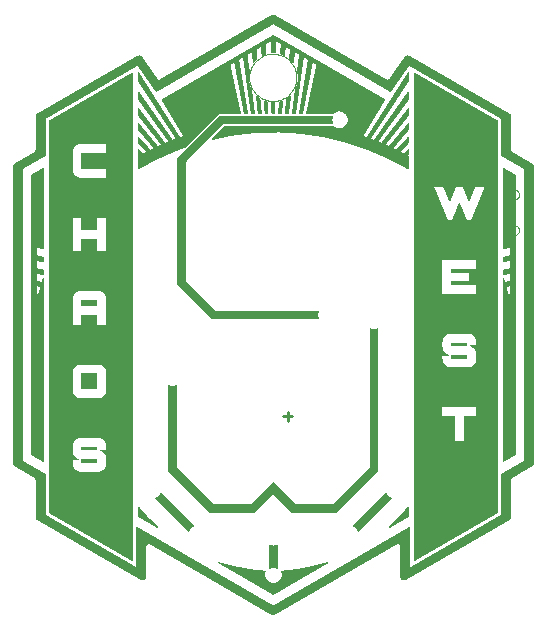
<source format=gto>
G75*
%MOIN*%
%OFA0B0*%
%FSLAX24Y24*%
%IPPOS*%
%LPD*%
%AMOC8*
5,1,8,0,0,1.08239X$1,22.5*
%
%ADD10C,0.0000*%
%ADD11C,0.0100*%
%ADD12C,0.0004*%
D10*
X000950Y003328D02*
X004410Y001330D01*
X004427Y001322D01*
X004446Y001318D01*
X004465Y001317D01*
X004484Y001320D01*
X004502Y001326D01*
X004518Y001336D01*
X004532Y001348D01*
X004544Y001363D01*
X004553Y001380D01*
X004558Y001398D01*
X004560Y001417D01*
X004560Y002431D01*
X004562Y002450D01*
X004567Y002468D01*
X004576Y002485D01*
X004588Y002500D01*
X004602Y002512D01*
X004618Y002522D01*
X004636Y002528D01*
X004655Y002531D01*
X004674Y002530D01*
X004693Y002525D01*
X004710Y002518D01*
X004710Y002517D02*
X008760Y000179D01*
X008760Y000178D02*
X008776Y000171D01*
X008793Y000167D01*
X008810Y000165D01*
X008827Y000167D01*
X008844Y000171D01*
X008860Y000178D01*
X008860Y000179D02*
X012911Y002517D01*
X012911Y002518D02*
X012928Y002526D01*
X012947Y002530D01*
X012966Y002531D01*
X012985Y002528D01*
X013003Y002522D01*
X013019Y002512D01*
X013033Y002500D01*
X013045Y002485D01*
X013054Y002468D01*
X013059Y002450D01*
X013061Y002431D01*
X013061Y001417D01*
X013063Y001398D01*
X013068Y001380D01*
X013077Y001363D01*
X013089Y001348D01*
X013103Y001336D01*
X013119Y001326D01*
X013137Y001320D01*
X013156Y001317D01*
X013175Y001318D01*
X013194Y001323D01*
X013211Y001330D01*
X016671Y003328D01*
X016721Y003415D02*
X016721Y004659D01*
X016723Y004676D01*
X016727Y004693D01*
X016734Y004709D01*
X016744Y004723D01*
X016757Y004736D01*
X016771Y004746D01*
X017421Y005121D01*
X017471Y005208D02*
X017471Y015092D01*
X017421Y015179D02*
X016771Y015554D01*
X016757Y015564D01*
X016744Y015577D01*
X016734Y015591D01*
X016727Y015607D01*
X016723Y015624D01*
X016721Y015641D01*
X016721Y016755D01*
X016671Y016842D02*
X013336Y018767D01*
X013336Y018768D02*
X013319Y018775D01*
X013301Y018780D01*
X013283Y018781D01*
X013264Y018779D01*
X013247Y018773D01*
X013230Y018764D01*
X013216Y018752D01*
X013204Y018738D01*
X012696Y018012D01*
X012696Y018013D02*
X012684Y017999D01*
X012670Y017987D01*
X012653Y017978D01*
X012636Y017972D01*
X012617Y017970D01*
X012599Y017971D01*
X012581Y017976D01*
X012564Y017983D01*
X008860Y020121D01*
X008760Y020121D02*
X005057Y017983D01*
X005040Y017976D01*
X005022Y017971D01*
X005004Y017970D01*
X004985Y017972D01*
X004968Y017978D01*
X004951Y017987D01*
X004937Y017999D01*
X004925Y018013D01*
X004925Y018012D02*
X004417Y018738D01*
X004405Y018752D01*
X004391Y018764D01*
X004374Y018773D01*
X004357Y018779D01*
X004338Y018781D01*
X004320Y018780D01*
X004302Y018775D01*
X004285Y018768D01*
X004285Y018767D02*
X000950Y016842D01*
X000936Y016832D01*
X000923Y016819D01*
X000913Y016805D01*
X000906Y016789D01*
X000902Y016772D01*
X000900Y016755D01*
X000900Y015641D01*
X000898Y015624D01*
X000894Y015607D01*
X000887Y015591D01*
X000877Y015577D01*
X000864Y015564D01*
X000850Y015554D01*
X000200Y015179D01*
X000186Y015169D01*
X000173Y015156D01*
X000163Y015142D01*
X000156Y015126D01*
X000152Y015109D01*
X000150Y015092D01*
X000150Y005208D01*
X000152Y005191D01*
X000156Y005174D01*
X000163Y005158D01*
X000173Y005144D01*
X000186Y005131D01*
X000200Y005121D01*
X000850Y004746D01*
X000900Y004659D02*
X000900Y003415D01*
X000902Y003398D01*
X000906Y003381D01*
X000913Y003365D01*
X000923Y003351D01*
X000936Y003338D01*
X000950Y003328D01*
X000900Y004659D02*
X000898Y004676D01*
X000894Y004693D01*
X000887Y004709D01*
X000877Y004723D01*
X000864Y004736D01*
X000850Y004746D01*
X008023Y018050D02*
X008025Y018106D01*
X008031Y018161D01*
X008041Y018215D01*
X008054Y018269D01*
X008072Y018322D01*
X008093Y018373D01*
X008117Y018423D01*
X008145Y018471D01*
X008177Y018517D01*
X008211Y018561D01*
X008249Y018602D01*
X008289Y018640D01*
X008332Y018675D01*
X008377Y018707D01*
X008425Y018736D01*
X008474Y018762D01*
X008525Y018784D01*
X008577Y018802D01*
X008631Y018816D01*
X008686Y018827D01*
X008741Y018834D01*
X008796Y018837D01*
X008852Y018836D01*
X008907Y018831D01*
X008962Y018822D01*
X009016Y018810D01*
X009069Y018793D01*
X009121Y018773D01*
X009171Y018749D01*
X009219Y018722D01*
X009266Y018692D01*
X009310Y018658D01*
X009352Y018621D01*
X009390Y018581D01*
X009427Y018539D01*
X009460Y018494D01*
X009489Y018448D01*
X009516Y018399D01*
X009538Y018348D01*
X009558Y018296D01*
X009573Y018242D01*
X009585Y018188D01*
X009593Y018133D01*
X009597Y018078D01*
X009597Y018022D01*
X009593Y017967D01*
X009585Y017912D01*
X009573Y017858D01*
X009558Y017804D01*
X009538Y017752D01*
X009516Y017701D01*
X009489Y017652D01*
X009460Y017606D01*
X009427Y017561D01*
X009390Y017519D01*
X009352Y017479D01*
X009310Y017442D01*
X009266Y017408D01*
X009219Y017378D01*
X009171Y017351D01*
X009121Y017327D01*
X009069Y017307D01*
X009016Y017290D01*
X008962Y017278D01*
X008907Y017269D01*
X008852Y017264D01*
X008796Y017263D01*
X008741Y017266D01*
X008686Y017273D01*
X008631Y017284D01*
X008577Y017298D01*
X008525Y017316D01*
X008474Y017338D01*
X008425Y017364D01*
X008377Y017393D01*
X008332Y017425D01*
X008289Y017460D01*
X008249Y017498D01*
X008211Y017539D01*
X008177Y017583D01*
X008145Y017629D01*
X008117Y017677D01*
X008093Y017727D01*
X008072Y017778D01*
X008054Y017831D01*
X008041Y017885D01*
X008031Y017939D01*
X008025Y017994D01*
X008023Y018050D01*
X008760Y020122D02*
X008776Y020129D01*
X008793Y020133D01*
X008810Y020135D01*
X008827Y020133D01*
X008844Y020129D01*
X008860Y020122D01*
X016671Y016842D02*
X016685Y016832D01*
X016698Y016819D01*
X016708Y016805D01*
X016715Y016789D01*
X016719Y016772D01*
X016721Y016755D01*
X017421Y015179D02*
X017435Y015169D01*
X017448Y015156D01*
X017458Y015142D01*
X017465Y015126D01*
X017469Y015109D01*
X017471Y015092D01*
X016683Y014141D02*
X016685Y014166D01*
X016691Y014191D01*
X016700Y014215D01*
X016713Y014237D01*
X016730Y014257D01*
X016749Y014274D01*
X016770Y014288D01*
X016794Y014298D01*
X016818Y014305D01*
X016844Y014308D01*
X016869Y014307D01*
X016894Y014302D01*
X016918Y014293D01*
X016941Y014281D01*
X016961Y014266D01*
X016979Y014247D01*
X016994Y014226D01*
X017005Y014203D01*
X017013Y014179D01*
X017017Y014154D01*
X017017Y014128D01*
X017013Y014103D01*
X017005Y014079D01*
X016994Y014056D01*
X016979Y014035D01*
X016961Y014016D01*
X016941Y014001D01*
X016918Y013989D01*
X016894Y013980D01*
X016869Y013975D01*
X016844Y013974D01*
X016818Y013977D01*
X016794Y013984D01*
X016770Y013994D01*
X016749Y014008D01*
X016730Y014025D01*
X016713Y014045D01*
X016700Y014067D01*
X016691Y014091D01*
X016685Y014116D01*
X016683Y014141D01*
X016683Y012959D02*
X016685Y012984D01*
X016691Y013009D01*
X016700Y013033D01*
X016713Y013055D01*
X016730Y013075D01*
X016749Y013092D01*
X016770Y013106D01*
X016794Y013116D01*
X016818Y013123D01*
X016844Y013126D01*
X016869Y013125D01*
X016894Y013120D01*
X016918Y013111D01*
X016941Y013099D01*
X016961Y013084D01*
X016979Y013065D01*
X016994Y013044D01*
X017005Y013021D01*
X017013Y012997D01*
X017017Y012972D01*
X017017Y012946D01*
X017013Y012921D01*
X017005Y012897D01*
X016994Y012874D01*
X016979Y012853D01*
X016961Y012834D01*
X016941Y012819D01*
X016918Y012807D01*
X016894Y012798D01*
X016869Y012793D01*
X016844Y012792D01*
X016818Y012795D01*
X016794Y012802D01*
X016770Y012812D01*
X016749Y012826D01*
X016730Y012843D01*
X016713Y012863D01*
X016700Y012885D01*
X016691Y012909D01*
X016685Y012934D01*
X016683Y012959D01*
X017471Y005208D02*
X017469Y005191D01*
X017465Y005174D01*
X017458Y005158D01*
X017448Y005144D01*
X017435Y005131D01*
X017421Y005121D01*
X016721Y003415D02*
X016719Y003398D01*
X016715Y003381D01*
X016708Y003365D01*
X016698Y003351D01*
X016685Y003338D01*
X016671Y003328D01*
D11*
X009460Y006750D02*
X009160Y006750D01*
X009310Y006600D02*
X009310Y006900D01*
D12*
X002645Y002638D02*
X002145Y002638D01*
X002149Y002636D02*
X002649Y002636D01*
X002653Y002634D02*
X002153Y002634D01*
X002157Y002631D02*
X002657Y002631D01*
X002661Y002629D02*
X002161Y002629D01*
X002166Y002626D02*
X002666Y002626D01*
X002670Y002624D02*
X002170Y002624D01*
X002174Y002621D02*
X002674Y002621D01*
X002678Y002619D02*
X002178Y002619D01*
X002183Y002617D02*
X002683Y002617D01*
X002687Y002614D02*
X002187Y002614D01*
X002191Y002612D02*
X002691Y002612D01*
X002695Y002609D02*
X002195Y002609D01*
X002199Y002607D02*
X002699Y002607D01*
X002704Y002604D02*
X002204Y002604D01*
X002208Y002602D02*
X002708Y002602D01*
X002712Y002599D02*
X002212Y002599D01*
X002216Y002597D02*
X002716Y002597D01*
X002721Y002595D02*
X002221Y002595D01*
X002225Y002592D02*
X002725Y002592D01*
X002729Y002590D02*
X002229Y002590D01*
X002233Y002587D02*
X002733Y002587D01*
X002737Y002585D02*
X002237Y002585D01*
X002242Y002582D02*
X002742Y002582D01*
X002746Y002580D02*
X002246Y002580D01*
X002250Y002578D02*
X002750Y002578D01*
X002754Y002575D02*
X002254Y002575D01*
X002259Y002573D02*
X002759Y002573D01*
X002763Y002570D02*
X002263Y002570D01*
X002267Y002568D02*
X002767Y002568D01*
X002771Y002565D02*
X002271Y002565D01*
X002275Y002563D02*
X002775Y002563D01*
X002780Y002560D02*
X002280Y002560D01*
X002284Y002558D02*
X002784Y002558D01*
X002788Y002556D02*
X002288Y002556D01*
X002292Y002553D02*
X002792Y002553D01*
X002797Y002551D02*
X002297Y002551D01*
X002301Y002548D02*
X002801Y002548D01*
X002805Y002546D02*
X002305Y002546D01*
X002309Y002543D02*
X002809Y002543D01*
X002813Y002541D02*
X002313Y002541D01*
X002318Y002539D02*
X002818Y002539D01*
X002822Y002536D02*
X002322Y002536D01*
X002326Y002534D02*
X002826Y002534D01*
X002830Y002531D02*
X002330Y002531D01*
X002335Y002529D02*
X002835Y002529D01*
X002839Y002526D02*
X002339Y002526D01*
X002343Y002524D02*
X002843Y002524D01*
X002847Y002521D02*
X002347Y002521D01*
X002351Y002519D02*
X002851Y002519D01*
X002856Y002517D02*
X002356Y002517D01*
X002360Y002514D02*
X002860Y002514D01*
X002864Y002512D02*
X002364Y002512D01*
X002368Y002509D02*
X002868Y002509D01*
X002873Y002507D02*
X002373Y002507D01*
X002377Y002504D02*
X002877Y002504D01*
X002881Y002502D02*
X002381Y002502D01*
X002385Y002500D02*
X002885Y002500D01*
X002889Y002497D02*
X002389Y002497D01*
X002394Y002495D02*
X002894Y002495D01*
X002898Y002492D02*
X002398Y002492D01*
X002402Y002490D02*
X002902Y002490D01*
X002906Y002487D02*
X002406Y002487D01*
X002411Y002485D02*
X002911Y002485D01*
X002915Y002482D02*
X002415Y002482D01*
X002419Y002480D02*
X002919Y002480D01*
X002923Y002478D02*
X002423Y002478D01*
X002427Y002475D02*
X002927Y002475D01*
X002932Y002473D02*
X002432Y002473D01*
X002436Y002470D02*
X002936Y002470D01*
X002940Y002468D02*
X002440Y002468D01*
X002444Y002465D02*
X002944Y002465D01*
X002949Y002463D02*
X002449Y002463D01*
X002453Y002461D02*
X002953Y002461D01*
X002957Y002458D02*
X002457Y002458D01*
X002461Y002456D02*
X002961Y002456D01*
X002965Y002453D02*
X002465Y002453D01*
X002470Y002451D02*
X002970Y002451D01*
X002974Y002448D02*
X002474Y002448D01*
X002478Y002446D02*
X002978Y002446D01*
X002982Y002443D02*
X002482Y002443D01*
X002487Y002441D02*
X002987Y002441D01*
X002991Y002439D02*
X002491Y002439D01*
X002495Y002436D02*
X002995Y002436D01*
X002999Y002434D02*
X002499Y002434D01*
X002503Y002431D02*
X003003Y002431D01*
X003008Y002429D02*
X002508Y002429D01*
X002512Y002426D02*
X003012Y002426D01*
X003016Y002424D02*
X002516Y002424D01*
X002520Y002422D02*
X003020Y002422D01*
X003024Y002419D02*
X002524Y002419D01*
X002529Y002417D02*
X003029Y002417D01*
X003033Y002414D02*
X002533Y002414D01*
X002537Y002412D02*
X003037Y002412D01*
X003041Y002409D02*
X002541Y002409D01*
X002546Y002407D02*
X003046Y002407D01*
X003050Y002404D02*
X002550Y002404D01*
X002554Y002402D02*
X003054Y002402D01*
X003058Y002400D02*
X002558Y002400D01*
X002562Y002397D02*
X003062Y002397D01*
X003067Y002395D02*
X002567Y002395D01*
X002571Y002392D02*
X003071Y002392D01*
X003075Y002390D02*
X002575Y002390D01*
X002579Y002387D02*
X003079Y002387D01*
X003084Y002385D02*
X002584Y002385D01*
X002588Y002383D02*
X003088Y002383D01*
X003092Y002380D02*
X002592Y002380D01*
X002596Y002378D02*
X003096Y002378D01*
X003100Y002375D02*
X002600Y002375D01*
X002605Y002373D02*
X003105Y002373D01*
X003109Y002370D02*
X002609Y002370D01*
X002613Y002368D02*
X003113Y002368D01*
X003117Y002365D02*
X002617Y002365D01*
X002622Y002363D02*
X003122Y002363D01*
X003126Y002361D02*
X002626Y002361D01*
X002630Y002358D02*
X003130Y002358D01*
X003134Y002356D02*
X002634Y002356D01*
X002638Y002353D02*
X003138Y002353D01*
X003143Y002351D02*
X002643Y002351D01*
X002647Y002348D02*
X003147Y002348D01*
X003151Y002346D02*
X002651Y002346D01*
X002655Y002344D02*
X003155Y002344D01*
X003160Y002341D02*
X002660Y002341D01*
X002664Y002339D02*
X003164Y002339D01*
X003168Y002336D02*
X002668Y002336D01*
X002672Y002334D02*
X003172Y002334D01*
X003176Y002331D02*
X002676Y002331D01*
X002681Y002329D02*
X003181Y002329D01*
X003185Y002326D02*
X002685Y002326D01*
X002689Y002324D02*
X003189Y002324D01*
X003193Y002322D02*
X002693Y002322D01*
X002698Y002319D02*
X003198Y002319D01*
X003202Y002317D02*
X002702Y002317D01*
X002706Y002314D02*
X003206Y002314D01*
X003210Y002312D02*
X002710Y002312D01*
X002714Y002309D02*
X003214Y002309D01*
X003219Y002307D02*
X002719Y002307D01*
X002723Y002305D02*
X003223Y002305D01*
X003227Y002302D02*
X002727Y002302D01*
X002731Y002300D02*
X003231Y002300D01*
X003236Y002297D02*
X002736Y002297D01*
X002740Y002295D02*
X003240Y002295D01*
X003244Y002292D02*
X002744Y002292D01*
X002748Y002290D02*
X003248Y002290D01*
X003252Y002287D02*
X002752Y002287D01*
X002757Y002285D02*
X003257Y002285D01*
X003261Y002283D02*
X002761Y002283D01*
X002765Y002280D02*
X003265Y002280D01*
X003269Y002278D02*
X002769Y002278D01*
X002774Y002275D02*
X003274Y002275D01*
X003278Y002273D02*
X002778Y002273D01*
X002782Y002270D02*
X003282Y002270D01*
X003286Y002268D02*
X002786Y002268D01*
X002790Y002266D02*
X003290Y002266D01*
X003295Y002263D02*
X002795Y002263D01*
X002799Y002261D02*
X003299Y002261D01*
X003303Y002258D02*
X002803Y002258D01*
X002807Y002256D02*
X003307Y002256D01*
X003312Y002253D02*
X002812Y002253D01*
X002816Y002251D02*
X003316Y002251D01*
X003320Y002248D02*
X002820Y002248D01*
X002824Y002246D02*
X003324Y002246D01*
X003328Y002244D02*
X002828Y002244D01*
X002833Y002241D02*
X003333Y002241D01*
X003337Y002239D02*
X002837Y002239D01*
X002841Y002236D02*
X003341Y002236D01*
X003345Y002234D02*
X002845Y002234D01*
X002850Y002231D02*
X003350Y002231D01*
X003354Y002229D02*
X002854Y002229D01*
X002858Y002227D02*
X003358Y002227D01*
X003362Y002224D02*
X002862Y002224D01*
X002866Y002222D02*
X003366Y002222D01*
X003371Y002219D02*
X002871Y002219D01*
X002875Y002217D02*
X003375Y002217D01*
X003379Y002214D02*
X002879Y002214D01*
X002883Y002212D02*
X003383Y002212D01*
X003388Y002209D02*
X002888Y002209D01*
X002892Y002207D02*
X003392Y002207D01*
X003396Y002205D02*
X002896Y002205D01*
X002900Y002202D02*
X003400Y002202D01*
X003404Y002200D02*
X002904Y002200D01*
X002909Y002197D02*
X003409Y002197D01*
X003413Y002195D02*
X002913Y002195D01*
X002917Y002192D02*
X003417Y002192D01*
X003421Y002190D02*
X002921Y002190D01*
X002926Y002188D02*
X003426Y002188D01*
X003430Y002185D02*
X002930Y002185D01*
X002934Y002183D02*
X003434Y002183D01*
X003438Y002180D02*
X002938Y002180D01*
X002942Y002178D02*
X003442Y002178D01*
X003447Y002175D02*
X002947Y002175D01*
X002951Y002173D02*
X003451Y002173D01*
X003455Y002170D02*
X002955Y002170D01*
X002959Y002168D02*
X003459Y002168D01*
X003464Y002166D02*
X002964Y002166D01*
X002968Y002163D02*
X003468Y002163D01*
X003472Y002161D02*
X002972Y002161D01*
X002976Y002158D02*
X003476Y002158D01*
X003480Y002156D02*
X002980Y002156D01*
X002985Y002153D02*
X003485Y002153D01*
X003489Y002151D02*
X002989Y002151D01*
X002993Y002149D02*
X003493Y002149D01*
X003497Y002146D02*
X002997Y002146D01*
X003002Y002144D02*
X003502Y002144D01*
X003506Y002141D02*
X003006Y002141D01*
X003010Y002139D02*
X003510Y002139D01*
X003514Y002136D02*
X003014Y002136D01*
X003018Y002134D02*
X003518Y002134D01*
X003523Y002131D02*
X003023Y002131D01*
X003027Y002129D02*
X003527Y002129D01*
X003531Y002127D02*
X003031Y002127D01*
X003035Y002124D02*
X003535Y002124D01*
X003540Y002122D02*
X003040Y002122D01*
X003044Y002119D02*
X003544Y002119D01*
X003548Y002117D02*
X003048Y002117D01*
X003052Y002114D02*
X003552Y002114D01*
X003556Y002112D02*
X003056Y002112D01*
X003061Y002110D02*
X003561Y002110D01*
X003565Y002107D02*
X003065Y002107D01*
X003069Y002105D02*
X003569Y002105D01*
X003573Y002102D02*
X003073Y002102D01*
X003078Y002100D02*
X003578Y002100D01*
X003582Y002097D02*
X003082Y002097D01*
X003086Y002095D02*
X003586Y002095D01*
X003590Y002092D02*
X003090Y002092D01*
X003094Y002090D02*
X003594Y002090D01*
X003599Y002088D02*
X003099Y002088D01*
X003103Y002085D02*
X003603Y002085D01*
X003607Y002083D02*
X003107Y002083D01*
X003111Y002080D02*
X003611Y002080D01*
X003615Y002078D02*
X003115Y002078D01*
X003120Y002075D02*
X003620Y002075D01*
X003624Y002073D02*
X003124Y002073D01*
X003128Y002071D02*
X003628Y002071D01*
X003632Y002068D02*
X003132Y002068D01*
X003137Y002066D02*
X003637Y002066D01*
X003641Y002063D02*
X003141Y002063D01*
X003145Y002061D02*
X003645Y002061D01*
X003649Y002058D02*
X003149Y002058D01*
X003153Y002056D02*
X003653Y002056D01*
X003658Y002053D02*
X003158Y002053D01*
X003162Y002051D02*
X003662Y002051D01*
X003666Y002049D02*
X003166Y002049D01*
X003170Y002046D02*
X003670Y002046D01*
X003675Y002044D02*
X003175Y002044D01*
X003179Y002041D02*
X003679Y002041D01*
X003683Y002039D02*
X003183Y002039D01*
X003187Y002036D02*
X003687Y002036D01*
X003691Y002034D02*
X003191Y002034D01*
X003196Y002032D02*
X003696Y002032D01*
X003700Y002029D02*
X003200Y002029D01*
X003204Y002027D02*
X003704Y002027D01*
X003708Y002024D02*
X003208Y002024D01*
X003213Y002022D02*
X003713Y002022D01*
X003717Y002019D02*
X003217Y002019D01*
X003221Y002017D02*
X003721Y002017D01*
X003725Y002014D02*
X003225Y002014D01*
X003229Y002012D02*
X003729Y002012D01*
X003734Y002010D02*
X003234Y002010D01*
X003238Y002007D02*
X003738Y002007D01*
X003742Y002005D02*
X003242Y002005D01*
X003246Y002002D02*
X003746Y002002D01*
X003751Y002000D02*
X003251Y002000D01*
X003255Y001997D02*
X003755Y001997D01*
X003759Y001995D02*
X003259Y001995D01*
X003263Y001993D02*
X003763Y001993D01*
X003767Y001990D02*
X003267Y001990D01*
X003272Y001988D02*
X003772Y001988D01*
X003776Y001985D02*
X003276Y001985D01*
X003280Y001983D02*
X003780Y001983D01*
X003784Y001980D02*
X003284Y001980D01*
X003289Y001978D02*
X003789Y001978D01*
X003793Y001976D02*
X003293Y001976D01*
X003297Y001973D02*
X003797Y001973D01*
X003801Y001971D02*
X003301Y001971D01*
X003305Y001968D02*
X003805Y001968D01*
X003810Y001966D02*
X003310Y001966D01*
X003314Y001963D02*
X003814Y001963D01*
X003818Y001961D02*
X003318Y001961D01*
X003322Y001958D02*
X003822Y001958D01*
X003827Y001956D02*
X003327Y001956D01*
X003331Y001954D02*
X003831Y001954D01*
X003835Y001951D02*
X003335Y001951D01*
X003339Y001949D02*
X003839Y001949D01*
X003843Y001946D02*
X003343Y001946D01*
X003348Y001944D02*
X003848Y001944D01*
X003852Y001941D02*
X003352Y001941D01*
X003356Y001939D02*
X003856Y001939D01*
X003860Y001937D02*
X003360Y001937D01*
X003365Y001934D02*
X003865Y001934D01*
X003869Y001932D02*
X003369Y001932D01*
X003373Y001929D02*
X003873Y001929D01*
X003877Y001927D02*
X003377Y001927D01*
X003381Y001924D02*
X003881Y001924D01*
X003886Y001922D02*
X003386Y001922D01*
X003390Y001919D02*
X003890Y001919D01*
X003894Y001917D02*
X003394Y001917D01*
X003398Y001915D02*
X003898Y001915D01*
X003903Y001912D02*
X003403Y001912D01*
X003407Y001910D02*
X003907Y001910D01*
X003911Y001907D02*
X003411Y001907D01*
X003415Y001905D02*
X003915Y001905D01*
X003919Y001902D02*
X003419Y001902D01*
X003424Y001900D02*
X003924Y001900D01*
X003928Y001898D02*
X003428Y001898D01*
X003432Y001895D02*
X003932Y001895D01*
X003936Y001893D02*
X003436Y001893D01*
X003441Y001890D02*
X003941Y001890D01*
X003945Y001888D02*
X003445Y001888D01*
X003449Y001885D02*
X003949Y001885D01*
X003953Y001883D02*
X003453Y001883D01*
X003457Y001880D02*
X003957Y001880D01*
X003962Y001878D02*
X003462Y001878D01*
X003466Y001876D02*
X003966Y001876D01*
X003970Y001873D02*
X003470Y001873D01*
X003474Y001871D02*
X003974Y001871D01*
X003979Y001868D02*
X003479Y001868D01*
X003483Y001866D02*
X003983Y001866D01*
X003987Y001863D02*
X003487Y001863D01*
X003491Y001861D02*
X003991Y001861D01*
X003995Y001859D02*
X003495Y001859D01*
X003500Y001856D02*
X004000Y001856D01*
X004004Y001854D02*
X003504Y001854D01*
X003508Y001851D02*
X004008Y001851D01*
X004012Y001849D02*
X003512Y001849D01*
X003517Y001846D02*
X004017Y001846D01*
X004021Y001844D02*
X003521Y001844D01*
X003525Y001841D02*
X004025Y001841D01*
X004029Y001839D02*
X003529Y001839D01*
X003533Y001837D02*
X004033Y001837D01*
X004038Y001834D02*
X003538Y001834D01*
X003542Y001832D02*
X004042Y001832D01*
X004046Y001829D02*
X003546Y001829D01*
X003550Y001827D02*
X004050Y001827D01*
X004055Y001824D02*
X003555Y001824D01*
X003559Y001822D02*
X004059Y001822D01*
X004063Y001820D02*
X003563Y001820D01*
X003567Y001817D02*
X004067Y001817D01*
X004071Y001815D02*
X003571Y001815D01*
X003576Y001812D02*
X004076Y001812D01*
X004080Y001810D02*
X003580Y001810D01*
X003584Y001807D02*
X004084Y001807D01*
X004088Y001805D02*
X003588Y001805D01*
X003593Y001802D02*
X004093Y001802D01*
X004097Y001800D02*
X003597Y001800D01*
X003601Y001798D02*
X004101Y001798D01*
X004105Y001795D02*
X003605Y001795D01*
X003609Y001793D02*
X004109Y001793D01*
X004114Y001790D02*
X003614Y001790D01*
X003618Y001788D02*
X004118Y001788D01*
X004122Y001785D02*
X003622Y001785D01*
X003626Y001783D02*
X004126Y001783D01*
X004131Y001781D02*
X003631Y001781D01*
X003635Y001778D02*
X004135Y001778D01*
X004139Y001776D02*
X003639Y001776D01*
X003643Y001773D02*
X004143Y001773D01*
X004147Y001771D02*
X003647Y001771D01*
X003652Y001768D02*
X004152Y001768D01*
X004156Y001766D02*
X003656Y001766D01*
X003660Y001763D02*
X004160Y001763D01*
X004164Y001761D02*
X003664Y001761D01*
X003669Y001759D02*
X004169Y001759D01*
X004173Y001756D02*
X003673Y001756D01*
X003677Y001754D02*
X004177Y001754D01*
X004181Y001751D02*
X003681Y001751D01*
X003685Y001749D02*
X004185Y001749D01*
X004190Y001746D02*
X003690Y001746D01*
X003694Y001744D02*
X004194Y001744D01*
X004198Y001742D02*
X003698Y001742D01*
X003702Y001739D02*
X004202Y001739D01*
X004206Y001737D02*
X003707Y001737D01*
X003711Y001734D02*
X004211Y001734D01*
X004215Y001732D02*
X003715Y001732D01*
X003719Y001729D02*
X004219Y001729D01*
X004223Y001727D02*
X003723Y001727D01*
X003728Y001724D02*
X004228Y001724D01*
X004232Y001722D02*
X003732Y001722D01*
X003736Y001720D02*
X004236Y001720D01*
X004240Y001717D02*
X003740Y001717D01*
X003744Y001715D02*
X004244Y001715D01*
X004249Y001712D02*
X003749Y001712D01*
X003753Y001710D02*
X004253Y001710D01*
X004257Y001707D02*
X003757Y001707D01*
X003761Y001705D02*
X004560Y001705D01*
X004560Y001707D02*
X004260Y001707D01*
X004260Y001706D02*
X004260Y003066D01*
X008810Y000439D01*
X013361Y003066D01*
X013361Y001706D01*
X016421Y003472D01*
X016421Y004832D01*
X016920Y004832D01*
X016924Y004834D02*
X016424Y004834D01*
X016421Y004832D02*
X017171Y005265D01*
X017171Y015035D01*
X016421Y015468D01*
X016919Y015468D01*
X016915Y015471D02*
X016421Y015471D01*
X016421Y015473D02*
X016911Y015473D01*
X016907Y015475D02*
X016421Y015475D01*
X016421Y015478D02*
X016903Y015478D01*
X016898Y015480D02*
X016421Y015480D01*
X016421Y015483D02*
X016894Y015483D01*
X016890Y015485D02*
X016421Y015485D01*
X016421Y015488D02*
X016886Y015488D01*
X016881Y015490D02*
X016421Y015490D01*
X016421Y015493D02*
X016877Y015493D01*
X016873Y015495D02*
X016421Y015495D01*
X016421Y015497D02*
X016869Y015497D01*
X016865Y015500D02*
X016421Y015500D01*
X016421Y015502D02*
X016860Y015502D01*
X016856Y015505D02*
X016421Y015505D01*
X016421Y015507D02*
X016852Y015507D01*
X016848Y015510D02*
X016421Y015510D01*
X016421Y015512D02*
X016843Y015512D01*
X016839Y015514D02*
X016421Y015514D01*
X016421Y015517D02*
X016835Y015517D01*
X016831Y015519D02*
X016421Y015519D01*
X016421Y015522D02*
X016827Y015522D01*
X016822Y015524D02*
X016421Y015524D01*
X016421Y015527D02*
X016818Y015527D01*
X016814Y015529D02*
X016421Y015529D01*
X016421Y015532D02*
X016810Y015532D01*
X016805Y015534D02*
X016421Y015534D01*
X016421Y015536D02*
X016801Y015536D01*
X016797Y015539D02*
X016421Y015539D01*
X016421Y015541D02*
X016793Y015541D01*
X016789Y015544D02*
X016421Y015544D01*
X016421Y015546D02*
X016784Y015546D01*
X016780Y015549D02*
X016421Y015549D01*
X016421Y015551D02*
X016776Y015551D01*
X016772Y015553D02*
X016421Y015553D01*
X016421Y015556D02*
X016768Y015556D01*
X016771Y015554D02*
X016750Y015570D01*
X016734Y015591D01*
X016724Y015615D01*
X016721Y015641D01*
X016421Y015641D01*
X016421Y015639D02*
X016721Y015639D01*
X016721Y015641D02*
X016721Y016755D01*
X016321Y016755D01*
X016325Y016753D02*
X016721Y016753D01*
X016721Y016755D02*
X016717Y016781D01*
X016707Y016805D01*
X016691Y016826D01*
X016671Y016842D01*
X013336Y018767D01*
X013313Y018777D01*
X013289Y018781D01*
X013264Y018778D01*
X013241Y018770D01*
X013220Y018756D01*
X013355Y018756D01*
X013351Y018758D02*
X013224Y018758D01*
X013220Y018756D02*
X013204Y018738D01*
X012696Y018012D01*
X012679Y017994D01*
X012659Y017980D01*
X012635Y017972D01*
X012611Y017970D01*
X012586Y017973D01*
X012564Y017983D01*
X008860Y020121D01*
X008836Y020131D01*
X008810Y020135D01*
X008784Y020131D01*
X008760Y020121D01*
X008861Y020121D01*
X008865Y020118D02*
X008756Y020118D01*
X008751Y020116D02*
X008869Y020116D01*
X008873Y020114D02*
X008747Y020114D01*
X008743Y020111D02*
X008878Y020111D01*
X008882Y020109D02*
X008739Y020109D01*
X008734Y020106D02*
X008886Y020106D01*
X008890Y020104D02*
X008730Y020104D01*
X008726Y020101D02*
X008895Y020101D01*
X008899Y020099D02*
X008722Y020099D01*
X008718Y020096D02*
X008903Y020096D01*
X008907Y020094D02*
X008713Y020094D01*
X008709Y020092D02*
X008911Y020092D01*
X008916Y020089D02*
X008705Y020089D01*
X008701Y020087D02*
X008920Y020087D01*
X008924Y020084D02*
X008696Y020084D01*
X008692Y020082D02*
X008928Y020082D01*
X008932Y020079D02*
X008688Y020079D01*
X008684Y020077D02*
X008937Y020077D01*
X008941Y020075D02*
X008680Y020075D01*
X008675Y020072D02*
X008945Y020072D01*
X008949Y020070D02*
X008671Y020070D01*
X008667Y020067D02*
X008954Y020067D01*
X008958Y020065D02*
X008663Y020065D01*
X008658Y020062D02*
X008962Y020062D01*
X008966Y020060D02*
X008654Y020060D01*
X008650Y020057D02*
X008970Y020057D01*
X008975Y020055D02*
X008646Y020055D01*
X008642Y020053D02*
X008979Y020053D01*
X008983Y020050D02*
X008637Y020050D01*
X008633Y020048D02*
X008987Y020048D01*
X008992Y020045D02*
X008629Y020045D01*
X008625Y020043D02*
X008996Y020043D01*
X009000Y020040D02*
X008620Y020040D01*
X008616Y020038D02*
X009004Y020038D01*
X009008Y020036D02*
X008612Y020036D01*
X008608Y020033D02*
X009013Y020033D01*
X009017Y020031D02*
X008604Y020031D01*
X008599Y020028D02*
X009021Y020028D01*
X009025Y020026D02*
X008595Y020026D01*
X008591Y020023D02*
X009030Y020023D01*
X009034Y020021D02*
X008587Y020021D01*
X008582Y020018D02*
X009038Y020018D01*
X009042Y020016D02*
X008578Y020016D01*
X008574Y020014D02*
X009046Y020014D01*
X009051Y020011D02*
X008570Y020011D01*
X008566Y020009D02*
X009055Y020009D01*
X009059Y020006D02*
X008561Y020006D01*
X008557Y020004D02*
X009063Y020004D01*
X009068Y020001D02*
X008553Y020001D01*
X008549Y019999D02*
X009072Y019999D01*
X009076Y019997D02*
X008544Y019997D01*
X008540Y019994D02*
X009080Y019994D01*
X009084Y019992D02*
X008536Y019992D01*
X008532Y019989D02*
X009089Y019989D01*
X009093Y019987D02*
X008528Y019987D01*
X008523Y019984D02*
X009097Y019984D01*
X009101Y019982D02*
X008519Y019982D01*
X008515Y019979D02*
X009106Y019979D01*
X009110Y019977D02*
X008511Y019977D01*
X008506Y019975D02*
X009114Y019975D01*
X009118Y019972D02*
X008502Y019972D01*
X008498Y019970D02*
X009122Y019970D01*
X009127Y019967D02*
X008494Y019967D01*
X008490Y019965D02*
X009131Y019965D01*
X009135Y019962D02*
X008485Y019962D01*
X008481Y019960D02*
X009139Y019960D01*
X009144Y019958D02*
X008477Y019958D01*
X008473Y019955D02*
X009148Y019955D01*
X009152Y019953D02*
X008469Y019953D01*
X008464Y019950D02*
X009156Y019950D01*
X009160Y019948D02*
X008460Y019948D01*
X008456Y019945D02*
X009165Y019945D01*
X009169Y019943D02*
X008452Y019943D01*
X008447Y019941D02*
X009173Y019941D01*
X009177Y019938D02*
X008443Y019938D01*
X008439Y019936D02*
X009182Y019936D01*
X009186Y019933D02*
X008435Y019933D01*
X008431Y019931D02*
X009190Y019931D01*
X009194Y019928D02*
X008426Y019928D01*
X008422Y019926D02*
X009198Y019926D01*
X009203Y019923D02*
X008418Y019923D01*
X008414Y019921D02*
X009207Y019921D01*
X009211Y019919D02*
X008409Y019919D01*
X008405Y019916D02*
X009215Y019916D01*
X009220Y019914D02*
X008401Y019914D01*
X008397Y019911D02*
X009224Y019911D01*
X009228Y019909D02*
X008393Y019909D01*
X008388Y019906D02*
X009232Y019906D01*
X009236Y019904D02*
X008384Y019904D01*
X008380Y019902D02*
X009241Y019902D01*
X009245Y019899D02*
X008376Y019899D01*
X008371Y019897D02*
X009249Y019897D01*
X009253Y019894D02*
X008367Y019894D01*
X008363Y019892D02*
X009258Y019892D01*
X009262Y019889D02*
X008359Y019889D01*
X008355Y019887D02*
X009266Y019887D01*
X009270Y019884D02*
X008350Y019884D01*
X008346Y019882D02*
X009274Y019882D01*
X009279Y019880D02*
X008342Y019880D01*
X008338Y019877D02*
X009283Y019877D01*
X009287Y019875D02*
X008333Y019875D01*
X008329Y019872D02*
X009291Y019872D01*
X009296Y019870D02*
X008325Y019870D01*
X008321Y019867D02*
X009300Y019867D01*
X009304Y019865D02*
X008317Y019865D01*
X008312Y019863D02*
X009308Y019863D01*
X009312Y019860D02*
X008812Y019860D01*
X008810Y019861D02*
X004904Y017606D01*
X004291Y018482D01*
X001200Y016698D01*
X001200Y015468D01*
X000701Y015468D01*
X000697Y015466D02*
X001197Y015466D01*
X001200Y015468D02*
X000450Y015035D01*
X000450Y006056D01*
X000150Y006056D01*
X000150Y005208D01*
X000153Y005182D01*
X000163Y005158D01*
X000179Y005137D01*
X000200Y005121D01*
X000850Y004746D01*
X000871Y004730D01*
X000887Y004709D01*
X000897Y004685D01*
X000900Y004659D01*
X001200Y004659D01*
X001200Y004661D02*
X000900Y004661D01*
X000900Y004659D02*
X000900Y003415D01*
X000903Y003389D01*
X001344Y003389D01*
X001340Y003392D02*
X000903Y003392D01*
X000903Y003394D02*
X001336Y003394D01*
X001332Y003396D02*
X000902Y003396D01*
X000902Y003399D02*
X001327Y003399D01*
X001323Y003401D02*
X000902Y003401D01*
X000901Y003404D02*
X001319Y003404D01*
X001315Y003406D02*
X000901Y003406D01*
X000901Y003409D02*
X001311Y003409D01*
X001306Y003411D02*
X000900Y003411D01*
X000900Y003413D02*
X001302Y003413D01*
X001298Y003416D02*
X000900Y003416D01*
X000900Y003418D02*
X001294Y003418D01*
X001289Y003421D02*
X000900Y003421D01*
X000900Y003423D02*
X001285Y003423D01*
X001281Y003426D02*
X000900Y003426D01*
X000900Y003428D02*
X001277Y003428D01*
X001273Y003431D02*
X000900Y003431D01*
X000900Y003433D02*
X001268Y003433D01*
X001264Y003435D02*
X000900Y003435D01*
X000900Y003438D02*
X001260Y003438D01*
X001256Y003440D02*
X000900Y003440D01*
X000900Y003443D02*
X001251Y003443D01*
X001247Y003445D02*
X000900Y003445D01*
X000900Y003448D02*
X001243Y003448D01*
X001239Y003450D02*
X000900Y003450D01*
X000900Y003452D02*
X001235Y003452D01*
X001230Y003455D02*
X000900Y003455D01*
X000900Y003457D02*
X001226Y003457D01*
X001222Y003460D02*
X000900Y003460D01*
X000900Y003462D02*
X001218Y003462D01*
X001213Y003465D02*
X000900Y003465D01*
X000900Y003467D02*
X001209Y003467D01*
X001205Y003470D02*
X000900Y003470D01*
X000900Y003472D02*
X001201Y003472D01*
X001200Y003472D02*
X004260Y001706D01*
X004260Y001710D02*
X004560Y001710D01*
X004560Y001712D02*
X004260Y001712D01*
X004260Y001715D02*
X004560Y001715D01*
X004560Y001717D02*
X004260Y001717D01*
X004260Y001720D02*
X004560Y001720D01*
X004560Y001722D02*
X004260Y001722D01*
X004260Y001724D02*
X004560Y001724D01*
X004560Y001727D02*
X004260Y001727D01*
X004260Y001729D02*
X004560Y001729D01*
X004560Y001732D02*
X004260Y001732D01*
X004260Y001734D02*
X004560Y001734D01*
X004560Y001737D02*
X004260Y001737D01*
X004260Y001739D02*
X004560Y001739D01*
X004560Y001742D02*
X004260Y001742D01*
X004260Y001744D02*
X004560Y001744D01*
X004560Y001746D02*
X004260Y001746D01*
X004260Y001749D02*
X004560Y001749D01*
X004560Y001751D02*
X004260Y001751D01*
X004260Y001754D02*
X004560Y001754D01*
X004560Y001756D02*
X004260Y001756D01*
X004260Y001759D02*
X004560Y001759D01*
X004560Y001761D02*
X004260Y001761D01*
X004260Y001763D02*
X004560Y001763D01*
X004560Y001766D02*
X004260Y001766D01*
X004260Y001768D02*
X004560Y001768D01*
X004560Y001771D02*
X004260Y001771D01*
X004260Y001773D02*
X004560Y001773D01*
X004560Y001776D02*
X004260Y001776D01*
X004260Y001778D02*
X004560Y001778D01*
X004560Y001781D02*
X004260Y001781D01*
X004260Y001783D02*
X004560Y001783D01*
X004560Y001785D02*
X004260Y001785D01*
X004260Y001788D02*
X004560Y001788D01*
X004560Y001790D02*
X004260Y001790D01*
X004260Y001793D02*
X004560Y001793D01*
X004560Y001795D02*
X004260Y001795D01*
X004260Y001798D02*
X004560Y001798D01*
X004560Y001800D02*
X004260Y001800D01*
X004260Y001802D02*
X004560Y001802D01*
X004560Y001805D02*
X004260Y001805D01*
X004260Y001807D02*
X004560Y001807D01*
X004560Y001810D02*
X004260Y001810D01*
X004260Y001812D02*
X004560Y001812D01*
X004560Y001815D02*
X004260Y001815D01*
X004260Y001817D02*
X004560Y001817D01*
X004560Y001820D02*
X004260Y001820D01*
X004260Y001822D02*
X004560Y001822D01*
X004560Y001824D02*
X004260Y001824D01*
X004260Y001827D02*
X004560Y001827D01*
X004560Y001829D02*
X004260Y001829D01*
X004260Y001832D02*
X004560Y001832D01*
X004560Y001834D02*
X004260Y001834D01*
X004260Y001837D02*
X004560Y001837D01*
X004560Y001839D02*
X004260Y001839D01*
X004260Y001841D02*
X004560Y001841D01*
X004560Y001844D02*
X004260Y001844D01*
X004260Y001846D02*
X004560Y001846D01*
X004560Y001849D02*
X004260Y001849D01*
X004260Y001851D02*
X004560Y001851D01*
X004560Y001854D02*
X004260Y001854D01*
X004260Y001856D02*
X004560Y001856D01*
X004560Y001859D02*
X004260Y001859D01*
X004260Y001861D02*
X004560Y001861D01*
X004560Y001863D02*
X004260Y001863D01*
X004260Y001866D02*
X004560Y001866D01*
X004560Y001868D02*
X004260Y001868D01*
X004260Y001871D02*
X004560Y001871D01*
X004560Y001873D02*
X004260Y001873D01*
X004260Y001876D02*
X004560Y001876D01*
X004560Y001878D02*
X004260Y001878D01*
X004260Y001880D02*
X004560Y001880D01*
X004560Y001883D02*
X004260Y001883D01*
X004260Y001885D02*
X004560Y001885D01*
X004560Y001888D02*
X004260Y001888D01*
X004260Y001890D02*
X004560Y001890D01*
X004560Y001893D02*
X004260Y001893D01*
X004260Y001895D02*
X004560Y001895D01*
X004560Y001898D02*
X004260Y001898D01*
X004260Y001900D02*
X004560Y001900D01*
X004560Y001902D02*
X004260Y001902D01*
X004260Y001905D02*
X004560Y001905D01*
X004560Y001907D02*
X004260Y001907D01*
X004260Y001910D02*
X004560Y001910D01*
X004560Y001912D02*
X004260Y001912D01*
X004260Y001915D02*
X004560Y001915D01*
X004560Y001917D02*
X004260Y001917D01*
X004260Y001919D02*
X004560Y001919D01*
X004560Y001922D02*
X004260Y001922D01*
X004260Y001924D02*
X004560Y001924D01*
X004560Y001927D02*
X004260Y001927D01*
X004260Y001929D02*
X004560Y001929D01*
X004560Y001932D02*
X004260Y001932D01*
X004260Y001934D02*
X004560Y001934D01*
X004560Y001937D02*
X004260Y001937D01*
X004260Y001939D02*
X004560Y001939D01*
X004560Y001941D02*
X004260Y001941D01*
X004260Y001944D02*
X004560Y001944D01*
X004560Y001946D02*
X004260Y001946D01*
X004260Y001949D02*
X004560Y001949D01*
X004560Y001951D02*
X004260Y001951D01*
X004260Y001954D02*
X004560Y001954D01*
X004560Y001956D02*
X004260Y001956D01*
X004260Y001958D02*
X004560Y001958D01*
X004560Y001961D02*
X004260Y001961D01*
X004260Y001963D02*
X004560Y001963D01*
X004560Y001966D02*
X004260Y001966D01*
X004260Y001968D02*
X004560Y001968D01*
X004560Y001971D02*
X004260Y001971D01*
X004260Y001973D02*
X004560Y001973D01*
X004560Y001976D02*
X004260Y001976D01*
X004260Y001978D02*
X004560Y001978D01*
X004560Y001980D02*
X004260Y001980D01*
X004260Y001983D02*
X004560Y001983D01*
X004560Y001985D02*
X004260Y001985D01*
X004260Y001988D02*
X004560Y001988D01*
X004560Y001990D02*
X004260Y001990D01*
X004260Y001993D02*
X004560Y001993D01*
X004560Y001995D02*
X004260Y001995D01*
X004260Y001997D02*
X004560Y001997D01*
X004560Y002000D02*
X004260Y002000D01*
X004260Y002002D02*
X004560Y002002D01*
X004560Y002005D02*
X004260Y002005D01*
X004260Y002007D02*
X004560Y002007D01*
X004560Y002010D02*
X004260Y002010D01*
X004260Y002012D02*
X004560Y002012D01*
X004560Y002014D02*
X004260Y002014D01*
X004260Y002017D02*
X004560Y002017D01*
X004560Y002019D02*
X004260Y002019D01*
X004260Y002022D02*
X004560Y002022D01*
X004560Y002024D02*
X004260Y002024D01*
X004260Y002027D02*
X004560Y002027D01*
X004560Y002029D02*
X004260Y002029D01*
X004260Y002032D02*
X004560Y002032D01*
X004560Y002034D02*
X004260Y002034D01*
X004260Y002036D02*
X004560Y002036D01*
X004560Y002039D02*
X004260Y002039D01*
X004260Y002041D02*
X004560Y002041D01*
X004560Y002044D02*
X004260Y002044D01*
X004260Y002046D02*
X004560Y002046D01*
X004560Y002049D02*
X004260Y002049D01*
X004260Y002051D02*
X004560Y002051D01*
X004560Y002053D02*
X004260Y002053D01*
X004260Y002056D02*
X004560Y002056D01*
X004560Y002058D02*
X004260Y002058D01*
X004260Y002061D02*
X004560Y002061D01*
X004560Y002063D02*
X004260Y002063D01*
X004260Y002066D02*
X004560Y002066D01*
X004560Y002068D02*
X004260Y002068D01*
X004260Y002071D02*
X004560Y002071D01*
X004560Y002073D02*
X004260Y002073D01*
X004260Y002075D02*
X004560Y002075D01*
X004560Y002078D02*
X004260Y002078D01*
X004260Y002080D02*
X004560Y002080D01*
X004560Y002083D02*
X004260Y002083D01*
X004260Y002085D02*
X004560Y002085D01*
X004560Y002088D02*
X004260Y002088D01*
X004260Y002090D02*
X004560Y002090D01*
X004560Y002092D02*
X004260Y002092D01*
X004260Y002095D02*
X004560Y002095D01*
X004560Y002097D02*
X004260Y002097D01*
X004260Y002100D02*
X004560Y002100D01*
X004560Y002102D02*
X004260Y002102D01*
X004260Y002105D02*
X004560Y002105D01*
X004560Y002107D02*
X004260Y002107D01*
X004260Y002110D02*
X004560Y002110D01*
X004560Y002112D02*
X004260Y002112D01*
X004260Y002114D02*
X004560Y002114D01*
X004560Y002117D02*
X004260Y002117D01*
X004260Y002119D02*
X004560Y002119D01*
X004560Y002122D02*
X004260Y002122D01*
X004260Y002124D02*
X004560Y002124D01*
X004560Y002127D02*
X004260Y002127D01*
X004260Y002129D02*
X004560Y002129D01*
X004560Y002131D02*
X004260Y002131D01*
X004260Y002134D02*
X004560Y002134D01*
X004560Y002136D02*
X004260Y002136D01*
X004260Y002139D02*
X004560Y002139D01*
X004560Y002141D02*
X004260Y002141D01*
X004260Y002144D02*
X004560Y002144D01*
X004560Y002146D02*
X004260Y002146D01*
X004260Y002149D02*
X004560Y002149D01*
X004560Y002151D02*
X004260Y002151D01*
X004260Y002153D02*
X004560Y002153D01*
X004560Y002156D02*
X004260Y002156D01*
X004260Y002158D02*
X004560Y002158D01*
X004560Y002161D02*
X004260Y002161D01*
X004260Y002163D02*
X004560Y002163D01*
X004560Y002166D02*
X004260Y002166D01*
X004260Y002168D02*
X004560Y002168D01*
X004560Y002170D02*
X004260Y002170D01*
X004260Y002173D02*
X004560Y002173D01*
X004560Y002175D02*
X004260Y002175D01*
X004260Y002178D02*
X004560Y002178D01*
X004560Y002180D02*
X004260Y002180D01*
X004260Y002183D02*
X004560Y002183D01*
X004560Y002185D02*
X004260Y002185D01*
X004260Y002188D02*
X004560Y002188D01*
X004560Y002190D02*
X004260Y002190D01*
X004260Y002192D02*
X004560Y002192D01*
X004560Y002195D02*
X004260Y002195D01*
X004260Y002197D02*
X004560Y002197D01*
X004560Y002200D02*
X004260Y002200D01*
X004260Y002202D02*
X004560Y002202D01*
X004560Y002205D02*
X004260Y002205D01*
X004260Y002207D02*
X004560Y002207D01*
X004560Y002209D02*
X004260Y002209D01*
X004260Y002212D02*
X004560Y002212D01*
X004560Y002214D02*
X004260Y002214D01*
X004260Y002217D02*
X004560Y002217D01*
X004560Y002219D02*
X004260Y002219D01*
X004260Y002222D02*
X004560Y002222D01*
X004560Y002224D02*
X004260Y002224D01*
X004260Y002227D02*
X004560Y002227D01*
X004560Y002229D02*
X004260Y002229D01*
X004260Y002231D02*
X004560Y002231D01*
X004560Y002234D02*
X004260Y002234D01*
X004260Y002236D02*
X004560Y002236D01*
X004560Y002239D02*
X004260Y002239D01*
X004260Y002241D02*
X004560Y002241D01*
X004560Y002244D02*
X004260Y002244D01*
X004260Y002246D02*
X004560Y002246D01*
X004560Y002248D02*
X004260Y002248D01*
X004260Y002251D02*
X004560Y002251D01*
X004560Y002253D02*
X004260Y002253D01*
X004260Y002256D02*
X004560Y002256D01*
X004560Y002258D02*
X004260Y002258D01*
X004260Y002261D02*
X004560Y002261D01*
X004560Y002263D02*
X004260Y002263D01*
X004260Y002266D02*
X004560Y002266D01*
X004560Y002268D02*
X004260Y002268D01*
X004260Y002270D02*
X004560Y002270D01*
X004560Y002273D02*
X004260Y002273D01*
X004260Y002275D02*
X004560Y002275D01*
X004560Y002278D02*
X004260Y002278D01*
X004260Y002280D02*
X004560Y002280D01*
X004560Y002283D02*
X004260Y002283D01*
X004260Y002285D02*
X004560Y002285D01*
X004560Y002287D02*
X004260Y002287D01*
X004260Y002290D02*
X004560Y002290D01*
X004560Y002292D02*
X004260Y002292D01*
X004260Y002295D02*
X004560Y002295D01*
X004560Y002297D02*
X004260Y002297D01*
X004260Y002300D02*
X004560Y002300D01*
X004560Y002302D02*
X004260Y002302D01*
X004260Y002305D02*
X004560Y002305D01*
X004560Y002307D02*
X004260Y002307D01*
X004260Y002309D02*
X004560Y002309D01*
X004560Y002312D02*
X004260Y002312D01*
X004260Y002314D02*
X004560Y002314D01*
X004560Y002317D02*
X004260Y002317D01*
X004260Y002319D02*
X004560Y002319D01*
X004560Y002322D02*
X004260Y002322D01*
X004260Y002324D02*
X004560Y002324D01*
X004560Y002326D02*
X004260Y002326D01*
X004260Y002329D02*
X004560Y002329D01*
X004560Y002331D02*
X004260Y002331D01*
X004260Y002334D02*
X004560Y002334D01*
X004560Y002336D02*
X004260Y002336D01*
X004260Y002339D02*
X004560Y002339D01*
X004560Y002341D02*
X004260Y002341D01*
X004260Y002344D02*
X004560Y002344D01*
X004560Y002346D02*
X004260Y002346D01*
X004260Y002348D02*
X004560Y002348D01*
X004560Y002351D02*
X004260Y002351D01*
X004260Y002353D02*
X004560Y002353D01*
X004560Y002356D02*
X004260Y002356D01*
X004260Y002358D02*
X004560Y002358D01*
X004560Y002361D02*
X004260Y002361D01*
X004260Y002363D02*
X004560Y002363D01*
X004560Y002365D02*
X004260Y002365D01*
X004260Y002368D02*
X004560Y002368D01*
X004560Y002370D02*
X004260Y002370D01*
X004260Y002373D02*
X004560Y002373D01*
X004560Y002375D02*
X004260Y002375D01*
X004260Y002378D02*
X004560Y002378D01*
X004560Y002380D02*
X004260Y002380D01*
X004260Y002383D02*
X004560Y002383D01*
X004560Y002385D02*
X004260Y002385D01*
X004260Y002387D02*
X004560Y002387D01*
X004560Y002390D02*
X004260Y002390D01*
X004260Y002392D02*
X004560Y002392D01*
X004560Y002395D02*
X004260Y002395D01*
X004260Y002397D02*
X004560Y002397D01*
X004560Y002400D02*
X004260Y002400D01*
X004260Y002402D02*
X004560Y002402D01*
X004560Y002404D02*
X004260Y002404D01*
X004260Y002407D02*
X004560Y002407D01*
X004560Y002409D02*
X004260Y002409D01*
X004260Y002412D02*
X004560Y002412D01*
X004560Y002414D02*
X004260Y002414D01*
X004260Y002417D02*
X004560Y002417D01*
X004560Y002419D02*
X004260Y002419D01*
X004260Y002422D02*
X004560Y002422D01*
X004560Y002424D02*
X004260Y002424D01*
X004260Y002426D02*
X004560Y002426D01*
X004560Y002429D02*
X004260Y002429D01*
X004260Y002431D02*
X004560Y002431D01*
X004563Y002457D01*
X004573Y002481D01*
X004589Y002501D01*
X004610Y002517D01*
X004634Y002527D01*
X004660Y002531D01*
X004686Y002527D01*
X004710Y002517D01*
X008760Y000179D01*
X008784Y000169D01*
X008810Y000165D01*
X008836Y000169D01*
X008860Y000179D01*
X012911Y002517D01*
X012935Y002527D01*
X012961Y002531D01*
X012986Y002527D01*
X013011Y002517D01*
X013031Y002501D01*
X013047Y002481D01*
X013057Y002457D01*
X013061Y002431D01*
X013061Y001417D01*
X013064Y001391D01*
X013074Y001367D01*
X013090Y001346D01*
X013111Y001330D01*
X013135Y001320D01*
X013161Y001317D01*
X013186Y001320D01*
X013211Y001330D01*
X016671Y003328D01*
X016171Y003328D01*
X016175Y003331D02*
X016674Y003331D01*
X016677Y003333D02*
X016179Y003333D01*
X016183Y003335D02*
X016680Y003335D01*
X016683Y003338D02*
X016187Y003338D01*
X016192Y003340D02*
X016686Y003340D01*
X016690Y003343D02*
X016196Y003343D01*
X016200Y003345D02*
X016692Y003345D01*
X016691Y003344D02*
X016707Y003365D01*
X016234Y003365D01*
X016238Y003367D02*
X016708Y003367D01*
X016707Y003365D02*
X016717Y003389D01*
X016276Y003389D01*
X016272Y003387D02*
X016716Y003387D01*
X016717Y003389D02*
X016721Y003415D01*
X016721Y004659D01*
X016421Y004659D01*
X016421Y004661D02*
X016721Y004661D01*
X016721Y004659D02*
X016724Y004685D01*
X016734Y004709D01*
X016750Y004730D01*
X016771Y004746D01*
X017421Y005121D01*
X017441Y005137D01*
X017457Y005158D01*
X017467Y005182D01*
X017471Y005208D01*
X017471Y015092D01*
X017467Y015118D01*
X017457Y015142D01*
X017441Y015163D01*
X017421Y015179D01*
X016771Y015554D01*
X016765Y015558D02*
X016421Y015558D01*
X016421Y015561D02*
X016762Y015561D01*
X016759Y015563D02*
X016421Y015563D01*
X016421Y015566D02*
X016756Y015566D01*
X016752Y015568D02*
X016421Y015568D01*
X016421Y015571D02*
X016749Y015571D01*
X016748Y015573D02*
X016421Y015573D01*
X016421Y015575D02*
X016746Y015575D01*
X016744Y015578D02*
X016421Y015578D01*
X016421Y015580D02*
X016742Y015580D01*
X016740Y015583D02*
X016421Y015583D01*
X016421Y015585D02*
X016738Y015585D01*
X016736Y015588D02*
X016421Y015588D01*
X016421Y015590D02*
X016734Y015590D01*
X016733Y015592D02*
X016421Y015592D01*
X016421Y015595D02*
X016732Y015595D01*
X016731Y015597D02*
X016421Y015597D01*
X016421Y015600D02*
X016730Y015600D01*
X016729Y015602D02*
X016421Y015602D01*
X016421Y015605D02*
X016728Y015605D01*
X016727Y015607D02*
X016421Y015607D01*
X016421Y015610D02*
X016726Y015610D01*
X016725Y015612D02*
X016421Y015612D01*
X016421Y015614D02*
X016724Y015614D01*
X016724Y015617D02*
X016421Y015617D01*
X016421Y015619D02*
X016723Y015619D01*
X016723Y015622D02*
X016421Y015622D01*
X016421Y015624D02*
X016723Y015624D01*
X016722Y015627D02*
X016421Y015627D01*
X016421Y015629D02*
X016722Y015629D01*
X016722Y015631D02*
X016421Y015631D01*
X016421Y015634D02*
X016721Y015634D01*
X016721Y015636D02*
X016421Y015636D01*
X016421Y015644D02*
X016721Y015644D01*
X016721Y015646D02*
X016421Y015646D01*
X016421Y015648D02*
X016721Y015648D01*
X016721Y015651D02*
X016421Y015651D01*
X016421Y015653D02*
X016721Y015653D01*
X016721Y015656D02*
X016421Y015656D01*
X016421Y015658D02*
X016721Y015658D01*
X016721Y015661D02*
X016421Y015661D01*
X016421Y015663D02*
X016721Y015663D01*
X016721Y015666D02*
X016421Y015666D01*
X016421Y015668D02*
X016721Y015668D01*
X016721Y015670D02*
X016421Y015670D01*
X016421Y015673D02*
X016721Y015673D01*
X016721Y015675D02*
X016421Y015675D01*
X016421Y015678D02*
X016721Y015678D01*
X016721Y015680D02*
X016421Y015680D01*
X016421Y015683D02*
X016721Y015683D01*
X016721Y015685D02*
X016421Y015685D01*
X016421Y015687D02*
X016721Y015687D01*
X016721Y015690D02*
X016421Y015690D01*
X016421Y015692D02*
X016721Y015692D01*
X016721Y015695D02*
X016421Y015695D01*
X016421Y015697D02*
X016721Y015697D01*
X016721Y015700D02*
X016421Y015700D01*
X016421Y015702D02*
X016721Y015702D01*
X016721Y015705D02*
X016421Y015705D01*
X016421Y015707D02*
X016721Y015707D01*
X016721Y015709D02*
X016421Y015709D01*
X016421Y015712D02*
X016721Y015712D01*
X016721Y015714D02*
X016421Y015714D01*
X016421Y015717D02*
X016721Y015717D01*
X016721Y015719D02*
X016421Y015719D01*
X016421Y015722D02*
X016721Y015722D01*
X016721Y015724D02*
X016421Y015724D01*
X016421Y015726D02*
X016721Y015726D01*
X016721Y015729D02*
X016421Y015729D01*
X016421Y015731D02*
X016721Y015731D01*
X016721Y015734D02*
X016421Y015734D01*
X016421Y015736D02*
X016721Y015736D01*
X016721Y015739D02*
X016421Y015739D01*
X016421Y015741D02*
X016721Y015741D01*
X016721Y015744D02*
X016421Y015744D01*
X016421Y015746D02*
X016721Y015746D01*
X016721Y015748D02*
X016421Y015748D01*
X016421Y015751D02*
X016721Y015751D01*
X016721Y015753D02*
X016421Y015753D01*
X016421Y015756D02*
X016721Y015756D01*
X016721Y015758D02*
X016421Y015758D01*
X016421Y015761D02*
X016721Y015761D01*
X016721Y015763D02*
X016421Y015763D01*
X016421Y015765D02*
X016721Y015765D01*
X016721Y015768D02*
X016421Y015768D01*
X016421Y015770D02*
X016721Y015770D01*
X016721Y015773D02*
X016421Y015773D01*
X016421Y015775D02*
X016721Y015775D01*
X016721Y015778D02*
X016421Y015778D01*
X016421Y015780D02*
X016721Y015780D01*
X016721Y015783D02*
X016421Y015783D01*
X016421Y015785D02*
X016721Y015785D01*
X016721Y015787D02*
X016421Y015787D01*
X016421Y015790D02*
X016721Y015790D01*
X016721Y015792D02*
X016421Y015792D01*
X016421Y015795D02*
X016721Y015795D01*
X016721Y015797D02*
X016421Y015797D01*
X016421Y015800D02*
X016721Y015800D01*
X016721Y015802D02*
X016421Y015802D01*
X016421Y015804D02*
X016721Y015804D01*
X016721Y015807D02*
X016421Y015807D01*
X016421Y015809D02*
X016721Y015809D01*
X016721Y015812D02*
X016421Y015812D01*
X016421Y015814D02*
X016721Y015814D01*
X016721Y015817D02*
X016421Y015817D01*
X016421Y015819D02*
X016721Y015819D01*
X016721Y015822D02*
X016421Y015822D01*
X016421Y015824D02*
X016721Y015824D01*
X016721Y015826D02*
X016421Y015826D01*
X016421Y015829D02*
X016721Y015829D01*
X016721Y015831D02*
X016421Y015831D01*
X016421Y015834D02*
X016721Y015834D01*
X016721Y015836D02*
X016421Y015836D01*
X016421Y015839D02*
X016721Y015839D01*
X016721Y015841D02*
X016421Y015841D01*
X016421Y015843D02*
X016721Y015843D01*
X016721Y015846D02*
X016421Y015846D01*
X016421Y015848D02*
X016721Y015848D01*
X016721Y015851D02*
X016421Y015851D01*
X016421Y015853D02*
X016721Y015853D01*
X016721Y015856D02*
X016421Y015856D01*
X016421Y015858D02*
X016721Y015858D01*
X016721Y015861D02*
X016421Y015861D01*
X016421Y015863D02*
X016721Y015863D01*
X016721Y015865D02*
X016421Y015865D01*
X016421Y015868D02*
X016721Y015868D01*
X016721Y015870D02*
X016421Y015870D01*
X016421Y015873D02*
X016721Y015873D01*
X016721Y015875D02*
X016421Y015875D01*
X016421Y015878D02*
X016721Y015878D01*
X016721Y015880D02*
X016421Y015880D01*
X016421Y015882D02*
X016721Y015882D01*
X016721Y015885D02*
X016421Y015885D01*
X016421Y015887D02*
X016721Y015887D01*
X016721Y015890D02*
X016421Y015890D01*
X016421Y015892D02*
X016721Y015892D01*
X016721Y015895D02*
X016421Y015895D01*
X016421Y015897D02*
X016721Y015897D01*
X016721Y015900D02*
X016421Y015900D01*
X016421Y015902D02*
X016721Y015902D01*
X016721Y015904D02*
X016421Y015904D01*
X016421Y015907D02*
X016721Y015907D01*
X016721Y015909D02*
X016421Y015909D01*
X016421Y015912D02*
X016721Y015912D01*
X016721Y015914D02*
X016421Y015914D01*
X016421Y015917D02*
X016721Y015917D01*
X016721Y015919D02*
X016421Y015919D01*
X016421Y015921D02*
X016721Y015921D01*
X016721Y015924D02*
X016421Y015924D01*
X016421Y015926D02*
X016721Y015926D01*
X016721Y015929D02*
X016421Y015929D01*
X016421Y015931D02*
X016721Y015931D01*
X016721Y015934D02*
X016421Y015934D01*
X016421Y015936D02*
X016721Y015936D01*
X016721Y015939D02*
X016421Y015939D01*
X016421Y015941D02*
X016721Y015941D01*
X016721Y015943D02*
X016421Y015943D01*
X016421Y015946D02*
X016721Y015946D01*
X016721Y015948D02*
X016421Y015948D01*
X016421Y015951D02*
X016721Y015951D01*
X016721Y015953D02*
X016421Y015953D01*
X016421Y015956D02*
X016721Y015956D01*
X016721Y015958D02*
X016421Y015958D01*
X016421Y015960D02*
X016721Y015960D01*
X016721Y015963D02*
X016421Y015963D01*
X016421Y015965D02*
X016721Y015965D01*
X016721Y015968D02*
X016421Y015968D01*
X016421Y015970D02*
X016721Y015970D01*
X016721Y015973D02*
X016421Y015973D01*
X016421Y015975D02*
X016721Y015975D01*
X016721Y015978D02*
X016421Y015978D01*
X016421Y015980D02*
X016721Y015980D01*
X016721Y015982D02*
X016421Y015982D01*
X016421Y015985D02*
X016721Y015985D01*
X016721Y015987D02*
X016421Y015987D01*
X016421Y015990D02*
X016721Y015990D01*
X016721Y015992D02*
X016421Y015992D01*
X016421Y015995D02*
X016721Y015995D01*
X016721Y015997D02*
X016421Y015997D01*
X016421Y015999D02*
X016721Y015999D01*
X016721Y016002D02*
X016421Y016002D01*
X016421Y016004D02*
X016721Y016004D01*
X016721Y016007D02*
X016421Y016007D01*
X016421Y016009D02*
X016721Y016009D01*
X016721Y016012D02*
X016421Y016012D01*
X016421Y016014D02*
X016721Y016014D01*
X016721Y016017D02*
X016421Y016017D01*
X016421Y016019D02*
X016721Y016019D01*
X016721Y016021D02*
X016421Y016021D01*
X016421Y016024D02*
X016721Y016024D01*
X016721Y016026D02*
X016421Y016026D01*
X016421Y016029D02*
X016721Y016029D01*
X016721Y016031D02*
X016421Y016031D01*
X016421Y016034D02*
X016721Y016034D01*
X016721Y016036D02*
X016421Y016036D01*
X016421Y016038D02*
X016721Y016038D01*
X016721Y016041D02*
X016421Y016041D01*
X016421Y016043D02*
X016721Y016043D01*
X016721Y016046D02*
X016421Y016046D01*
X016421Y016048D02*
X016721Y016048D01*
X016721Y016051D02*
X016421Y016051D01*
X016421Y016053D02*
X016721Y016053D01*
X016721Y016056D02*
X016421Y016056D01*
X016421Y016058D02*
X016721Y016058D01*
X016721Y016060D02*
X016421Y016060D01*
X016421Y016063D02*
X016721Y016063D01*
X016721Y016065D02*
X016421Y016065D01*
X016421Y016068D02*
X016721Y016068D01*
X016721Y016070D02*
X016421Y016070D01*
X016421Y016073D02*
X016721Y016073D01*
X016721Y016075D02*
X016421Y016075D01*
X016421Y016077D02*
X016721Y016077D01*
X016721Y016080D02*
X016421Y016080D01*
X016421Y016082D02*
X016721Y016082D01*
X016721Y016085D02*
X016421Y016085D01*
X016421Y016087D02*
X016721Y016087D01*
X016721Y016090D02*
X016421Y016090D01*
X016421Y016092D02*
X016721Y016092D01*
X016721Y016095D02*
X016421Y016095D01*
X016421Y016097D02*
X016721Y016097D01*
X016721Y016099D02*
X016421Y016099D01*
X016421Y016102D02*
X016721Y016102D01*
X016721Y016104D02*
X016421Y016104D01*
X016421Y016107D02*
X016721Y016107D01*
X016721Y016109D02*
X016421Y016109D01*
X016421Y016112D02*
X016721Y016112D01*
X016721Y016114D02*
X016421Y016114D01*
X016421Y016116D02*
X016721Y016116D01*
X016721Y016119D02*
X016421Y016119D01*
X016421Y016121D02*
X016721Y016121D01*
X016721Y016124D02*
X016421Y016124D01*
X016421Y016126D02*
X016721Y016126D01*
X016721Y016129D02*
X016421Y016129D01*
X016421Y016131D02*
X016721Y016131D01*
X016721Y016134D02*
X016421Y016134D01*
X016421Y016136D02*
X016721Y016136D01*
X016721Y016138D02*
X016421Y016138D01*
X016421Y016141D02*
X016721Y016141D01*
X016721Y016143D02*
X016421Y016143D01*
X016421Y016146D02*
X016721Y016146D01*
X016721Y016148D02*
X016421Y016148D01*
X016421Y016151D02*
X016721Y016151D01*
X016721Y016153D02*
X016421Y016153D01*
X016421Y016155D02*
X016721Y016155D01*
X016721Y016158D02*
X016421Y016158D01*
X016421Y016160D02*
X016721Y016160D01*
X016721Y016163D02*
X016421Y016163D01*
X016421Y016165D02*
X016721Y016165D01*
X016721Y016168D02*
X016421Y016168D01*
X016421Y016170D02*
X016721Y016170D01*
X016721Y016173D02*
X016421Y016173D01*
X016421Y016175D02*
X016721Y016175D01*
X016721Y016177D02*
X016421Y016177D01*
X016421Y016180D02*
X016721Y016180D01*
X016721Y016182D02*
X016421Y016182D01*
X016421Y016185D02*
X016721Y016185D01*
X016721Y016187D02*
X016421Y016187D01*
X016421Y016190D02*
X016721Y016190D01*
X016721Y016192D02*
X016421Y016192D01*
X016421Y016194D02*
X016721Y016194D01*
X016721Y016197D02*
X016421Y016197D01*
X016421Y016199D02*
X016721Y016199D01*
X016721Y016202D02*
X016421Y016202D01*
X016421Y016204D02*
X016721Y016204D01*
X016721Y016207D02*
X016421Y016207D01*
X016421Y016209D02*
X016721Y016209D01*
X016721Y016212D02*
X016421Y016212D01*
X016421Y016214D02*
X016721Y016214D01*
X016721Y016216D02*
X016421Y016216D01*
X016421Y016219D02*
X016721Y016219D01*
X016721Y016221D02*
X016421Y016221D01*
X016421Y016224D02*
X016721Y016224D01*
X016721Y016226D02*
X016421Y016226D01*
X016421Y016229D02*
X016721Y016229D01*
X016721Y016231D02*
X016421Y016231D01*
X016421Y016233D02*
X016721Y016233D01*
X016721Y016236D02*
X016421Y016236D01*
X016421Y016238D02*
X016721Y016238D01*
X016721Y016241D02*
X016421Y016241D01*
X016421Y016243D02*
X016721Y016243D01*
X016721Y016246D02*
X016421Y016246D01*
X016421Y016248D02*
X016721Y016248D01*
X016721Y016250D02*
X016421Y016250D01*
X016421Y016253D02*
X016721Y016253D01*
X016721Y016255D02*
X016421Y016255D01*
X016421Y016258D02*
X016721Y016258D01*
X016721Y016260D02*
X016421Y016260D01*
X016421Y016263D02*
X016721Y016263D01*
X016721Y016265D02*
X016421Y016265D01*
X016421Y016268D02*
X016721Y016268D01*
X016721Y016270D02*
X016421Y016270D01*
X016421Y016272D02*
X016721Y016272D01*
X016721Y016275D02*
X016421Y016275D01*
X016421Y016277D02*
X016721Y016277D01*
X016721Y016280D02*
X016421Y016280D01*
X016421Y016282D02*
X016721Y016282D01*
X016721Y016285D02*
X016421Y016285D01*
X016421Y016287D02*
X016721Y016287D01*
X016721Y016289D02*
X016421Y016289D01*
X016421Y016292D02*
X016721Y016292D01*
X016721Y016294D02*
X016421Y016294D01*
X016421Y016297D02*
X016721Y016297D01*
X016721Y016299D02*
X016421Y016299D01*
X016421Y016302D02*
X016721Y016302D01*
X016721Y016304D02*
X016421Y016304D01*
X016421Y016307D02*
X016721Y016307D01*
X016721Y016309D02*
X016421Y016309D01*
X016421Y016311D02*
X016721Y016311D01*
X016721Y016314D02*
X016421Y016314D01*
X016421Y016316D02*
X016721Y016316D01*
X016721Y016319D02*
X016421Y016319D01*
X016421Y016321D02*
X016721Y016321D01*
X016721Y016324D02*
X016421Y016324D01*
X016421Y016326D02*
X016721Y016326D01*
X016721Y016328D02*
X016421Y016328D01*
X016421Y016331D02*
X016721Y016331D01*
X016721Y016333D02*
X016421Y016333D01*
X016421Y016336D02*
X016721Y016336D01*
X016721Y016338D02*
X016421Y016338D01*
X016421Y016341D02*
X016721Y016341D01*
X016721Y016343D02*
X016421Y016343D01*
X016421Y016346D02*
X016721Y016346D01*
X016721Y016348D02*
X016421Y016348D01*
X016421Y016350D02*
X016721Y016350D01*
X016721Y016353D02*
X016421Y016353D01*
X016421Y016355D02*
X016721Y016355D01*
X016721Y016358D02*
X016421Y016358D01*
X016421Y016360D02*
X016721Y016360D01*
X016721Y016363D02*
X016421Y016363D01*
X016421Y016365D02*
X016721Y016365D01*
X016721Y016367D02*
X016421Y016367D01*
X016421Y016370D02*
X016721Y016370D01*
X016721Y016372D02*
X016421Y016372D01*
X016421Y016375D02*
X016721Y016375D01*
X016721Y016377D02*
X016421Y016377D01*
X016421Y016380D02*
X016721Y016380D01*
X016721Y016382D02*
X016421Y016382D01*
X016421Y016385D02*
X016721Y016385D01*
X016721Y016387D02*
X016421Y016387D01*
X016421Y016389D02*
X016721Y016389D01*
X016721Y016392D02*
X016421Y016392D01*
X016421Y016394D02*
X016721Y016394D01*
X016721Y016397D02*
X016421Y016397D01*
X016421Y016399D02*
X016721Y016399D01*
X016721Y016402D02*
X016421Y016402D01*
X016421Y016404D02*
X016721Y016404D01*
X016721Y016406D02*
X016421Y016406D01*
X016421Y016409D02*
X016721Y016409D01*
X016721Y016411D02*
X016421Y016411D01*
X016421Y016414D02*
X016721Y016414D01*
X016721Y016416D02*
X016421Y016416D01*
X016421Y016419D02*
X016721Y016419D01*
X016721Y016421D02*
X016421Y016421D01*
X016421Y016424D02*
X016721Y016424D01*
X016721Y016426D02*
X016421Y016426D01*
X016421Y016428D02*
X016721Y016428D01*
X016721Y016431D02*
X016421Y016431D01*
X016421Y016433D02*
X016721Y016433D01*
X016721Y016436D02*
X016421Y016436D01*
X016421Y016438D02*
X016721Y016438D01*
X016721Y016441D02*
X016421Y016441D01*
X016421Y016443D02*
X016721Y016443D01*
X016721Y016445D02*
X016421Y016445D01*
X016421Y016448D02*
X016721Y016448D01*
X016721Y016450D02*
X016421Y016450D01*
X016421Y016453D02*
X016721Y016453D01*
X016721Y016455D02*
X016421Y016455D01*
X016421Y016458D02*
X016721Y016458D01*
X016721Y016460D02*
X016421Y016460D01*
X016421Y016463D02*
X016721Y016463D01*
X016721Y016465D02*
X016421Y016465D01*
X016421Y016467D02*
X016721Y016467D01*
X016721Y016470D02*
X016421Y016470D01*
X016421Y016472D02*
X016721Y016472D01*
X016721Y016475D02*
X016421Y016475D01*
X016421Y016477D02*
X016721Y016477D01*
X016721Y016480D02*
X016421Y016480D01*
X016421Y016482D02*
X016721Y016482D01*
X016721Y016484D02*
X016421Y016484D01*
X016421Y016487D02*
X016721Y016487D01*
X016721Y016489D02*
X016421Y016489D01*
X016421Y016492D02*
X016721Y016492D01*
X016721Y016494D02*
X016421Y016494D01*
X016421Y016497D02*
X016721Y016497D01*
X016721Y016499D02*
X016421Y016499D01*
X016421Y016502D02*
X016721Y016502D01*
X016721Y016504D02*
X016421Y016504D01*
X016421Y016506D02*
X016721Y016506D01*
X016721Y016509D02*
X016421Y016509D01*
X016421Y016511D02*
X016721Y016511D01*
X016721Y016514D02*
X016421Y016514D01*
X016421Y016516D02*
X016721Y016516D01*
X016721Y016519D02*
X016421Y016519D01*
X016421Y016521D02*
X016721Y016521D01*
X016721Y016523D02*
X016421Y016523D01*
X016421Y016526D02*
X016721Y016526D01*
X016721Y016528D02*
X016421Y016528D01*
X016421Y016531D02*
X016721Y016531D01*
X016721Y016533D02*
X016421Y016533D01*
X016421Y016536D02*
X016721Y016536D01*
X016721Y016538D02*
X016421Y016538D01*
X016421Y016541D02*
X016721Y016541D01*
X016721Y016543D02*
X016421Y016543D01*
X016421Y016545D02*
X016721Y016545D01*
X016721Y016548D02*
X016421Y016548D01*
X016421Y016550D02*
X016721Y016550D01*
X016721Y016553D02*
X016421Y016553D01*
X016421Y016555D02*
X016721Y016555D01*
X016721Y016558D02*
X016421Y016558D01*
X016421Y016560D02*
X016721Y016560D01*
X016721Y016562D02*
X016421Y016562D01*
X016421Y016565D02*
X016721Y016565D01*
X016721Y016567D02*
X016421Y016567D01*
X016421Y016570D02*
X016721Y016570D01*
X016721Y016572D02*
X016421Y016572D01*
X016421Y016575D02*
X016721Y016575D01*
X016721Y016577D02*
X016421Y016577D01*
X016421Y016580D02*
X016721Y016580D01*
X016721Y016582D02*
X016421Y016582D01*
X016421Y016584D02*
X016721Y016584D01*
X016721Y016587D02*
X016421Y016587D01*
X016421Y016589D02*
X016721Y016589D01*
X016721Y016592D02*
X016421Y016592D01*
X016421Y016594D02*
X016721Y016594D01*
X016721Y016597D02*
X016421Y016597D01*
X016421Y016599D02*
X016721Y016599D01*
X016721Y016601D02*
X016421Y016601D01*
X016421Y016604D02*
X016721Y016604D01*
X016721Y016606D02*
X016421Y016606D01*
X016421Y016609D02*
X016721Y016609D01*
X016721Y016611D02*
X016421Y016611D01*
X016421Y016614D02*
X016721Y016614D01*
X016721Y016616D02*
X016421Y016616D01*
X016421Y016619D02*
X016721Y016619D01*
X016721Y016621D02*
X016421Y016621D01*
X016421Y016623D02*
X016721Y016623D01*
X016721Y016626D02*
X016421Y016626D01*
X016421Y016628D02*
X016721Y016628D01*
X016721Y016631D02*
X016421Y016631D01*
X016421Y016633D02*
X016721Y016633D01*
X016721Y016636D02*
X016421Y016636D01*
X016421Y016638D02*
X016721Y016638D01*
X016721Y016640D02*
X016421Y016640D01*
X016421Y016643D02*
X016721Y016643D01*
X016721Y016645D02*
X016421Y016645D01*
X016421Y016648D02*
X016721Y016648D01*
X016721Y016650D02*
X016421Y016650D01*
X016421Y016653D02*
X016721Y016653D01*
X016721Y016655D02*
X016421Y016655D01*
X016421Y016658D02*
X016721Y016658D01*
X016721Y016660D02*
X016421Y016660D01*
X016421Y016662D02*
X016721Y016662D01*
X016721Y016665D02*
X016421Y016665D01*
X016421Y016667D02*
X016721Y016667D01*
X016721Y016670D02*
X016421Y016670D01*
X016421Y016672D02*
X016721Y016672D01*
X016721Y016675D02*
X016421Y016675D01*
X016421Y016677D02*
X016721Y016677D01*
X016721Y016679D02*
X016421Y016679D01*
X016421Y016682D02*
X016721Y016682D01*
X016721Y016684D02*
X016421Y016684D01*
X016421Y016687D02*
X016721Y016687D01*
X016721Y016689D02*
X016421Y016689D01*
X016421Y016692D02*
X016721Y016692D01*
X016721Y016694D02*
X016421Y016694D01*
X016421Y016697D02*
X016721Y016697D01*
X016721Y016699D02*
X016418Y016699D01*
X016421Y016698D02*
X013330Y018482D01*
X012716Y017606D01*
X008810Y019861D01*
X008808Y019860D02*
X008308Y019860D01*
X008304Y019858D02*
X008804Y019858D01*
X008800Y019855D02*
X008300Y019855D01*
X008295Y019853D02*
X008795Y019853D01*
X008791Y019850D02*
X008291Y019850D01*
X008287Y019848D02*
X008787Y019848D01*
X008783Y019845D02*
X008283Y019845D01*
X008279Y019843D02*
X008779Y019843D01*
X008774Y019841D02*
X008274Y019841D01*
X008270Y019838D02*
X008770Y019838D01*
X008766Y019836D02*
X008266Y019836D01*
X008262Y019833D02*
X008762Y019833D01*
X008757Y019831D02*
X008257Y019831D01*
X008253Y019828D02*
X008753Y019828D01*
X008749Y019826D02*
X008249Y019826D01*
X008245Y019824D02*
X008745Y019824D01*
X008741Y019821D02*
X008241Y019821D01*
X008236Y019819D02*
X008736Y019819D01*
X008732Y019816D02*
X008232Y019816D01*
X008228Y019814D02*
X008728Y019814D01*
X008724Y019811D02*
X008224Y019811D01*
X008219Y019809D02*
X008719Y019809D01*
X008715Y019806D02*
X008215Y019806D01*
X008211Y019804D02*
X008711Y019804D01*
X008707Y019802D02*
X008207Y019802D01*
X008203Y019799D02*
X008703Y019799D01*
X008698Y019797D02*
X008198Y019797D01*
X008194Y019794D02*
X008694Y019794D01*
X008690Y019792D02*
X008190Y019792D01*
X008186Y019789D02*
X008686Y019789D01*
X008681Y019787D02*
X008181Y019787D01*
X008177Y019785D02*
X008677Y019785D01*
X008673Y019782D02*
X008173Y019782D01*
X008169Y019780D02*
X008669Y019780D01*
X008665Y019777D02*
X008165Y019777D01*
X008160Y019775D02*
X008660Y019775D01*
X008656Y019772D02*
X008156Y019772D01*
X008152Y019770D02*
X008652Y019770D01*
X008648Y019767D02*
X008148Y019767D01*
X008143Y019765D02*
X008643Y019765D01*
X008639Y019763D02*
X008139Y019763D01*
X008135Y019760D02*
X008635Y019760D01*
X008631Y019758D02*
X008131Y019758D01*
X008127Y019755D02*
X008627Y019755D01*
X008622Y019753D02*
X008122Y019753D01*
X008118Y019750D02*
X008618Y019750D01*
X008614Y019748D02*
X008114Y019748D01*
X008110Y019746D02*
X008610Y019746D01*
X008605Y019743D02*
X008105Y019743D01*
X008101Y019741D02*
X008601Y019741D01*
X008597Y019738D02*
X008097Y019738D01*
X008093Y019736D02*
X008593Y019736D01*
X008589Y019733D02*
X008089Y019733D01*
X008084Y019731D02*
X008584Y019731D01*
X008580Y019728D02*
X008080Y019728D01*
X008076Y019726D02*
X008576Y019726D01*
X008572Y019724D02*
X008072Y019724D01*
X008067Y019721D02*
X008567Y019721D01*
X008563Y019719D02*
X008063Y019719D01*
X008059Y019716D02*
X008559Y019716D01*
X008555Y019714D02*
X008055Y019714D01*
X008051Y019711D02*
X008551Y019711D01*
X008546Y019709D02*
X008046Y019709D01*
X008042Y019707D02*
X008542Y019707D01*
X008538Y019704D02*
X008038Y019704D01*
X008034Y019702D02*
X008534Y019702D01*
X008529Y019699D02*
X008029Y019699D01*
X008025Y019697D02*
X008525Y019697D01*
X008521Y019694D02*
X008021Y019694D01*
X008017Y019692D02*
X008517Y019692D01*
X008513Y019689D02*
X008013Y019689D01*
X008008Y019687D02*
X008508Y019687D01*
X008504Y019685D02*
X008004Y019685D01*
X008000Y019682D02*
X008500Y019682D01*
X008496Y019680D02*
X007996Y019680D01*
X007991Y019677D02*
X008491Y019677D01*
X008487Y019675D02*
X007987Y019675D01*
X007983Y019672D02*
X008483Y019672D01*
X008479Y019670D02*
X007979Y019670D01*
X007975Y019668D02*
X008475Y019668D01*
X008470Y019665D02*
X007970Y019665D01*
X007966Y019663D02*
X008466Y019663D01*
X008462Y019660D02*
X007962Y019660D01*
X007958Y019658D02*
X008458Y019658D01*
X008453Y019655D02*
X007953Y019655D01*
X007949Y019653D02*
X008449Y019653D01*
X008445Y019650D02*
X007945Y019650D01*
X007941Y019648D02*
X008441Y019648D01*
X008437Y019646D02*
X007937Y019646D01*
X007932Y019643D02*
X008432Y019643D01*
X008428Y019641D02*
X007928Y019641D01*
X007924Y019638D02*
X008424Y019638D01*
X008420Y019636D02*
X007920Y019636D01*
X007915Y019633D02*
X008415Y019633D01*
X008411Y019631D02*
X007911Y019631D01*
X007907Y019629D02*
X008407Y019629D01*
X008403Y019626D02*
X007903Y019626D01*
X007899Y019624D02*
X008399Y019624D01*
X008394Y019621D02*
X007894Y019621D01*
X007890Y019619D02*
X008390Y019619D01*
X008386Y019616D02*
X007886Y019616D01*
X007882Y019614D02*
X008382Y019614D01*
X008377Y019611D02*
X007878Y019611D01*
X007873Y019609D02*
X008373Y019609D01*
X008369Y019607D02*
X007869Y019607D01*
X007865Y019604D02*
X008365Y019604D01*
X008361Y019602D02*
X007861Y019602D01*
X007856Y019599D02*
X008356Y019599D01*
X008352Y019597D02*
X007852Y019597D01*
X007848Y019594D02*
X008348Y019594D01*
X008344Y019592D02*
X007844Y019592D01*
X007840Y019590D02*
X008340Y019590D01*
X008335Y019587D02*
X007835Y019587D01*
X007831Y019585D02*
X008331Y019585D01*
X008327Y019582D02*
X007827Y019582D01*
X007823Y019580D02*
X008323Y019580D01*
X008318Y019577D02*
X007818Y019577D01*
X007814Y019575D02*
X008314Y019575D01*
X008310Y019572D02*
X007810Y019572D01*
X007806Y019570D02*
X008306Y019570D01*
X008302Y019568D02*
X007802Y019568D01*
X007797Y019565D02*
X008297Y019565D01*
X008293Y019563D02*
X007793Y019563D01*
X007789Y019560D02*
X008289Y019560D01*
X008285Y019558D02*
X007785Y019558D01*
X007780Y019555D02*
X008280Y019555D01*
X008276Y019553D02*
X007776Y019553D01*
X007772Y019551D02*
X008272Y019551D01*
X008268Y019548D02*
X007768Y019548D01*
X007764Y019546D02*
X008264Y019546D01*
X008259Y019543D02*
X007759Y019543D01*
X007755Y019541D02*
X008255Y019541D01*
X008251Y019538D02*
X007751Y019538D01*
X007747Y019536D02*
X008247Y019536D01*
X008242Y019533D02*
X007742Y019533D01*
X007738Y019531D02*
X008238Y019531D01*
X008234Y019529D02*
X007734Y019529D01*
X007730Y019526D02*
X008230Y019526D01*
X008226Y019524D02*
X007726Y019524D01*
X007721Y019521D02*
X008221Y019521D01*
X008217Y019519D02*
X007717Y019519D01*
X007713Y019516D02*
X008213Y019516D01*
X008209Y019514D02*
X007709Y019514D01*
X007704Y019512D02*
X008204Y019512D01*
X008200Y019509D02*
X007700Y019509D01*
X007696Y019507D02*
X008196Y019507D01*
X008192Y019504D02*
X007692Y019504D01*
X007688Y019502D02*
X008188Y019502D01*
X008183Y019499D02*
X007683Y019499D01*
X007679Y019497D02*
X008179Y019497D01*
X008175Y019494D02*
X007675Y019494D01*
X007671Y019492D02*
X008171Y019492D01*
X008166Y019490D02*
X007666Y019490D01*
X007662Y019487D02*
X008162Y019487D01*
X008158Y019485D02*
X007658Y019485D01*
X007654Y019482D02*
X008154Y019482D01*
X008150Y019480D02*
X007650Y019480D01*
X007645Y019477D02*
X008145Y019477D01*
X008141Y019475D02*
X007641Y019475D01*
X007637Y019473D02*
X008137Y019473D01*
X008133Y019470D02*
X007633Y019470D01*
X007628Y019468D02*
X008128Y019468D01*
X008124Y019465D02*
X007624Y019465D01*
X007620Y019463D02*
X008120Y019463D01*
X008116Y019460D02*
X007616Y019460D01*
X007612Y019458D02*
X008112Y019458D01*
X008107Y019455D02*
X007607Y019455D01*
X007603Y019453D02*
X008103Y019453D01*
X008099Y019451D02*
X007599Y019451D01*
X007595Y019448D02*
X008095Y019448D01*
X008090Y019446D02*
X007590Y019446D01*
X007586Y019443D02*
X008086Y019443D01*
X008082Y019441D02*
X007582Y019441D01*
X007578Y019438D02*
X008078Y019438D01*
X008074Y019436D02*
X007574Y019436D01*
X007569Y019434D02*
X008069Y019434D01*
X008065Y019431D02*
X007565Y019431D01*
X007561Y019429D02*
X008061Y019429D01*
X008057Y019426D02*
X007557Y019426D01*
X007552Y019424D02*
X008052Y019424D01*
X008048Y019421D02*
X007548Y019421D01*
X007544Y019419D02*
X008044Y019419D01*
X008040Y019416D02*
X007540Y019416D01*
X007536Y019414D02*
X008036Y019414D01*
X008031Y019412D02*
X007531Y019412D01*
X007527Y019409D02*
X008027Y019409D01*
X008023Y019407D02*
X007523Y019407D01*
X007519Y019404D02*
X008019Y019404D01*
X008014Y019402D02*
X007514Y019402D01*
X007510Y019399D02*
X008010Y019399D01*
X008006Y019397D02*
X007506Y019397D01*
X007502Y019395D02*
X008002Y019395D01*
X007998Y019392D02*
X007498Y019392D01*
X007493Y019390D02*
X007993Y019390D01*
X007989Y019387D02*
X007489Y019387D01*
X007485Y019385D02*
X007985Y019385D01*
X007981Y019382D02*
X007481Y019382D01*
X007476Y019380D02*
X007976Y019380D01*
X007972Y019377D02*
X007472Y019377D01*
X007468Y019375D02*
X007968Y019375D01*
X007964Y019373D02*
X007464Y019373D01*
X007460Y019370D02*
X007960Y019370D01*
X007955Y019368D02*
X007455Y019368D01*
X007451Y019365D02*
X007951Y019365D01*
X007947Y019363D02*
X007447Y019363D01*
X007443Y019360D02*
X007943Y019360D01*
X007938Y019358D02*
X007438Y019358D01*
X007434Y019356D02*
X007934Y019356D01*
X007930Y019353D02*
X007430Y019353D01*
X007426Y019351D02*
X007926Y019351D01*
X007922Y019348D02*
X007422Y019348D01*
X007417Y019346D02*
X007917Y019346D01*
X007913Y019343D02*
X007413Y019343D01*
X007409Y019341D02*
X007909Y019341D01*
X007905Y019339D02*
X007405Y019339D01*
X007400Y019336D02*
X007900Y019336D01*
X007896Y019334D02*
X007396Y019334D01*
X007392Y019331D02*
X007892Y019331D01*
X007888Y019329D02*
X007388Y019329D01*
X007384Y019326D02*
X007884Y019326D01*
X007879Y019324D02*
X007379Y019324D01*
X007375Y019321D02*
X007875Y019321D01*
X007871Y019319D02*
X007371Y019319D01*
X007367Y019317D02*
X007867Y019317D01*
X007862Y019314D02*
X007362Y019314D01*
X007358Y019312D02*
X007858Y019312D01*
X007854Y019309D02*
X007354Y019309D01*
X007350Y019307D02*
X007850Y019307D01*
X007846Y019304D02*
X007346Y019304D01*
X007341Y019302D02*
X007841Y019302D01*
X007837Y019300D02*
X007337Y019300D01*
X007333Y019297D02*
X007833Y019297D01*
X007829Y019295D02*
X007329Y019295D01*
X007324Y019292D02*
X007824Y019292D01*
X007820Y019290D02*
X007320Y019290D01*
X007316Y019287D02*
X007816Y019287D01*
X007812Y019285D02*
X007312Y019285D01*
X007308Y019282D02*
X007808Y019282D01*
X007803Y019280D02*
X007303Y019280D01*
X007299Y019278D02*
X007799Y019278D01*
X007795Y019275D02*
X007295Y019275D01*
X007291Y019273D02*
X007791Y019273D01*
X007786Y019270D02*
X007286Y019270D01*
X007282Y019268D02*
X007782Y019268D01*
X007778Y019265D02*
X007278Y019265D01*
X007274Y019263D02*
X007774Y019263D01*
X007770Y019261D02*
X007270Y019261D01*
X007265Y019258D02*
X007765Y019258D01*
X007761Y019256D02*
X007261Y019256D01*
X007257Y019253D02*
X007757Y019253D01*
X007753Y019251D02*
X007253Y019251D01*
X007249Y019248D02*
X007749Y019248D01*
X007744Y019246D02*
X007244Y019246D01*
X007240Y019243D02*
X007740Y019243D01*
X007736Y019241D02*
X007236Y019241D01*
X007232Y019239D02*
X007732Y019239D01*
X007727Y019236D02*
X007227Y019236D01*
X007223Y019234D02*
X007723Y019234D01*
X007719Y019231D02*
X007219Y019231D01*
X007215Y019229D02*
X007715Y019229D01*
X007711Y019226D02*
X007211Y019226D01*
X007206Y019224D02*
X007706Y019224D01*
X007702Y019222D02*
X007202Y019222D01*
X007198Y019219D02*
X007698Y019219D01*
X007694Y019217D02*
X007194Y019217D01*
X007189Y019214D02*
X007689Y019214D01*
X007685Y019212D02*
X007185Y019212D01*
X007181Y019209D02*
X007681Y019209D01*
X007677Y019207D02*
X007177Y019207D01*
X007173Y019204D02*
X007673Y019204D01*
X007668Y019202D02*
X007168Y019202D01*
X007164Y019200D02*
X007664Y019200D01*
X007660Y019197D02*
X007160Y019197D01*
X007156Y019195D02*
X007656Y019195D01*
X007651Y019192D02*
X007151Y019192D01*
X007147Y019190D02*
X007647Y019190D01*
X007643Y019187D02*
X007143Y019187D01*
X007139Y019185D02*
X007639Y019185D01*
X007635Y019183D02*
X007135Y019183D01*
X007130Y019180D02*
X007630Y019180D01*
X007626Y019178D02*
X007126Y019178D01*
X007122Y019175D02*
X007622Y019175D01*
X007618Y019173D02*
X007118Y019173D01*
X007113Y019170D02*
X007613Y019170D01*
X007609Y019168D02*
X007109Y019168D01*
X007105Y019165D02*
X007605Y019165D01*
X007601Y019163D02*
X007101Y019163D01*
X007097Y019161D02*
X007597Y019161D01*
X007592Y019158D02*
X007092Y019158D01*
X007088Y019156D02*
X007588Y019156D01*
X007584Y019153D02*
X007084Y019153D01*
X007080Y019151D02*
X007580Y019151D01*
X007575Y019148D02*
X007075Y019148D01*
X007071Y019146D02*
X007571Y019146D01*
X007567Y019144D02*
X007067Y019144D01*
X007063Y019141D02*
X007563Y019141D01*
X007559Y019139D02*
X007059Y019139D01*
X007054Y019136D02*
X007554Y019136D01*
X007550Y019134D02*
X007050Y019134D01*
X007046Y019131D02*
X007546Y019131D01*
X007542Y019129D02*
X007042Y019129D01*
X007037Y019126D02*
X007537Y019126D01*
X007533Y019124D02*
X007033Y019124D01*
X007029Y019122D02*
X007529Y019122D01*
X007525Y019119D02*
X007025Y019119D01*
X007021Y019117D02*
X007521Y019117D01*
X007516Y019114D02*
X007016Y019114D01*
X007012Y019112D02*
X007512Y019112D01*
X007508Y019109D02*
X007008Y019109D01*
X007004Y019107D02*
X007504Y019107D01*
X007499Y019105D02*
X006999Y019105D01*
X006995Y019102D02*
X007495Y019102D01*
X007491Y019100D02*
X006991Y019100D01*
X006987Y019097D02*
X007487Y019097D01*
X007483Y019095D02*
X006983Y019095D01*
X006978Y019092D02*
X007478Y019092D01*
X007474Y019090D02*
X006974Y019090D01*
X006970Y019087D02*
X007470Y019087D01*
X007466Y019085D02*
X006966Y019085D01*
X006961Y019083D02*
X007461Y019083D01*
X007457Y019080D02*
X006957Y019080D01*
X006953Y019078D02*
X007453Y019078D01*
X007449Y019075D02*
X006949Y019075D01*
X006945Y019073D02*
X007445Y019073D01*
X007440Y019070D02*
X006940Y019070D01*
X006936Y019068D02*
X007436Y019068D01*
X007432Y019066D02*
X006932Y019066D01*
X006928Y019063D02*
X007428Y019063D01*
X007423Y019061D02*
X006923Y019061D01*
X006919Y019058D02*
X007419Y019058D01*
X007415Y019056D02*
X006915Y019056D01*
X006911Y019053D02*
X007411Y019053D01*
X007407Y019051D02*
X006907Y019051D01*
X006902Y019048D02*
X007402Y019048D01*
X007398Y019046D02*
X006898Y019046D01*
X006894Y019044D02*
X007394Y019044D01*
X007390Y019041D02*
X006890Y019041D01*
X006885Y019039D02*
X007385Y019039D01*
X007381Y019036D02*
X006881Y019036D01*
X006877Y019034D02*
X007377Y019034D01*
X007373Y019031D02*
X006873Y019031D01*
X006869Y019029D02*
X007369Y019029D01*
X007364Y019027D02*
X006864Y019027D01*
X006860Y019024D02*
X007360Y019024D01*
X007356Y019022D02*
X006856Y019022D01*
X006852Y019019D02*
X007352Y019019D01*
X007347Y019017D02*
X006847Y019017D01*
X006843Y019014D02*
X007343Y019014D01*
X007339Y019012D02*
X006839Y019012D01*
X006835Y019009D02*
X007335Y019009D01*
X007331Y019007D02*
X006831Y019007D01*
X006826Y019005D02*
X007326Y019005D01*
X007322Y019002D02*
X006822Y019002D01*
X006818Y019000D02*
X007318Y019000D01*
X007314Y018997D02*
X006814Y018997D01*
X006809Y018995D02*
X007309Y018995D01*
X007305Y018992D02*
X006805Y018992D01*
X006801Y018990D02*
X007301Y018990D01*
X007297Y018988D02*
X006797Y018988D01*
X006793Y018985D02*
X007293Y018985D01*
X007288Y018983D02*
X006788Y018983D01*
X006784Y018980D02*
X007284Y018980D01*
X007280Y018978D02*
X006780Y018978D01*
X006776Y018975D02*
X007276Y018975D01*
X007271Y018973D02*
X006771Y018973D01*
X006767Y018970D02*
X007267Y018970D01*
X007263Y018968D02*
X006763Y018968D01*
X006759Y018966D02*
X007259Y018966D01*
X007255Y018963D02*
X006755Y018963D01*
X006750Y018961D02*
X007250Y018961D01*
X007246Y018958D02*
X006746Y018958D01*
X006742Y018956D02*
X007242Y018956D01*
X007238Y018953D02*
X006738Y018953D01*
X006733Y018951D02*
X007233Y018951D01*
X007229Y018949D02*
X006729Y018949D01*
X006725Y018946D02*
X007225Y018946D01*
X007221Y018944D02*
X006721Y018944D01*
X006717Y018941D02*
X007217Y018941D01*
X007212Y018939D02*
X006712Y018939D01*
X006708Y018936D02*
X007208Y018936D01*
X007204Y018934D02*
X006704Y018934D01*
X006700Y018931D02*
X007200Y018931D01*
X007195Y018929D02*
X006695Y018929D01*
X006691Y018927D02*
X007191Y018927D01*
X007187Y018924D02*
X006687Y018924D01*
X006683Y018922D02*
X007183Y018922D01*
X007179Y018919D02*
X006679Y018919D01*
X006674Y018917D02*
X007174Y018917D01*
X007170Y018914D02*
X006670Y018914D01*
X006666Y018912D02*
X007166Y018912D01*
X007162Y018910D02*
X006662Y018910D01*
X006658Y018907D02*
X007157Y018907D01*
X007153Y018905D02*
X006653Y018905D01*
X006649Y018902D02*
X007149Y018902D01*
X007145Y018900D02*
X006645Y018900D01*
X006641Y018897D02*
X007141Y018897D01*
X007136Y018895D02*
X006636Y018895D01*
X006632Y018892D02*
X007132Y018892D01*
X007128Y018890D02*
X006628Y018890D01*
X006624Y018888D02*
X007124Y018888D01*
X007120Y018885D02*
X006620Y018885D01*
X006615Y018883D02*
X007115Y018883D01*
X007111Y018880D02*
X006611Y018880D01*
X006607Y018878D02*
X007107Y018878D01*
X007103Y018875D02*
X006603Y018875D01*
X006598Y018873D02*
X007098Y018873D01*
X007094Y018871D02*
X006594Y018871D01*
X006590Y018868D02*
X007090Y018868D01*
X007086Y018866D02*
X006586Y018866D01*
X006582Y018863D02*
X007082Y018863D01*
X007077Y018861D02*
X006577Y018861D01*
X006573Y018858D02*
X007073Y018858D01*
X007069Y018856D02*
X006569Y018856D01*
X006565Y018853D02*
X007065Y018853D01*
X007060Y018851D02*
X006560Y018851D01*
X006556Y018849D02*
X007056Y018849D01*
X007052Y018846D02*
X006552Y018846D01*
X006548Y018844D02*
X007048Y018844D01*
X007044Y018841D02*
X006544Y018841D01*
X006539Y018839D02*
X007039Y018839D01*
X007035Y018836D02*
X006535Y018836D01*
X006531Y018834D02*
X007031Y018834D01*
X007027Y018832D02*
X006527Y018832D01*
X006522Y018829D02*
X007022Y018829D01*
X007018Y018827D02*
X006518Y018827D01*
X006514Y018824D02*
X007014Y018824D01*
X007010Y018822D02*
X006510Y018822D01*
X006506Y018819D02*
X007006Y018819D01*
X007001Y018817D02*
X006501Y018817D01*
X006497Y018814D02*
X006997Y018814D01*
X006993Y018812D02*
X006493Y018812D01*
X006489Y018810D02*
X006989Y018810D01*
X006984Y018807D02*
X006484Y018807D01*
X006480Y018805D02*
X006980Y018805D01*
X006976Y018802D02*
X006476Y018802D01*
X006472Y018800D02*
X006972Y018800D01*
X006968Y018797D02*
X006468Y018797D01*
X006463Y018795D02*
X006963Y018795D01*
X006959Y018793D02*
X006459Y018793D01*
X006455Y018790D02*
X006955Y018790D01*
X006951Y018788D02*
X006451Y018788D01*
X006446Y018785D02*
X006946Y018785D01*
X006942Y018783D02*
X006442Y018783D01*
X006438Y018780D02*
X006938Y018780D01*
X006934Y018778D02*
X006434Y018778D01*
X006430Y018775D02*
X006930Y018775D01*
X006925Y018773D02*
X006425Y018773D01*
X006421Y018771D02*
X006921Y018771D01*
X006917Y018768D02*
X006417Y018768D01*
X006413Y018766D02*
X006913Y018766D01*
X006908Y018763D02*
X006408Y018763D01*
X006404Y018761D02*
X006904Y018761D01*
X006900Y018758D02*
X006400Y018758D01*
X006396Y018756D02*
X006896Y018756D01*
X006892Y018754D02*
X006392Y018754D01*
X006387Y018751D02*
X006887Y018751D01*
X006883Y018749D02*
X006383Y018749D01*
X006379Y018746D02*
X006879Y018746D01*
X006875Y018744D02*
X006375Y018744D01*
X006370Y018741D02*
X006870Y018741D01*
X006866Y018739D02*
X006366Y018739D01*
X006362Y018736D02*
X006862Y018736D01*
X006858Y018734D02*
X006358Y018734D01*
X006354Y018732D02*
X006854Y018732D01*
X006849Y018729D02*
X006349Y018729D01*
X006345Y018727D02*
X006845Y018727D01*
X006841Y018724D02*
X006341Y018724D01*
X006337Y018722D02*
X006837Y018722D01*
X006832Y018719D02*
X006332Y018719D01*
X006328Y018717D02*
X006828Y018717D01*
X006824Y018715D02*
X006324Y018715D01*
X006320Y018712D02*
X006820Y018712D01*
X006816Y018710D02*
X006316Y018710D01*
X006311Y018707D02*
X006811Y018707D01*
X006807Y018705D02*
X006307Y018705D01*
X006303Y018702D02*
X006803Y018702D01*
X006799Y018700D02*
X006299Y018700D01*
X006294Y018698D02*
X006794Y018698D01*
X006790Y018695D02*
X006290Y018695D01*
X006286Y018693D02*
X006786Y018693D01*
X006782Y018690D02*
X006282Y018690D01*
X006278Y018688D02*
X006778Y018688D01*
X006773Y018685D02*
X006273Y018685D01*
X006269Y018683D02*
X006769Y018683D01*
X006765Y018680D02*
X006265Y018680D01*
X006261Y018678D02*
X006761Y018678D01*
X006756Y018676D02*
X006256Y018676D01*
X006252Y018673D02*
X006752Y018673D01*
X006748Y018671D02*
X006248Y018671D01*
X006244Y018668D02*
X006744Y018668D01*
X006740Y018666D02*
X006240Y018666D01*
X006235Y018663D02*
X006735Y018663D01*
X006731Y018661D02*
X006231Y018661D01*
X006227Y018659D02*
X006727Y018659D01*
X006723Y018656D02*
X006223Y018656D01*
X006218Y018654D02*
X006718Y018654D01*
X006714Y018651D02*
X006214Y018651D01*
X006210Y018649D02*
X006710Y018649D01*
X006706Y018646D02*
X006206Y018646D01*
X006202Y018644D02*
X006702Y018644D01*
X006697Y018641D02*
X006197Y018641D01*
X006193Y018639D02*
X006693Y018639D01*
X006689Y018637D02*
X006189Y018637D01*
X006185Y018634D02*
X006685Y018634D01*
X006680Y018632D02*
X006180Y018632D01*
X006176Y018629D02*
X006676Y018629D01*
X006672Y018627D02*
X006172Y018627D01*
X006168Y018624D02*
X006668Y018624D01*
X006664Y018622D02*
X006164Y018622D01*
X006159Y018620D02*
X006659Y018620D01*
X006655Y018617D02*
X006155Y018617D01*
X006151Y018615D02*
X006651Y018615D01*
X006647Y018612D02*
X006147Y018612D01*
X006142Y018610D02*
X006642Y018610D01*
X006638Y018607D02*
X006138Y018607D01*
X006134Y018605D02*
X006634Y018605D01*
X006630Y018602D02*
X006130Y018602D01*
X006126Y018600D02*
X006626Y018600D01*
X006621Y018598D02*
X006121Y018598D01*
X006117Y018595D02*
X006617Y018595D01*
X006613Y018593D02*
X006113Y018593D01*
X006109Y018590D02*
X006609Y018590D01*
X006604Y018588D02*
X006104Y018588D01*
X006100Y018585D02*
X006600Y018585D01*
X006596Y018583D02*
X006096Y018583D01*
X006092Y018581D02*
X006592Y018581D01*
X006588Y018578D02*
X006088Y018578D01*
X006083Y018576D02*
X006583Y018576D01*
X006579Y018573D02*
X006079Y018573D01*
X006075Y018571D02*
X006575Y018571D01*
X006571Y018568D02*
X006071Y018568D01*
X006066Y018566D02*
X006566Y018566D01*
X006562Y018563D02*
X006062Y018563D01*
X006058Y018561D02*
X006558Y018561D01*
X006554Y018559D02*
X006054Y018559D01*
X006050Y018556D02*
X006550Y018556D01*
X006545Y018554D02*
X006045Y018554D01*
X006041Y018551D02*
X006541Y018551D01*
X006537Y018549D02*
X006037Y018549D01*
X006033Y018546D02*
X006533Y018546D01*
X006529Y018544D02*
X006029Y018544D01*
X006024Y018542D02*
X006524Y018542D01*
X006520Y018539D02*
X006020Y018539D01*
X006016Y018537D02*
X006516Y018537D01*
X006512Y018534D02*
X006012Y018534D01*
X006007Y018532D02*
X006507Y018532D01*
X006503Y018529D02*
X006003Y018529D01*
X005999Y018527D02*
X006499Y018527D01*
X006495Y018524D02*
X005995Y018524D01*
X005991Y018522D02*
X006491Y018522D01*
X006486Y018520D02*
X005986Y018520D01*
X005982Y018517D02*
X006482Y018517D01*
X006478Y018515D02*
X005978Y018515D01*
X005974Y018512D02*
X006474Y018512D01*
X006469Y018510D02*
X005969Y018510D01*
X005965Y018507D02*
X006465Y018507D01*
X006461Y018505D02*
X005961Y018505D01*
X005957Y018503D02*
X006457Y018503D01*
X006453Y018500D02*
X005953Y018500D01*
X005948Y018498D02*
X006448Y018498D01*
X006444Y018495D02*
X005944Y018495D01*
X005940Y018493D02*
X006440Y018493D01*
X006436Y018490D02*
X005936Y018490D01*
X005931Y018488D02*
X006431Y018488D01*
X006427Y018485D02*
X005927Y018485D01*
X005923Y018483D02*
X006423Y018483D01*
X006419Y018481D02*
X005919Y018481D01*
X005915Y018478D02*
X006415Y018478D01*
X006410Y018476D02*
X005910Y018476D01*
X005906Y018473D02*
X006406Y018473D01*
X006402Y018471D02*
X005902Y018471D01*
X005898Y018468D02*
X006398Y018468D01*
X006393Y018466D02*
X005893Y018466D01*
X005889Y018464D02*
X006389Y018464D01*
X006385Y018461D02*
X005885Y018461D01*
X005881Y018459D02*
X006381Y018459D01*
X006377Y018456D02*
X005877Y018456D01*
X005872Y018454D02*
X006372Y018454D01*
X006368Y018451D02*
X005868Y018451D01*
X005864Y018449D02*
X006364Y018449D01*
X006360Y018446D02*
X005860Y018446D01*
X005855Y018444D02*
X006355Y018444D01*
X006351Y018442D02*
X005851Y018442D01*
X005847Y018439D02*
X006347Y018439D01*
X006343Y018437D02*
X005843Y018437D01*
X005839Y018434D02*
X006339Y018434D01*
X006334Y018432D02*
X005834Y018432D01*
X005830Y018429D02*
X006330Y018429D01*
X006326Y018427D02*
X005826Y018427D01*
X005822Y018425D02*
X006322Y018425D01*
X006317Y018422D02*
X005817Y018422D01*
X005813Y018420D02*
X006313Y018420D01*
X006309Y018417D02*
X005809Y018417D01*
X005805Y018415D02*
X006305Y018415D01*
X006301Y018412D02*
X005801Y018412D01*
X005796Y018410D02*
X006296Y018410D01*
X006292Y018407D02*
X005792Y018407D01*
X005788Y018405D02*
X006288Y018405D01*
X006284Y018403D02*
X005784Y018403D01*
X005779Y018400D02*
X006279Y018400D01*
X006275Y018398D02*
X005775Y018398D01*
X005771Y018395D02*
X006271Y018395D01*
X006267Y018393D02*
X005767Y018393D01*
X005763Y018390D02*
X006263Y018390D01*
X006258Y018388D02*
X005758Y018388D01*
X005754Y018386D02*
X006254Y018386D01*
X006250Y018383D02*
X005750Y018383D01*
X005746Y018381D02*
X006246Y018381D01*
X006241Y018378D02*
X005741Y018378D01*
X005737Y018376D02*
X006237Y018376D01*
X006233Y018373D02*
X005733Y018373D01*
X005729Y018371D02*
X006229Y018371D01*
X006225Y018368D02*
X005725Y018368D01*
X005720Y018366D02*
X006220Y018366D01*
X006216Y018364D02*
X005716Y018364D01*
X005712Y018361D02*
X006212Y018361D01*
X006208Y018359D02*
X005708Y018359D01*
X005703Y018356D02*
X006203Y018356D01*
X006199Y018354D02*
X005699Y018354D01*
X005695Y018351D02*
X006195Y018351D01*
X006191Y018349D02*
X005691Y018349D01*
X005687Y018347D02*
X006187Y018347D01*
X006182Y018344D02*
X005682Y018344D01*
X005678Y018342D02*
X006178Y018342D01*
X006174Y018339D02*
X005674Y018339D01*
X005670Y018337D02*
X006170Y018337D01*
X006165Y018334D02*
X005665Y018334D01*
X005661Y018332D02*
X006161Y018332D01*
X006157Y018329D02*
X005657Y018329D01*
X005653Y018327D02*
X006153Y018327D01*
X006149Y018325D02*
X005649Y018325D01*
X005644Y018322D02*
X006144Y018322D01*
X006140Y018320D02*
X005640Y018320D01*
X005636Y018317D02*
X006136Y018317D01*
X006132Y018315D02*
X005632Y018315D01*
X005627Y018312D02*
X006127Y018312D01*
X006123Y018310D02*
X005623Y018310D01*
X005619Y018308D02*
X006119Y018308D01*
X006115Y018305D02*
X005615Y018305D01*
X005611Y018303D02*
X006111Y018303D01*
X006106Y018300D02*
X005606Y018300D01*
X005602Y018298D02*
X006102Y018298D01*
X006098Y018295D02*
X005598Y018295D01*
X005594Y018293D02*
X006094Y018293D01*
X006089Y018290D02*
X005589Y018290D01*
X005585Y018288D02*
X006085Y018288D01*
X006081Y018286D02*
X005581Y018286D01*
X005577Y018283D02*
X006077Y018283D01*
X006073Y018281D02*
X005573Y018281D01*
X005568Y018278D02*
X006068Y018278D01*
X006064Y018276D02*
X005564Y018276D01*
X005560Y018273D02*
X006060Y018273D01*
X006056Y018271D02*
X005556Y018271D01*
X005551Y018269D02*
X006051Y018269D01*
X006047Y018266D02*
X005547Y018266D01*
X005543Y018264D02*
X006043Y018264D01*
X006039Y018261D02*
X005539Y018261D01*
X005535Y018259D02*
X006035Y018259D01*
X006030Y018256D02*
X005530Y018256D01*
X005526Y018254D02*
X006026Y018254D01*
X006022Y018251D02*
X005522Y018251D01*
X005518Y018249D02*
X006018Y018249D01*
X006013Y018247D02*
X005513Y018247D01*
X005509Y018244D02*
X006009Y018244D01*
X006005Y018242D02*
X005505Y018242D01*
X005501Y018239D02*
X006001Y018239D01*
X005997Y018237D02*
X005497Y018237D01*
X005492Y018234D02*
X005992Y018234D01*
X005988Y018232D02*
X005488Y018232D01*
X005484Y018230D02*
X005984Y018230D01*
X005980Y018227D02*
X005480Y018227D01*
X005475Y018225D02*
X005975Y018225D01*
X005971Y018222D02*
X005471Y018222D01*
X005467Y018220D02*
X005967Y018220D01*
X005963Y018217D02*
X005463Y018217D01*
X005459Y018215D02*
X005959Y018215D01*
X005954Y018212D02*
X005454Y018212D01*
X005450Y018210D02*
X005950Y018210D01*
X005946Y018208D02*
X005446Y018208D01*
X005442Y018205D02*
X005942Y018205D01*
X005937Y018203D02*
X005438Y018203D01*
X005433Y018200D02*
X005933Y018200D01*
X005929Y018198D02*
X005429Y018198D01*
X005425Y018195D02*
X005925Y018195D01*
X005921Y018193D02*
X005421Y018193D01*
X005416Y018191D02*
X005916Y018191D01*
X005912Y018188D02*
X005412Y018188D01*
X005408Y018186D02*
X005908Y018186D01*
X005904Y018183D02*
X005404Y018183D01*
X005400Y018181D02*
X005900Y018181D01*
X005895Y018178D02*
X005395Y018178D01*
X005391Y018176D02*
X005891Y018176D01*
X005887Y018173D02*
X005387Y018173D01*
X005383Y018171D02*
X005883Y018171D01*
X005878Y018169D02*
X005378Y018169D01*
X005374Y018166D02*
X005874Y018166D01*
X005870Y018164D02*
X005370Y018164D01*
X005366Y018161D02*
X005866Y018161D01*
X005862Y018159D02*
X005362Y018159D01*
X005357Y018156D02*
X005857Y018156D01*
X005853Y018154D02*
X005353Y018154D01*
X005349Y018152D02*
X005849Y018152D01*
X005845Y018149D02*
X005345Y018149D01*
X005340Y018147D02*
X005840Y018147D01*
X005836Y018144D02*
X005336Y018144D01*
X005332Y018142D02*
X005832Y018142D01*
X005828Y018139D02*
X005328Y018139D01*
X005324Y018137D02*
X005824Y018137D01*
X005819Y018134D02*
X005319Y018134D01*
X005315Y018132D02*
X005815Y018132D01*
X005811Y018130D02*
X005311Y018130D01*
X005307Y018127D02*
X005807Y018127D01*
X005802Y018125D02*
X005302Y018125D01*
X005298Y018122D02*
X005798Y018122D01*
X005794Y018120D02*
X005294Y018120D01*
X005290Y018117D02*
X005790Y018117D01*
X005786Y018115D02*
X005286Y018115D01*
X005281Y018113D02*
X005781Y018113D01*
X005777Y018110D02*
X005277Y018110D01*
X005273Y018108D02*
X005773Y018108D01*
X005769Y018105D02*
X005269Y018105D01*
X005264Y018103D02*
X005764Y018103D01*
X005760Y018100D02*
X005260Y018100D01*
X005256Y018098D02*
X005756Y018098D01*
X005752Y018096D02*
X005252Y018096D01*
X005248Y018093D02*
X005748Y018093D01*
X005743Y018091D02*
X005243Y018091D01*
X005239Y018088D02*
X005739Y018088D01*
X005735Y018086D02*
X005235Y018086D01*
X005231Y018083D02*
X005731Y018083D01*
X005726Y018081D02*
X005226Y018081D01*
X005222Y018078D02*
X005722Y018078D01*
X005718Y018076D02*
X005218Y018076D01*
X005214Y018074D02*
X005714Y018074D01*
X005710Y018071D02*
X005210Y018071D01*
X005205Y018069D02*
X005705Y018069D01*
X005701Y018066D02*
X005201Y018066D01*
X005197Y018064D02*
X005697Y018064D01*
X005693Y018061D02*
X005193Y018061D01*
X005188Y018059D02*
X005688Y018059D01*
X005684Y018057D02*
X005184Y018057D01*
X005180Y018054D02*
X005680Y018054D01*
X005676Y018052D02*
X005176Y018052D01*
X005172Y018049D02*
X005672Y018049D01*
X005667Y018047D02*
X005167Y018047D01*
X005163Y018044D02*
X005663Y018044D01*
X005659Y018042D02*
X005159Y018042D01*
X005155Y018039D02*
X005655Y018039D01*
X005650Y018037D02*
X005150Y018037D01*
X005146Y018035D02*
X005646Y018035D01*
X005642Y018032D02*
X005142Y018032D01*
X005138Y018030D02*
X005638Y018030D01*
X005634Y018027D02*
X005134Y018027D01*
X005129Y018025D02*
X005629Y018025D01*
X005625Y018022D02*
X005125Y018022D01*
X005121Y018020D02*
X005621Y018020D01*
X005617Y018018D02*
X005117Y018018D01*
X005112Y018015D02*
X005612Y018015D01*
X005608Y018013D02*
X005108Y018013D01*
X005104Y018010D02*
X005604Y018010D01*
X005600Y018008D02*
X005100Y018008D01*
X005096Y018005D02*
X005596Y018005D01*
X005591Y018003D02*
X005091Y018003D01*
X005087Y018000D02*
X005587Y018000D01*
X005583Y017998D02*
X005083Y017998D01*
X005079Y017996D02*
X005579Y017996D01*
X005574Y017993D02*
X005074Y017993D01*
X005070Y017991D02*
X005570Y017991D01*
X005566Y017988D02*
X005066Y017988D01*
X005062Y017986D02*
X005562Y017986D01*
X005558Y017983D02*
X005058Y017983D01*
X005057Y017983D02*
X005034Y017973D01*
X005010Y017970D01*
X004985Y017972D01*
X004962Y017980D01*
X004941Y017994D01*
X004925Y018012D01*
X004417Y018738D01*
X004400Y018756D01*
X004380Y018770D01*
X004356Y018778D01*
X004332Y018781D01*
X004307Y018777D01*
X004285Y018767D01*
X000950Y016842D01*
X000929Y016826D01*
X000913Y016805D01*
X000903Y016781D01*
X000900Y016755D01*
X001300Y016755D01*
X001304Y016757D02*
X000900Y016757D01*
X000900Y016755D02*
X000900Y015641D01*
X001200Y015641D01*
X001200Y015639D02*
X000900Y015639D01*
X000900Y015641D02*
X000897Y015615D01*
X000887Y015591D01*
X000871Y015570D01*
X000850Y015554D01*
X000200Y015179D01*
X000179Y015163D01*
X000163Y015142D01*
X000635Y015142D01*
X000631Y015139D02*
X000162Y015139D01*
X000161Y015137D02*
X000627Y015137D01*
X000623Y015134D02*
X000160Y015134D01*
X000159Y015132D02*
X000618Y015132D01*
X000614Y015129D02*
X000158Y015129D01*
X000157Y015127D02*
X000610Y015127D01*
X000606Y015124D02*
X000156Y015124D01*
X000155Y015122D02*
X000602Y015122D01*
X000597Y015120D02*
X000154Y015120D01*
X000153Y015118D02*
X000150Y015092D01*
X000150Y006056D01*
X000450Y006056D01*
X000450Y005265D01*
X001200Y004832D01*
X000701Y004832D01*
X000705Y004830D02*
X001200Y004830D01*
X001200Y004832D02*
X001200Y003472D01*
X001200Y003474D02*
X000900Y003474D01*
X000900Y003477D02*
X001200Y003477D01*
X001200Y003479D02*
X000900Y003479D01*
X000900Y003482D02*
X001200Y003482D01*
X001200Y003484D02*
X000900Y003484D01*
X000900Y003487D02*
X001200Y003487D01*
X001200Y003489D02*
X000900Y003489D01*
X000900Y003491D02*
X001200Y003491D01*
X001200Y003494D02*
X000900Y003494D01*
X000900Y003496D02*
X001200Y003496D01*
X001200Y003499D02*
X000900Y003499D01*
X000900Y003501D02*
X001200Y003501D01*
X001200Y003504D02*
X000900Y003504D01*
X000900Y003506D02*
X001200Y003506D01*
X001200Y003509D02*
X000900Y003509D01*
X000900Y003511D02*
X001200Y003511D01*
X001200Y003513D02*
X000900Y003513D01*
X000900Y003516D02*
X001200Y003516D01*
X001200Y003518D02*
X000900Y003518D01*
X000900Y003521D02*
X001200Y003521D01*
X001200Y003523D02*
X000900Y003523D01*
X000900Y003526D02*
X001200Y003526D01*
X001200Y003528D02*
X000900Y003528D01*
X000900Y003530D02*
X001200Y003530D01*
X001200Y003533D02*
X000900Y003533D01*
X000900Y003535D02*
X001200Y003535D01*
X001200Y003538D02*
X000900Y003538D01*
X000900Y003540D02*
X001200Y003540D01*
X001200Y003543D02*
X000900Y003543D01*
X000900Y003545D02*
X001200Y003545D01*
X001200Y003548D02*
X000900Y003548D01*
X000900Y003550D02*
X001200Y003550D01*
X001200Y003552D02*
X000900Y003552D01*
X000900Y003555D02*
X001200Y003555D01*
X001200Y003557D02*
X000900Y003557D01*
X000900Y003560D02*
X001200Y003560D01*
X001200Y003562D02*
X000900Y003562D01*
X000900Y003565D02*
X001200Y003565D01*
X001200Y003567D02*
X000900Y003567D01*
X000900Y003569D02*
X001200Y003569D01*
X001200Y003572D02*
X000900Y003572D01*
X000900Y003574D02*
X001200Y003574D01*
X001200Y003577D02*
X000900Y003577D01*
X000900Y003579D02*
X001200Y003579D01*
X001200Y003582D02*
X000900Y003582D01*
X000900Y003584D02*
X001200Y003584D01*
X001200Y003587D02*
X000900Y003587D01*
X000900Y003589D02*
X001200Y003589D01*
X001200Y003591D02*
X000900Y003591D01*
X000900Y003594D02*
X001200Y003594D01*
X001200Y003596D02*
X000900Y003596D01*
X000900Y003599D02*
X001200Y003599D01*
X001200Y003601D02*
X000900Y003601D01*
X000900Y003604D02*
X001200Y003604D01*
X001200Y003606D02*
X000900Y003606D01*
X000900Y003608D02*
X001200Y003608D01*
X001200Y003611D02*
X000900Y003611D01*
X000900Y003613D02*
X001200Y003613D01*
X001200Y003616D02*
X000900Y003616D01*
X000900Y003618D02*
X001200Y003618D01*
X001200Y003621D02*
X000900Y003621D01*
X000900Y003623D02*
X001200Y003623D01*
X001200Y003626D02*
X000900Y003626D01*
X000900Y003628D02*
X001200Y003628D01*
X001200Y003630D02*
X000900Y003630D01*
X000900Y003633D02*
X001200Y003633D01*
X001200Y003635D02*
X000900Y003635D01*
X000900Y003638D02*
X001200Y003638D01*
X001200Y003640D02*
X000900Y003640D01*
X000900Y003643D02*
X001200Y003643D01*
X001200Y003645D02*
X000900Y003645D01*
X000900Y003647D02*
X001200Y003647D01*
X001200Y003650D02*
X000900Y003650D01*
X000900Y003652D02*
X001200Y003652D01*
X001200Y003655D02*
X000900Y003655D01*
X000900Y003657D02*
X001200Y003657D01*
X001200Y003660D02*
X000900Y003660D01*
X000900Y003662D02*
X001200Y003662D01*
X001200Y003665D02*
X000900Y003665D01*
X000900Y003667D02*
X001200Y003667D01*
X001200Y003669D02*
X000900Y003669D01*
X000900Y003672D02*
X001200Y003672D01*
X001200Y003674D02*
X000900Y003674D01*
X000900Y003677D02*
X001200Y003677D01*
X001200Y003679D02*
X000900Y003679D01*
X000900Y003682D02*
X001200Y003682D01*
X001200Y003684D02*
X000900Y003684D01*
X000900Y003686D02*
X001200Y003686D01*
X001200Y003689D02*
X000900Y003689D01*
X000900Y003691D02*
X001200Y003691D01*
X001200Y003694D02*
X000900Y003694D01*
X000900Y003696D02*
X001200Y003696D01*
X001200Y003699D02*
X000900Y003699D01*
X000900Y003701D02*
X001200Y003701D01*
X001200Y003704D02*
X000900Y003704D01*
X000900Y003706D02*
X001200Y003706D01*
X001200Y003708D02*
X000900Y003708D01*
X000900Y003711D02*
X001200Y003711D01*
X001200Y003713D02*
X000900Y003713D01*
X000900Y003716D02*
X001200Y003716D01*
X001200Y003718D02*
X000900Y003718D01*
X000900Y003721D02*
X001200Y003721D01*
X001200Y003723D02*
X000900Y003723D01*
X000900Y003725D02*
X001200Y003725D01*
X001200Y003728D02*
X000900Y003728D01*
X000900Y003730D02*
X001200Y003730D01*
X001200Y003733D02*
X000900Y003733D01*
X000900Y003735D02*
X001200Y003735D01*
X001200Y003738D02*
X000900Y003738D01*
X000900Y003740D02*
X001200Y003740D01*
X001200Y003743D02*
X000900Y003743D01*
X000900Y003745D02*
X001200Y003745D01*
X001200Y003747D02*
X000900Y003747D01*
X000900Y003750D02*
X001200Y003750D01*
X001200Y003752D02*
X000900Y003752D01*
X000900Y003755D02*
X001200Y003755D01*
X001200Y003757D02*
X000900Y003757D01*
X000900Y003760D02*
X001200Y003760D01*
X001200Y003762D02*
X000900Y003762D01*
X000900Y003764D02*
X001200Y003764D01*
X001200Y003767D02*
X000900Y003767D01*
X000900Y003769D02*
X001200Y003769D01*
X001200Y003772D02*
X000900Y003772D01*
X000900Y003774D02*
X001200Y003774D01*
X001200Y003777D02*
X000900Y003777D01*
X000900Y003779D02*
X001200Y003779D01*
X001200Y003782D02*
X000900Y003782D01*
X000900Y003784D02*
X001200Y003784D01*
X001200Y003786D02*
X000900Y003786D01*
X000900Y003789D02*
X001200Y003789D01*
X001200Y003791D02*
X000900Y003791D01*
X000900Y003794D02*
X001200Y003794D01*
X001200Y003796D02*
X000900Y003796D01*
X000900Y003799D02*
X001200Y003799D01*
X001200Y003801D02*
X000900Y003801D01*
X000900Y003803D02*
X001200Y003803D01*
X001200Y003806D02*
X000900Y003806D01*
X000900Y003808D02*
X001200Y003808D01*
X001200Y003811D02*
X000900Y003811D01*
X000900Y003813D02*
X001200Y003813D01*
X001200Y003816D02*
X000900Y003816D01*
X000900Y003818D02*
X001200Y003818D01*
X001200Y003821D02*
X000900Y003821D01*
X000900Y003823D02*
X001200Y003823D01*
X001200Y003825D02*
X000900Y003825D01*
X000900Y003828D02*
X001200Y003828D01*
X001200Y003830D02*
X000900Y003830D01*
X000900Y003833D02*
X001200Y003833D01*
X001200Y003835D02*
X000900Y003835D01*
X000900Y003838D02*
X001200Y003838D01*
X001200Y003840D02*
X000900Y003840D01*
X000900Y003842D02*
X001200Y003842D01*
X001200Y003845D02*
X000900Y003845D01*
X000900Y003847D02*
X001200Y003847D01*
X001200Y003850D02*
X000900Y003850D01*
X000900Y003852D02*
X001200Y003852D01*
X001200Y003855D02*
X000900Y003855D01*
X000900Y003857D02*
X001200Y003857D01*
X001200Y003860D02*
X000900Y003860D01*
X000900Y003862D02*
X001200Y003862D01*
X001200Y003864D02*
X000900Y003864D01*
X000900Y003867D02*
X001200Y003867D01*
X001200Y003869D02*
X000900Y003869D01*
X000900Y003872D02*
X001200Y003872D01*
X001200Y003874D02*
X000900Y003874D01*
X000900Y003877D02*
X001200Y003877D01*
X001200Y003879D02*
X000900Y003879D01*
X000900Y003881D02*
X001200Y003881D01*
X001200Y003884D02*
X000900Y003884D01*
X000900Y003886D02*
X001200Y003886D01*
X001200Y003889D02*
X000900Y003889D01*
X000900Y003891D02*
X001200Y003891D01*
X001200Y003894D02*
X000900Y003894D01*
X000900Y003896D02*
X001200Y003896D01*
X001200Y003898D02*
X000900Y003898D01*
X000900Y003901D02*
X001200Y003901D01*
X001200Y003903D02*
X000900Y003903D01*
X000900Y003906D02*
X001200Y003906D01*
X001200Y003908D02*
X000900Y003908D01*
X000900Y003911D02*
X001200Y003911D01*
X001200Y003913D02*
X000900Y003913D01*
X000900Y003916D02*
X001200Y003916D01*
X001200Y003918D02*
X000900Y003918D01*
X000900Y003920D02*
X001200Y003920D01*
X001200Y003923D02*
X000900Y003923D01*
X000900Y003925D02*
X001200Y003925D01*
X001200Y003928D02*
X000900Y003928D01*
X000900Y003930D02*
X001200Y003930D01*
X001200Y003933D02*
X000900Y003933D01*
X000900Y003935D02*
X001200Y003935D01*
X001200Y003937D02*
X000900Y003937D01*
X000900Y003940D02*
X001200Y003940D01*
X001200Y003942D02*
X000900Y003942D01*
X000900Y003945D02*
X001200Y003945D01*
X001200Y003947D02*
X000900Y003947D01*
X000900Y003950D02*
X001200Y003950D01*
X001200Y003952D02*
X000900Y003952D01*
X000900Y003955D02*
X001200Y003955D01*
X001200Y003957D02*
X000900Y003957D01*
X000900Y003959D02*
X001200Y003959D01*
X001200Y003962D02*
X000900Y003962D01*
X000900Y003964D02*
X001200Y003964D01*
X001200Y003967D02*
X000900Y003967D01*
X000900Y003969D02*
X001200Y003969D01*
X001200Y003972D02*
X000900Y003972D01*
X000900Y003974D02*
X001200Y003974D01*
X001200Y003976D02*
X000900Y003976D01*
X000900Y003979D02*
X001200Y003979D01*
X001200Y003981D02*
X000900Y003981D01*
X000900Y003984D02*
X001200Y003984D01*
X001200Y003986D02*
X000900Y003986D01*
X000900Y003989D02*
X001200Y003989D01*
X001200Y003991D02*
X000900Y003991D01*
X000900Y003994D02*
X001200Y003994D01*
X001200Y003996D02*
X000900Y003996D01*
X000900Y003998D02*
X001200Y003998D01*
X001200Y004001D02*
X000900Y004001D01*
X000900Y004003D02*
X001200Y004003D01*
X001200Y004006D02*
X000900Y004006D01*
X000900Y004008D02*
X001200Y004008D01*
X001200Y004011D02*
X000900Y004011D01*
X000900Y004013D02*
X001200Y004013D01*
X001200Y004015D02*
X000900Y004015D01*
X000900Y004018D02*
X001200Y004018D01*
X001200Y004020D02*
X000900Y004020D01*
X000900Y004023D02*
X001200Y004023D01*
X001200Y004025D02*
X000900Y004025D01*
X000900Y004028D02*
X001200Y004028D01*
X001200Y004030D02*
X000900Y004030D01*
X000900Y004033D02*
X001200Y004033D01*
X001200Y004035D02*
X000900Y004035D01*
X000900Y004037D02*
X001200Y004037D01*
X001200Y004040D02*
X000900Y004040D01*
X000900Y004042D02*
X001200Y004042D01*
X001200Y004045D02*
X000900Y004045D01*
X000900Y004047D02*
X001200Y004047D01*
X001200Y004050D02*
X000900Y004050D01*
X000900Y004052D02*
X001200Y004052D01*
X001200Y004054D02*
X000900Y004054D01*
X000900Y004057D02*
X001200Y004057D01*
X001200Y004059D02*
X000900Y004059D01*
X000900Y004062D02*
X001200Y004062D01*
X001200Y004064D02*
X000900Y004064D01*
X000900Y004067D02*
X001200Y004067D01*
X001200Y004069D02*
X000900Y004069D01*
X000900Y004072D02*
X001200Y004072D01*
X001200Y004074D02*
X000900Y004074D01*
X000900Y004076D02*
X001200Y004076D01*
X001200Y004079D02*
X000900Y004079D01*
X000900Y004081D02*
X001200Y004081D01*
X001200Y004084D02*
X000900Y004084D01*
X000900Y004086D02*
X001200Y004086D01*
X001200Y004089D02*
X000900Y004089D01*
X000900Y004091D02*
X001200Y004091D01*
X001200Y004093D02*
X000900Y004093D01*
X000900Y004096D02*
X001200Y004096D01*
X001200Y004098D02*
X000900Y004098D01*
X000900Y004101D02*
X001200Y004101D01*
X001200Y004103D02*
X000900Y004103D01*
X000900Y004106D02*
X001200Y004106D01*
X001200Y004108D02*
X000900Y004108D01*
X000900Y004111D02*
X001200Y004111D01*
X001200Y004113D02*
X000900Y004113D01*
X000900Y004115D02*
X001200Y004115D01*
X001200Y004118D02*
X000900Y004118D01*
X000900Y004120D02*
X001200Y004120D01*
X001200Y004123D02*
X000900Y004123D01*
X000900Y004125D02*
X001200Y004125D01*
X001200Y004128D02*
X000900Y004128D01*
X000900Y004130D02*
X001200Y004130D01*
X001200Y004132D02*
X000900Y004132D01*
X000900Y004135D02*
X001200Y004135D01*
X001200Y004137D02*
X000900Y004137D01*
X000900Y004140D02*
X001200Y004140D01*
X001200Y004142D02*
X000900Y004142D01*
X000900Y004145D02*
X001200Y004145D01*
X001200Y004147D02*
X000900Y004147D01*
X000900Y004150D02*
X001200Y004150D01*
X001200Y004152D02*
X000900Y004152D01*
X000900Y004154D02*
X001200Y004154D01*
X001200Y004157D02*
X000900Y004157D01*
X000900Y004159D02*
X001200Y004159D01*
X001200Y004162D02*
X000900Y004162D01*
X000900Y004164D02*
X001200Y004164D01*
X001200Y004167D02*
X000900Y004167D01*
X000900Y004169D02*
X001200Y004169D01*
X001200Y004171D02*
X000900Y004171D01*
X000900Y004174D02*
X001200Y004174D01*
X001200Y004176D02*
X000900Y004176D01*
X000900Y004179D02*
X001200Y004179D01*
X001200Y004181D02*
X000900Y004181D01*
X000900Y004184D02*
X001200Y004184D01*
X001200Y004186D02*
X000900Y004186D01*
X000900Y004189D02*
X001200Y004189D01*
X001200Y004191D02*
X000900Y004191D01*
X000900Y004193D02*
X001200Y004193D01*
X001200Y004196D02*
X000900Y004196D01*
X000900Y004198D02*
X001200Y004198D01*
X001200Y004201D02*
X000900Y004201D01*
X000900Y004203D02*
X001200Y004203D01*
X001200Y004206D02*
X000900Y004206D01*
X000900Y004208D02*
X001200Y004208D01*
X001200Y004210D02*
X000900Y004210D01*
X000900Y004213D02*
X001200Y004213D01*
X001200Y004215D02*
X000900Y004215D01*
X000900Y004218D02*
X001200Y004218D01*
X001200Y004220D02*
X000900Y004220D01*
X000900Y004223D02*
X001200Y004223D01*
X001200Y004225D02*
X000900Y004225D01*
X000900Y004228D02*
X001200Y004228D01*
X001200Y004230D02*
X000900Y004230D01*
X000900Y004232D02*
X001200Y004232D01*
X001200Y004235D02*
X000900Y004235D01*
X000900Y004237D02*
X001200Y004237D01*
X001200Y004240D02*
X000900Y004240D01*
X000900Y004242D02*
X001200Y004242D01*
X001200Y004245D02*
X000900Y004245D01*
X000900Y004247D02*
X001200Y004247D01*
X001200Y004249D02*
X000900Y004249D01*
X000900Y004252D02*
X001200Y004252D01*
X001200Y004254D02*
X000900Y004254D01*
X000900Y004257D02*
X001200Y004257D01*
X001200Y004259D02*
X000900Y004259D01*
X000900Y004262D02*
X001200Y004262D01*
X001200Y004264D02*
X000900Y004264D01*
X000900Y004267D02*
X001200Y004267D01*
X001200Y004269D02*
X000900Y004269D01*
X000900Y004271D02*
X001200Y004271D01*
X001200Y004274D02*
X000900Y004274D01*
X000900Y004276D02*
X001200Y004276D01*
X001200Y004279D02*
X000900Y004279D01*
X000900Y004281D02*
X001200Y004281D01*
X001200Y004284D02*
X000900Y004284D01*
X000900Y004286D02*
X001200Y004286D01*
X001200Y004288D02*
X000900Y004288D01*
X000900Y004291D02*
X001200Y004291D01*
X001200Y004293D02*
X000900Y004293D01*
X000900Y004296D02*
X001200Y004296D01*
X001200Y004298D02*
X000900Y004298D01*
X000900Y004301D02*
X001200Y004301D01*
X001200Y004303D02*
X000900Y004303D01*
X000900Y004306D02*
X001200Y004306D01*
X001200Y004308D02*
X000900Y004308D01*
X000900Y004310D02*
X001200Y004310D01*
X001200Y004313D02*
X000900Y004313D01*
X000900Y004315D02*
X001200Y004315D01*
X001200Y004318D02*
X000900Y004318D01*
X000900Y004320D02*
X001200Y004320D01*
X001200Y004323D02*
X000900Y004323D01*
X000900Y004325D02*
X001200Y004325D01*
X001200Y004327D02*
X000900Y004327D01*
X000900Y004330D02*
X001200Y004330D01*
X001200Y004332D02*
X000900Y004332D01*
X000900Y004335D02*
X001200Y004335D01*
X001200Y004337D02*
X000900Y004337D01*
X000900Y004340D02*
X001200Y004340D01*
X001200Y004342D02*
X000900Y004342D01*
X000900Y004345D02*
X001200Y004345D01*
X001200Y004347D02*
X000900Y004347D01*
X000900Y004349D02*
X001200Y004349D01*
X001200Y004352D02*
X000900Y004352D01*
X000900Y004354D02*
X001200Y004354D01*
X001200Y004357D02*
X000900Y004357D01*
X000900Y004359D02*
X001200Y004359D01*
X001200Y004362D02*
X000900Y004362D01*
X000900Y004364D02*
X001200Y004364D01*
X001200Y004366D02*
X000900Y004366D01*
X000900Y004369D02*
X001200Y004369D01*
X001200Y004371D02*
X000900Y004371D01*
X000900Y004374D02*
X001200Y004374D01*
X001200Y004376D02*
X000900Y004376D01*
X000900Y004379D02*
X001200Y004379D01*
X001200Y004381D02*
X000900Y004381D01*
X000900Y004384D02*
X001200Y004384D01*
X001200Y004386D02*
X000900Y004386D01*
X000900Y004388D02*
X001200Y004388D01*
X001200Y004391D02*
X000900Y004391D01*
X000900Y004393D02*
X001200Y004393D01*
X001200Y004396D02*
X000900Y004396D01*
X000900Y004398D02*
X001200Y004398D01*
X001200Y004401D02*
X000900Y004401D01*
X000900Y004403D02*
X001200Y004403D01*
X001200Y004405D02*
X000900Y004405D01*
X000900Y004408D02*
X001200Y004408D01*
X001200Y004410D02*
X000900Y004410D01*
X000900Y004413D02*
X001200Y004413D01*
X001200Y004415D02*
X000900Y004415D01*
X000900Y004418D02*
X001200Y004418D01*
X001200Y004420D02*
X000900Y004420D01*
X000900Y004423D02*
X001200Y004423D01*
X001200Y004425D02*
X000900Y004425D01*
X000900Y004427D02*
X001200Y004427D01*
X001200Y004430D02*
X000900Y004430D01*
X000900Y004432D02*
X001200Y004432D01*
X001200Y004435D02*
X000900Y004435D01*
X000900Y004437D02*
X001200Y004437D01*
X001200Y004440D02*
X000900Y004440D01*
X000900Y004442D02*
X001200Y004442D01*
X001200Y004444D02*
X000900Y004444D01*
X000900Y004447D02*
X001200Y004447D01*
X001200Y004449D02*
X000900Y004449D01*
X000900Y004452D02*
X001200Y004452D01*
X001200Y004454D02*
X000900Y004454D01*
X000900Y004457D02*
X001200Y004457D01*
X001200Y004459D02*
X000900Y004459D01*
X000900Y004462D02*
X001200Y004462D01*
X001200Y004464D02*
X000900Y004464D01*
X000900Y004466D02*
X001200Y004466D01*
X001200Y004469D02*
X000900Y004469D01*
X000900Y004471D02*
X001200Y004471D01*
X001200Y004474D02*
X000900Y004474D01*
X000900Y004476D02*
X001200Y004476D01*
X001200Y004479D02*
X000900Y004479D01*
X000900Y004481D02*
X001200Y004481D01*
X001200Y004483D02*
X000900Y004483D01*
X000900Y004486D02*
X001200Y004486D01*
X001200Y004488D02*
X000900Y004488D01*
X000900Y004491D02*
X001200Y004491D01*
X001200Y004493D02*
X000900Y004493D01*
X000900Y004496D02*
X001200Y004496D01*
X001200Y004498D02*
X000900Y004498D01*
X000900Y004500D02*
X001200Y004500D01*
X001200Y004503D02*
X000900Y004503D01*
X000900Y004505D02*
X001200Y004505D01*
X001200Y004508D02*
X000900Y004508D01*
X000900Y004510D02*
X001200Y004510D01*
X001200Y004513D02*
X000900Y004513D01*
X000900Y004515D02*
X001200Y004515D01*
X001200Y004518D02*
X000900Y004518D01*
X000900Y004520D02*
X001200Y004520D01*
X001200Y004522D02*
X000900Y004522D01*
X000900Y004525D02*
X001200Y004525D01*
X001200Y004527D02*
X000900Y004527D01*
X000900Y004530D02*
X001200Y004530D01*
X001200Y004532D02*
X000900Y004532D01*
X000900Y004535D02*
X001200Y004535D01*
X001200Y004537D02*
X000900Y004537D01*
X000900Y004539D02*
X001200Y004539D01*
X001200Y004542D02*
X000900Y004542D01*
X000900Y004544D02*
X001200Y004544D01*
X001200Y004547D02*
X000900Y004547D01*
X000900Y004549D02*
X001200Y004549D01*
X001200Y004552D02*
X000900Y004552D01*
X000900Y004554D02*
X001200Y004554D01*
X001200Y004557D02*
X000900Y004557D01*
X000900Y004559D02*
X001200Y004559D01*
X001200Y004561D02*
X000900Y004561D01*
X000900Y004564D02*
X001200Y004564D01*
X001200Y004566D02*
X000900Y004566D01*
X000900Y004569D02*
X001200Y004569D01*
X001200Y004571D02*
X000900Y004571D01*
X000900Y004574D02*
X001200Y004574D01*
X001200Y004576D02*
X000900Y004576D01*
X000900Y004578D02*
X001200Y004578D01*
X001200Y004581D02*
X000900Y004581D01*
X000900Y004583D02*
X001200Y004583D01*
X001200Y004586D02*
X000900Y004586D01*
X000900Y004588D02*
X001200Y004588D01*
X001200Y004591D02*
X000900Y004591D01*
X000900Y004593D02*
X001200Y004593D01*
X001200Y004596D02*
X000900Y004596D01*
X000900Y004598D02*
X001200Y004598D01*
X001200Y004600D02*
X000900Y004600D01*
X000900Y004603D02*
X001200Y004603D01*
X001200Y004605D02*
X000900Y004605D01*
X000900Y004608D02*
X001200Y004608D01*
X001200Y004610D02*
X000900Y004610D01*
X000900Y004613D02*
X001200Y004613D01*
X001200Y004615D02*
X000900Y004615D01*
X000900Y004617D02*
X001200Y004617D01*
X001200Y004620D02*
X000900Y004620D01*
X000900Y004622D02*
X001200Y004622D01*
X001200Y004625D02*
X000900Y004625D01*
X000900Y004627D02*
X001200Y004627D01*
X001200Y004630D02*
X000900Y004630D01*
X000900Y004632D02*
X001200Y004632D01*
X001200Y004635D02*
X000900Y004635D01*
X000900Y004637D02*
X001200Y004637D01*
X001200Y004639D02*
X000900Y004639D01*
X000900Y004642D02*
X001200Y004642D01*
X001200Y004644D02*
X000900Y004644D01*
X000900Y004647D02*
X001200Y004647D01*
X001200Y004649D02*
X000900Y004649D01*
X000900Y004652D02*
X001200Y004652D01*
X001200Y004654D02*
X000900Y004654D01*
X000900Y004656D02*
X001200Y004656D01*
X001200Y004664D02*
X000899Y004664D01*
X000899Y004666D02*
X001200Y004666D01*
X001200Y004669D02*
X000899Y004669D01*
X000898Y004671D02*
X001200Y004671D01*
X001200Y004674D02*
X000898Y004674D01*
X000898Y004676D02*
X001200Y004676D01*
X001200Y004678D02*
X000897Y004678D01*
X000897Y004681D02*
X001200Y004681D01*
X001200Y004683D02*
X000897Y004683D01*
X000896Y004686D02*
X001200Y004686D01*
X001200Y004688D02*
X000895Y004688D01*
X000894Y004691D02*
X001200Y004691D01*
X001200Y004693D02*
X000893Y004693D01*
X000892Y004695D02*
X001200Y004695D01*
X001200Y004698D02*
X000891Y004698D01*
X000890Y004700D02*
X001200Y004700D01*
X001200Y004703D02*
X000889Y004703D01*
X000888Y004705D02*
X001200Y004705D01*
X001200Y004708D02*
X000887Y004708D01*
X000886Y004710D02*
X001200Y004710D01*
X001200Y004713D02*
X000884Y004713D01*
X000882Y004715D02*
X001200Y004715D01*
X001200Y004717D02*
X000880Y004717D01*
X000878Y004720D02*
X001200Y004720D01*
X001200Y004722D02*
X000877Y004722D01*
X000875Y004725D02*
X001200Y004725D01*
X001200Y004727D02*
X000873Y004727D01*
X000871Y004730D02*
X001200Y004730D01*
X001200Y004732D02*
X000868Y004732D01*
X000865Y004734D02*
X001200Y004734D01*
X001200Y004737D02*
X000862Y004737D01*
X000858Y004739D02*
X001200Y004739D01*
X001200Y004742D02*
X000855Y004742D01*
X000852Y004744D02*
X001200Y004744D01*
X001200Y004747D02*
X000849Y004747D01*
X000844Y004749D02*
X001200Y004749D01*
X001200Y004752D02*
X000840Y004752D01*
X000836Y004754D02*
X001200Y004754D01*
X001200Y004756D02*
X000832Y004756D01*
X000827Y004759D02*
X001200Y004759D01*
X001200Y004761D02*
X000823Y004761D01*
X000819Y004764D02*
X001200Y004764D01*
X001200Y004766D02*
X000815Y004766D01*
X000811Y004769D02*
X001200Y004769D01*
X001200Y004771D02*
X000806Y004771D01*
X000802Y004773D02*
X001200Y004773D01*
X001200Y004776D02*
X000798Y004776D01*
X000794Y004778D02*
X001200Y004778D01*
X001200Y004781D02*
X000790Y004781D01*
X000785Y004783D02*
X001200Y004783D01*
X001200Y004786D02*
X000781Y004786D01*
X000777Y004788D02*
X001200Y004788D01*
X001200Y004791D02*
X000773Y004791D01*
X000768Y004793D02*
X001200Y004793D01*
X001200Y004795D02*
X000764Y004795D01*
X000760Y004798D02*
X001200Y004798D01*
X001200Y004800D02*
X000756Y004800D01*
X000752Y004803D02*
X001200Y004803D01*
X001200Y004805D02*
X000747Y004805D01*
X000743Y004808D02*
X001200Y004808D01*
X001200Y004810D02*
X000739Y004810D01*
X000735Y004812D02*
X001200Y004812D01*
X001200Y004815D02*
X000730Y004815D01*
X000726Y004817D02*
X001200Y004817D01*
X001200Y004820D02*
X000722Y004820D01*
X000718Y004822D02*
X001200Y004822D01*
X001200Y004825D02*
X000714Y004825D01*
X000709Y004827D02*
X001200Y004827D01*
X001197Y004834D02*
X000697Y004834D01*
X000692Y004837D02*
X001192Y004837D01*
X001188Y004839D02*
X000688Y004839D01*
X000684Y004842D02*
X001184Y004842D01*
X001180Y004844D02*
X000680Y004844D01*
X000676Y004847D02*
X001176Y004847D01*
X001171Y004849D02*
X000671Y004849D01*
X000667Y004851D02*
X001167Y004851D01*
X001163Y004854D02*
X000663Y004854D01*
X000659Y004856D02*
X001159Y004856D01*
X001154Y004859D02*
X000654Y004859D01*
X000650Y004861D02*
X001150Y004861D01*
X001146Y004864D02*
X000646Y004864D01*
X000642Y004866D02*
X001142Y004866D01*
X001138Y004869D02*
X000638Y004869D01*
X000633Y004871D02*
X001133Y004871D01*
X001129Y004873D02*
X000629Y004873D01*
X000625Y004876D02*
X001125Y004876D01*
X001121Y004878D02*
X000621Y004878D01*
X000616Y004881D02*
X001116Y004881D01*
X001112Y004883D02*
X000612Y004883D01*
X000608Y004886D02*
X001108Y004886D01*
X001104Y004888D02*
X000604Y004888D01*
X000600Y004890D02*
X001100Y004890D01*
X001095Y004893D02*
X000595Y004893D01*
X000591Y004895D02*
X001091Y004895D01*
X001087Y004898D02*
X000587Y004898D01*
X000583Y004900D02*
X001083Y004900D01*
X001078Y004903D02*
X000578Y004903D01*
X000574Y004905D02*
X001074Y004905D01*
X001070Y004908D02*
X000570Y004908D01*
X000566Y004910D02*
X001066Y004910D01*
X001062Y004912D02*
X000562Y004912D01*
X000557Y004915D02*
X001057Y004915D01*
X001053Y004917D02*
X000553Y004917D01*
X000549Y004920D02*
X001049Y004920D01*
X001045Y004922D02*
X000545Y004922D01*
X000540Y004925D02*
X001040Y004925D01*
X001036Y004927D02*
X000536Y004927D01*
X000532Y004929D02*
X001032Y004929D01*
X001028Y004932D02*
X000528Y004932D01*
X000524Y004934D02*
X001024Y004934D01*
X001019Y004937D02*
X000519Y004937D01*
X000515Y004939D02*
X001015Y004939D01*
X001011Y004942D02*
X000511Y004942D01*
X000507Y004944D02*
X001007Y004944D01*
X001002Y004947D02*
X000502Y004947D01*
X000498Y004949D02*
X000998Y004949D01*
X000994Y004951D02*
X000494Y004951D01*
X000490Y004954D02*
X000990Y004954D01*
X000986Y004956D02*
X000486Y004956D01*
X000481Y004959D02*
X000981Y004959D01*
X000977Y004961D02*
X000477Y004961D01*
X000473Y004964D02*
X000973Y004964D01*
X000969Y004966D02*
X000469Y004966D01*
X000464Y004968D02*
X000964Y004968D01*
X000960Y004971D02*
X000460Y004971D01*
X000456Y004973D02*
X000956Y004973D01*
X000952Y004976D02*
X000452Y004976D01*
X000448Y004978D02*
X000948Y004978D01*
X000943Y004981D02*
X000443Y004981D01*
X000439Y004983D02*
X000939Y004983D01*
X000935Y004986D02*
X000435Y004986D01*
X000431Y004988D02*
X000931Y004988D01*
X000926Y004990D02*
X000426Y004990D01*
X000422Y004993D02*
X000922Y004993D01*
X000918Y004995D02*
X000418Y004995D01*
X000414Y004998D02*
X000914Y004998D01*
X000910Y005000D02*
X000410Y005000D01*
X000405Y005003D02*
X000905Y005003D01*
X000901Y005005D02*
X000401Y005005D01*
X000397Y005007D02*
X000897Y005007D01*
X000893Y005010D02*
X000393Y005010D01*
X000388Y005012D02*
X000888Y005012D01*
X000884Y005015D02*
X000384Y005015D01*
X000380Y005017D02*
X000880Y005017D01*
X000876Y005020D02*
X000376Y005020D01*
X000372Y005022D02*
X000872Y005022D01*
X000867Y005025D02*
X000367Y005025D01*
X000363Y005027D02*
X000863Y005027D01*
X000859Y005029D02*
X000359Y005029D01*
X000355Y005032D02*
X000855Y005032D01*
X000850Y005034D02*
X000350Y005034D01*
X000346Y005037D02*
X000846Y005037D01*
X000842Y005039D02*
X000342Y005039D01*
X000338Y005042D02*
X000838Y005042D01*
X000834Y005044D02*
X000334Y005044D01*
X000329Y005046D02*
X000829Y005046D01*
X000825Y005049D02*
X000325Y005049D01*
X000321Y005051D02*
X000821Y005051D01*
X000817Y005054D02*
X000317Y005054D01*
X000312Y005056D02*
X000812Y005056D01*
X000808Y005059D02*
X000308Y005059D01*
X000304Y005061D02*
X000804Y005061D01*
X000800Y005064D02*
X000300Y005064D01*
X000296Y005066D02*
X000796Y005066D01*
X000791Y005068D02*
X000291Y005068D01*
X000287Y005071D02*
X000787Y005071D01*
X000783Y005073D02*
X000283Y005073D01*
X000279Y005076D02*
X000779Y005076D01*
X000774Y005078D02*
X000274Y005078D01*
X000270Y005081D02*
X000770Y005081D01*
X000766Y005083D02*
X000266Y005083D01*
X000262Y005085D02*
X000762Y005085D01*
X000758Y005088D02*
X000258Y005088D01*
X000253Y005090D02*
X000753Y005090D01*
X000749Y005093D02*
X000249Y005093D01*
X000245Y005095D02*
X000745Y005095D01*
X000741Y005098D02*
X000241Y005098D01*
X000236Y005100D02*
X000736Y005100D01*
X000732Y005103D02*
X000232Y005103D01*
X000228Y005105D02*
X000728Y005105D01*
X000724Y005107D02*
X000224Y005107D01*
X000220Y005110D02*
X000720Y005110D01*
X000715Y005112D02*
X000215Y005112D01*
X000211Y005115D02*
X000711Y005115D01*
X000707Y005117D02*
X000207Y005117D01*
X000203Y005120D02*
X000703Y005120D01*
X000698Y005122D02*
X000199Y005122D01*
X000196Y005124D02*
X000694Y005124D01*
X000690Y005127D02*
X000193Y005127D01*
X000189Y005129D02*
X000686Y005129D01*
X000682Y005132D02*
X000186Y005132D01*
X000183Y005134D02*
X000677Y005134D01*
X000673Y005137D02*
X000180Y005137D01*
X000178Y005139D02*
X000669Y005139D01*
X000665Y005141D02*
X000176Y005141D01*
X000174Y005144D02*
X000661Y005144D01*
X000656Y005146D02*
X000172Y005146D01*
X000170Y005149D02*
X000652Y005149D01*
X000648Y005151D02*
X000168Y005151D01*
X000167Y005154D02*
X000644Y005154D01*
X000639Y005156D02*
X000165Y005156D01*
X000163Y005159D02*
X000635Y005159D01*
X000631Y005161D02*
X000162Y005161D01*
X000161Y005163D02*
X000627Y005163D01*
X000623Y005166D02*
X000160Y005166D01*
X000159Y005168D02*
X000618Y005168D01*
X000614Y005171D02*
X000158Y005171D01*
X000157Y005173D02*
X000610Y005173D01*
X000606Y005176D02*
X000156Y005176D01*
X000155Y005178D02*
X000601Y005178D01*
X000597Y005180D02*
X000154Y005180D01*
X000153Y005183D02*
X000593Y005183D01*
X000589Y005185D02*
X000153Y005185D01*
X000153Y005188D02*
X000585Y005188D01*
X000580Y005190D02*
X000152Y005190D01*
X000152Y005193D02*
X000576Y005193D01*
X000572Y005195D02*
X000152Y005195D01*
X000151Y005198D02*
X000568Y005198D01*
X000563Y005200D02*
X000151Y005200D01*
X000151Y005202D02*
X000559Y005202D01*
X000555Y005205D02*
X000150Y005205D01*
X000150Y005207D02*
X000551Y005207D01*
X000547Y005210D02*
X000150Y005210D01*
X000150Y005212D02*
X000542Y005212D01*
X000538Y005215D02*
X000150Y005215D01*
X000150Y005217D02*
X000534Y005217D01*
X000530Y005219D02*
X000150Y005219D01*
X000150Y005222D02*
X000525Y005222D01*
X000521Y005224D02*
X000150Y005224D01*
X000150Y005227D02*
X000517Y005227D01*
X000513Y005229D02*
X000150Y005229D01*
X000150Y005232D02*
X000509Y005232D01*
X000504Y005234D02*
X000150Y005234D01*
X000150Y005237D02*
X000500Y005237D01*
X000496Y005239D02*
X000150Y005239D01*
X000150Y005241D02*
X000492Y005241D01*
X000487Y005244D02*
X000150Y005244D01*
X000150Y005246D02*
X000483Y005246D01*
X000479Y005249D02*
X000150Y005249D01*
X000150Y005251D02*
X000475Y005251D01*
X000471Y005254D02*
X000150Y005254D01*
X000150Y005256D02*
X000466Y005256D01*
X000462Y005258D02*
X000150Y005258D01*
X000150Y005261D02*
X000458Y005261D01*
X000454Y005263D02*
X000150Y005263D01*
X000150Y005266D02*
X000450Y005266D01*
X000450Y005268D02*
X000150Y005268D01*
X000150Y005271D02*
X000450Y005271D01*
X000450Y005273D02*
X000150Y005273D01*
X000150Y005276D02*
X000450Y005276D01*
X000450Y005278D02*
X000150Y005278D01*
X000150Y005280D02*
X000450Y005280D01*
X000450Y005283D02*
X000150Y005283D01*
X000150Y005285D02*
X000450Y005285D01*
X000450Y005288D02*
X000150Y005288D01*
X000150Y005290D02*
X000450Y005290D01*
X000450Y005293D02*
X000150Y005293D01*
X000150Y005295D02*
X000450Y005295D01*
X000450Y005297D02*
X000150Y005297D01*
X000150Y005300D02*
X000450Y005300D01*
X000450Y005302D02*
X000150Y005302D01*
X000150Y005305D02*
X000450Y005305D01*
X000450Y005307D02*
X000150Y005307D01*
X000150Y005310D02*
X000450Y005310D01*
X000450Y005312D02*
X000150Y005312D01*
X000150Y005315D02*
X000450Y005315D01*
X000450Y005317D02*
X000150Y005317D01*
X000150Y005319D02*
X000450Y005319D01*
X000450Y005322D02*
X000150Y005322D01*
X000150Y005324D02*
X000450Y005324D01*
X000450Y005327D02*
X000150Y005327D01*
X000150Y005329D02*
X000450Y005329D01*
X000450Y005332D02*
X000150Y005332D01*
X000150Y005334D02*
X000450Y005334D01*
X000450Y005336D02*
X000150Y005336D01*
X000150Y005339D02*
X000450Y005339D01*
X000450Y005341D02*
X000150Y005341D01*
X000150Y005344D02*
X000450Y005344D01*
X000450Y005346D02*
X000150Y005346D01*
X000150Y005349D02*
X000450Y005349D01*
X000450Y005351D02*
X000150Y005351D01*
X000150Y005354D02*
X000450Y005354D01*
X000450Y005356D02*
X000150Y005356D01*
X000150Y005358D02*
X000450Y005358D01*
X000450Y005361D02*
X000150Y005361D01*
X000150Y005363D02*
X000450Y005363D01*
X000450Y005366D02*
X000150Y005366D01*
X000150Y005368D02*
X000450Y005368D01*
X000450Y005371D02*
X000150Y005371D01*
X000150Y005373D02*
X000450Y005373D01*
X000450Y005375D02*
X000150Y005375D01*
X000150Y005378D02*
X000450Y005378D01*
X000450Y005380D02*
X000150Y005380D01*
X000150Y005383D02*
X000450Y005383D01*
X000450Y005385D02*
X000150Y005385D01*
X000150Y005388D02*
X000450Y005388D01*
X000450Y005390D02*
X000150Y005390D01*
X000150Y005393D02*
X000450Y005393D01*
X000450Y005395D02*
X000150Y005395D01*
X000150Y005397D02*
X000450Y005397D01*
X000450Y005400D02*
X000150Y005400D01*
X000150Y005402D02*
X000450Y005402D01*
X000450Y005405D02*
X000150Y005405D01*
X000150Y005407D02*
X000450Y005407D01*
X000450Y005410D02*
X000150Y005410D01*
X000150Y005412D02*
X000450Y005412D01*
X000450Y005414D02*
X000150Y005414D01*
X000150Y005417D02*
X000450Y005417D01*
X000450Y005419D02*
X000150Y005419D01*
X000150Y005422D02*
X000450Y005422D01*
X000450Y005424D02*
X000150Y005424D01*
X000150Y005427D02*
X000450Y005427D01*
X000450Y005429D02*
X000150Y005429D01*
X000150Y005432D02*
X000450Y005432D01*
X000450Y005434D02*
X000150Y005434D01*
X000150Y005436D02*
X000450Y005436D01*
X000450Y005439D02*
X000150Y005439D01*
X000150Y005441D02*
X000450Y005441D01*
X000450Y005444D02*
X000150Y005444D01*
X000150Y005446D02*
X000450Y005446D01*
X000450Y005449D02*
X000150Y005449D01*
X000150Y005451D02*
X000450Y005451D01*
X000450Y005453D02*
X000150Y005453D01*
X000150Y005456D02*
X000450Y005456D01*
X000450Y005458D02*
X000150Y005458D01*
X000150Y005461D02*
X000450Y005461D01*
X000450Y005463D02*
X000150Y005463D01*
X000150Y005466D02*
X000450Y005466D01*
X000450Y005468D02*
X000150Y005468D01*
X000150Y005471D02*
X000450Y005471D01*
X000450Y005473D02*
X000150Y005473D01*
X000150Y005475D02*
X000450Y005475D01*
X000450Y005478D02*
X000150Y005478D01*
X000150Y005480D02*
X000450Y005480D01*
X000450Y005483D02*
X000150Y005483D01*
X000150Y005485D02*
X000450Y005485D01*
X000450Y005488D02*
X000150Y005488D01*
X000150Y005490D02*
X000450Y005490D01*
X000450Y005492D02*
X000150Y005492D01*
X000150Y005495D02*
X000450Y005495D01*
X000450Y005497D02*
X000150Y005497D01*
X000150Y005500D02*
X000450Y005500D01*
X000450Y005502D02*
X000150Y005502D01*
X000150Y005505D02*
X000450Y005505D01*
X000450Y005507D02*
X000150Y005507D01*
X000150Y005510D02*
X000450Y005510D01*
X000450Y005512D02*
X000150Y005512D01*
X000150Y005514D02*
X000450Y005514D01*
X000450Y005517D02*
X000150Y005517D01*
X000150Y005519D02*
X000450Y005519D01*
X000450Y005522D02*
X000150Y005522D01*
X000150Y005524D02*
X000450Y005524D01*
X000450Y005527D02*
X000150Y005527D01*
X000150Y005529D02*
X000450Y005529D01*
X000450Y005531D02*
X000150Y005531D01*
X000150Y005534D02*
X000450Y005534D01*
X000450Y005536D02*
X000150Y005536D01*
X000150Y005539D02*
X000450Y005539D01*
X000450Y005541D02*
X000150Y005541D01*
X000150Y005544D02*
X000450Y005544D01*
X000450Y005546D02*
X000150Y005546D01*
X000150Y005549D02*
X000450Y005549D01*
X000450Y005551D02*
X000150Y005551D01*
X000150Y005553D02*
X000450Y005553D01*
X000450Y005556D02*
X000150Y005556D01*
X000150Y005558D02*
X000450Y005558D01*
X000450Y005561D02*
X000150Y005561D01*
X000150Y005563D02*
X000450Y005563D01*
X000450Y005566D02*
X000150Y005566D01*
X000150Y005568D02*
X000450Y005568D01*
X000450Y005570D02*
X000150Y005570D01*
X000150Y005573D02*
X000450Y005573D01*
X000450Y005575D02*
X000150Y005575D01*
X000150Y005578D02*
X000450Y005578D01*
X000450Y005580D02*
X000150Y005580D01*
X000150Y005583D02*
X000450Y005583D01*
X000450Y005585D02*
X000150Y005585D01*
X000150Y005588D02*
X000450Y005588D01*
X000450Y005590D02*
X000150Y005590D01*
X000150Y005592D02*
X000450Y005592D01*
X000450Y005595D02*
X000150Y005595D01*
X000150Y005597D02*
X000450Y005597D01*
X000450Y005600D02*
X000150Y005600D01*
X000150Y005602D02*
X000450Y005602D01*
X000450Y005605D02*
X000150Y005605D01*
X000150Y005607D02*
X000450Y005607D01*
X000450Y005609D02*
X000150Y005609D01*
X000150Y005612D02*
X000450Y005612D01*
X000450Y005614D02*
X000150Y005614D01*
X000150Y005617D02*
X000450Y005617D01*
X000450Y005619D02*
X000150Y005619D01*
X000150Y005622D02*
X000450Y005622D01*
X000450Y005624D02*
X000150Y005624D01*
X000150Y005627D02*
X000450Y005627D01*
X000450Y005629D02*
X000150Y005629D01*
X000150Y005631D02*
X000450Y005631D01*
X000450Y005634D02*
X000150Y005634D01*
X000150Y005636D02*
X000450Y005636D01*
X000450Y005639D02*
X000150Y005639D01*
X000150Y005641D02*
X000450Y005641D01*
X000450Y005644D02*
X000150Y005644D01*
X000150Y005646D02*
X000450Y005646D01*
X000450Y005648D02*
X000150Y005648D01*
X000150Y005651D02*
X000450Y005651D01*
X000450Y005653D02*
X000150Y005653D01*
X000150Y005656D02*
X000450Y005656D01*
X000450Y005658D02*
X000150Y005658D01*
X000150Y005661D02*
X000450Y005661D01*
X000450Y005663D02*
X000150Y005663D01*
X000150Y005666D02*
X000450Y005666D01*
X000450Y005668D02*
X000150Y005668D01*
X000150Y005670D02*
X000450Y005670D01*
X000450Y005673D02*
X000150Y005673D01*
X000150Y005675D02*
X000450Y005675D01*
X000450Y005678D02*
X000150Y005678D01*
X000150Y005680D02*
X000450Y005680D01*
X000450Y005683D02*
X000150Y005683D01*
X000150Y005685D02*
X000450Y005685D01*
X000450Y005687D02*
X000150Y005687D01*
X000150Y005690D02*
X000450Y005690D01*
X000450Y005692D02*
X000150Y005692D01*
X000150Y005695D02*
X000450Y005695D01*
X000450Y005697D02*
X000150Y005697D01*
X000150Y005700D02*
X000450Y005700D01*
X000450Y005702D02*
X000150Y005702D01*
X000150Y005705D02*
X000450Y005705D01*
X000450Y005707D02*
X000150Y005707D01*
X000150Y005709D02*
X000450Y005709D01*
X000450Y005712D02*
X000150Y005712D01*
X000150Y005714D02*
X000450Y005714D01*
X000450Y005717D02*
X000150Y005717D01*
X000150Y005719D02*
X000450Y005719D01*
X000450Y005722D02*
X000150Y005722D01*
X000150Y005724D02*
X000450Y005724D01*
X000450Y005726D02*
X000150Y005726D01*
X000150Y005729D02*
X000450Y005729D01*
X000450Y005731D02*
X000150Y005731D01*
X000150Y005734D02*
X000450Y005734D01*
X000450Y005736D02*
X000150Y005736D01*
X000150Y005739D02*
X000450Y005739D01*
X000450Y005741D02*
X000150Y005741D01*
X000150Y005743D02*
X000450Y005743D01*
X000450Y005746D02*
X000150Y005746D01*
X000150Y005748D02*
X000450Y005748D01*
X000450Y005751D02*
X000150Y005751D01*
X000150Y005753D02*
X000450Y005753D01*
X000450Y005756D02*
X000150Y005756D01*
X000150Y005758D02*
X000450Y005758D01*
X000450Y005761D02*
X000150Y005761D01*
X000150Y005763D02*
X000450Y005763D01*
X000450Y005765D02*
X000150Y005765D01*
X000150Y005768D02*
X000450Y005768D01*
X000450Y005770D02*
X000150Y005770D01*
X000150Y005773D02*
X000450Y005773D01*
X000450Y005775D02*
X000150Y005775D01*
X000150Y005778D02*
X000450Y005778D01*
X000450Y005780D02*
X000150Y005780D01*
X000150Y005782D02*
X000450Y005782D01*
X000450Y005785D02*
X000150Y005785D01*
X000150Y005787D02*
X000450Y005787D01*
X000450Y005790D02*
X000150Y005790D01*
X000150Y005792D02*
X000450Y005792D01*
X000450Y005795D02*
X000150Y005795D01*
X000150Y005797D02*
X000450Y005797D01*
X000450Y005800D02*
X000150Y005800D01*
X000150Y005802D02*
X000450Y005802D01*
X000450Y005804D02*
X000150Y005804D01*
X000150Y005807D02*
X000450Y005807D01*
X000450Y005809D02*
X000150Y005809D01*
X000150Y005812D02*
X000450Y005812D01*
X000450Y005814D02*
X000150Y005814D01*
X000150Y005817D02*
X000450Y005817D01*
X000450Y005819D02*
X000150Y005819D01*
X000150Y005821D02*
X000450Y005821D01*
X000450Y005824D02*
X000150Y005824D01*
X000150Y005826D02*
X000450Y005826D01*
X000450Y005829D02*
X000150Y005829D01*
X000150Y005831D02*
X000450Y005831D01*
X000450Y005834D02*
X000150Y005834D01*
X000150Y005836D02*
X000450Y005836D01*
X000450Y005839D02*
X000150Y005839D01*
X000150Y005841D02*
X000450Y005841D01*
X000450Y005843D02*
X000150Y005843D01*
X000150Y005846D02*
X000450Y005846D01*
X000450Y005848D02*
X000150Y005848D01*
X000150Y005851D02*
X000450Y005851D01*
X000450Y005853D02*
X000150Y005853D01*
X000150Y005856D02*
X000450Y005856D01*
X000450Y005858D02*
X000150Y005858D01*
X000150Y005860D02*
X000450Y005860D01*
X000450Y005863D02*
X000150Y005863D01*
X000150Y005865D02*
X000450Y005865D01*
X000450Y005868D02*
X000150Y005868D01*
X000150Y005870D02*
X000450Y005870D01*
X000450Y005873D02*
X000150Y005873D01*
X000150Y005875D02*
X000450Y005875D01*
X000450Y005878D02*
X000150Y005878D01*
X000150Y005880D02*
X000450Y005880D01*
X000450Y005882D02*
X000150Y005882D01*
X000150Y005885D02*
X000450Y005885D01*
X000450Y005887D02*
X000150Y005887D01*
X000150Y005890D02*
X000450Y005890D01*
X000450Y005892D02*
X000150Y005892D01*
X000150Y005895D02*
X000450Y005895D01*
X000450Y005897D02*
X000150Y005897D01*
X000150Y005899D02*
X000450Y005899D01*
X000450Y005902D02*
X000150Y005902D01*
X000150Y005904D02*
X000450Y005904D01*
X000450Y005907D02*
X000150Y005907D01*
X000150Y005909D02*
X000450Y005909D01*
X000450Y005912D02*
X000150Y005912D01*
X000150Y005914D02*
X000450Y005914D01*
X000450Y005917D02*
X000150Y005917D01*
X000150Y005919D02*
X000450Y005919D01*
X000450Y005921D02*
X000150Y005921D01*
X000150Y005924D02*
X000450Y005924D01*
X000450Y005926D02*
X000150Y005926D01*
X000150Y005929D02*
X000450Y005929D01*
X000450Y005931D02*
X000150Y005931D01*
X000150Y005934D02*
X000450Y005934D01*
X000450Y005936D02*
X000150Y005936D01*
X000150Y005938D02*
X000450Y005938D01*
X000450Y005941D02*
X000150Y005941D01*
X000150Y005943D02*
X000450Y005943D01*
X000450Y005946D02*
X000150Y005946D01*
X000150Y005948D02*
X000450Y005948D01*
X000450Y005951D02*
X000150Y005951D01*
X000150Y005953D02*
X000450Y005953D01*
X000450Y005956D02*
X000150Y005956D01*
X000150Y005958D02*
X000450Y005958D01*
X000450Y005960D02*
X000150Y005960D01*
X000150Y005963D02*
X000450Y005963D01*
X000450Y005965D02*
X000150Y005965D01*
X000150Y005968D02*
X000450Y005968D01*
X000450Y005970D02*
X000150Y005970D01*
X000150Y005973D02*
X000450Y005973D01*
X000450Y005975D02*
X000150Y005975D01*
X000150Y005977D02*
X000450Y005977D01*
X000450Y005980D02*
X000150Y005980D01*
X000150Y005982D02*
X000450Y005982D01*
X000450Y005985D02*
X000150Y005985D01*
X000150Y005987D02*
X000450Y005987D01*
X000450Y005990D02*
X000150Y005990D01*
X000150Y005992D02*
X000450Y005992D01*
X000450Y005995D02*
X000150Y005995D01*
X000150Y005997D02*
X000450Y005997D01*
X000450Y005999D02*
X000150Y005999D01*
X000150Y006002D02*
X000450Y006002D01*
X000450Y006004D02*
X000150Y006004D01*
X000150Y006007D02*
X000450Y006007D01*
X000450Y006009D02*
X000150Y006009D01*
X000150Y006012D02*
X000450Y006012D01*
X000450Y006014D02*
X000150Y006014D01*
X000150Y006016D02*
X000450Y006016D01*
X000450Y006019D02*
X000150Y006019D01*
X000150Y006021D02*
X000450Y006021D01*
X000450Y006024D02*
X000150Y006024D01*
X000150Y006026D02*
X000450Y006026D01*
X000450Y006029D02*
X000150Y006029D01*
X000150Y006031D02*
X000450Y006031D01*
X000450Y006034D02*
X000150Y006034D01*
X000150Y006036D02*
X000450Y006036D01*
X000450Y006038D02*
X000150Y006038D01*
X000150Y006041D02*
X000450Y006041D01*
X000450Y006043D02*
X000150Y006043D01*
X000150Y006046D02*
X000450Y006046D01*
X000450Y006048D02*
X000150Y006048D01*
X000150Y006051D02*
X000450Y006051D01*
X000450Y006053D02*
X000150Y006053D01*
X000150Y006055D02*
X000450Y006055D01*
X000450Y006058D02*
X000150Y006058D01*
X000150Y006060D02*
X000450Y006060D01*
X000450Y006063D02*
X000150Y006063D01*
X000150Y006065D02*
X000450Y006065D01*
X000450Y006068D02*
X000150Y006068D01*
X000150Y006070D02*
X000450Y006070D01*
X000450Y006073D02*
X000150Y006073D01*
X000150Y006075D02*
X000450Y006075D01*
X000450Y006077D02*
X000150Y006077D01*
X000150Y006080D02*
X000450Y006080D01*
X000450Y006082D02*
X000150Y006082D01*
X000150Y006085D02*
X000450Y006085D01*
X000450Y006087D02*
X000150Y006087D01*
X000150Y006090D02*
X000450Y006090D01*
X000450Y006092D02*
X000150Y006092D01*
X000150Y006094D02*
X000450Y006094D01*
X000450Y006097D02*
X000150Y006097D01*
X000150Y006099D02*
X000450Y006099D01*
X000450Y006102D02*
X000150Y006102D01*
X000150Y006104D02*
X000450Y006104D01*
X000450Y006107D02*
X000150Y006107D01*
X000150Y006109D02*
X000450Y006109D01*
X000450Y006112D02*
X000150Y006112D01*
X000150Y006114D02*
X000450Y006114D01*
X000450Y006116D02*
X000150Y006116D01*
X000150Y006119D02*
X000450Y006119D01*
X000450Y006121D02*
X000150Y006121D01*
X000150Y006124D02*
X000450Y006124D01*
X000450Y006126D02*
X000150Y006126D01*
X000150Y006129D02*
X000450Y006129D01*
X000450Y006131D02*
X000150Y006131D01*
X000150Y006133D02*
X000450Y006133D01*
X000450Y006136D02*
X000150Y006136D01*
X000150Y006138D02*
X000450Y006138D01*
X000450Y006141D02*
X000150Y006141D01*
X000150Y006143D02*
X000450Y006143D01*
X000450Y006146D02*
X000150Y006146D01*
X000150Y006148D02*
X000450Y006148D01*
X000450Y006151D02*
X000150Y006151D01*
X000150Y006153D02*
X000450Y006153D01*
X000450Y006155D02*
X000150Y006155D01*
X000150Y006158D02*
X000450Y006158D01*
X000450Y006160D02*
X000150Y006160D01*
X000150Y006163D02*
X000450Y006163D01*
X000450Y006165D02*
X000150Y006165D01*
X000150Y006168D02*
X000450Y006168D01*
X000450Y006170D02*
X000150Y006170D01*
X000150Y006172D02*
X000450Y006172D01*
X000450Y006175D02*
X000150Y006175D01*
X000150Y006177D02*
X000450Y006177D01*
X000450Y006180D02*
X000150Y006180D01*
X000150Y006182D02*
X000450Y006182D01*
X000450Y006185D02*
X000150Y006185D01*
X000150Y006187D02*
X000450Y006187D01*
X000450Y006190D02*
X000150Y006190D01*
X000150Y006192D02*
X000450Y006192D01*
X000450Y006194D02*
X000150Y006194D01*
X000150Y006197D02*
X000450Y006197D01*
X000450Y006199D02*
X000150Y006199D01*
X000150Y006202D02*
X000450Y006202D01*
X000450Y006204D02*
X000150Y006204D01*
X000150Y006207D02*
X000450Y006207D01*
X000450Y006209D02*
X000150Y006209D01*
X000150Y006211D02*
X000450Y006211D01*
X000450Y006214D02*
X000150Y006214D01*
X000150Y006216D02*
X000450Y006216D01*
X000450Y006219D02*
X000150Y006219D01*
X000150Y006221D02*
X000450Y006221D01*
X000450Y006224D02*
X000150Y006224D01*
X000150Y006226D02*
X000450Y006226D01*
X000450Y006229D02*
X000150Y006229D01*
X000150Y006231D02*
X000450Y006231D01*
X000450Y006233D02*
X000150Y006233D01*
X000150Y006236D02*
X000450Y006236D01*
X000450Y006238D02*
X000150Y006238D01*
X000150Y006241D02*
X000450Y006241D01*
X000450Y006243D02*
X000150Y006243D01*
X000150Y006246D02*
X000450Y006246D01*
X000450Y006248D02*
X000150Y006248D01*
X000150Y006250D02*
X000450Y006250D01*
X000450Y006253D02*
X000150Y006253D01*
X000150Y006255D02*
X000450Y006255D01*
X000450Y006258D02*
X000150Y006258D01*
X000150Y006260D02*
X000450Y006260D01*
X000450Y006263D02*
X000150Y006263D01*
X000150Y006265D02*
X000450Y006265D01*
X000450Y006268D02*
X000150Y006268D01*
X000150Y006270D02*
X000450Y006270D01*
X000450Y006272D02*
X000150Y006272D01*
X000150Y006275D02*
X000450Y006275D01*
X000450Y006277D02*
X000150Y006277D01*
X000150Y006280D02*
X000450Y006280D01*
X000450Y006282D02*
X000150Y006282D01*
X000150Y006285D02*
X000450Y006285D01*
X000450Y006287D02*
X000150Y006287D01*
X000150Y006289D02*
X000450Y006289D01*
X000450Y006292D02*
X000150Y006292D01*
X000150Y006294D02*
X000450Y006294D01*
X000450Y006297D02*
X000150Y006297D01*
X000150Y006299D02*
X000450Y006299D01*
X000450Y006302D02*
X000150Y006302D01*
X000150Y006304D02*
X000450Y006304D01*
X000450Y006307D02*
X000150Y006307D01*
X000150Y006309D02*
X000450Y006309D01*
X000450Y006311D02*
X000150Y006311D01*
X000150Y006314D02*
X000450Y006314D01*
X000450Y006316D02*
X000150Y006316D01*
X000150Y006319D02*
X000450Y006319D01*
X000450Y006321D02*
X000150Y006321D01*
X000150Y006324D02*
X000450Y006324D01*
X000450Y006326D02*
X000150Y006326D01*
X000150Y006328D02*
X000450Y006328D01*
X000450Y006331D02*
X000150Y006331D01*
X000150Y006333D02*
X000450Y006333D01*
X000450Y006336D02*
X000150Y006336D01*
X000150Y006338D02*
X000450Y006338D01*
X000450Y006341D02*
X000150Y006341D01*
X000150Y006343D02*
X000450Y006343D01*
X000450Y006345D02*
X000150Y006345D01*
X000150Y006348D02*
X000450Y006348D01*
X000450Y006350D02*
X000150Y006350D01*
X000150Y006353D02*
X000450Y006353D01*
X000450Y006355D02*
X000150Y006355D01*
X000150Y006358D02*
X000450Y006358D01*
X000450Y006360D02*
X000150Y006360D01*
X000150Y006363D02*
X000450Y006363D01*
X000450Y006365D02*
X000150Y006365D01*
X000150Y006367D02*
X000450Y006367D01*
X000450Y006370D02*
X000150Y006370D01*
X000150Y006372D02*
X000450Y006372D01*
X000450Y006375D02*
X000150Y006375D01*
X000150Y006377D02*
X000450Y006377D01*
X000450Y006380D02*
X000150Y006380D01*
X000150Y006382D02*
X000450Y006382D01*
X000450Y006384D02*
X000150Y006384D01*
X000150Y006387D02*
X000450Y006387D01*
X000450Y006389D02*
X000150Y006389D01*
X000150Y006392D02*
X000450Y006392D01*
X000450Y006394D02*
X000150Y006394D01*
X000150Y006397D02*
X000450Y006397D01*
X000450Y006399D02*
X000150Y006399D01*
X000150Y006402D02*
X000450Y006402D01*
X000450Y006404D02*
X000150Y006404D01*
X000150Y006406D02*
X000450Y006406D01*
X000450Y006409D02*
X000150Y006409D01*
X000150Y006411D02*
X000450Y006411D01*
X000450Y006414D02*
X000150Y006414D01*
X000150Y006416D02*
X000450Y006416D01*
X000450Y006419D02*
X000150Y006419D01*
X000150Y006421D02*
X000450Y006421D01*
X000450Y006423D02*
X000150Y006423D01*
X000150Y006426D02*
X000450Y006426D01*
X000450Y006428D02*
X000150Y006428D01*
X000150Y006431D02*
X000450Y006431D01*
X000450Y006433D02*
X000150Y006433D01*
X000150Y006436D02*
X000450Y006436D01*
X000450Y006438D02*
X000150Y006438D01*
X000150Y006441D02*
X000450Y006441D01*
X000450Y006443D02*
X000150Y006443D01*
X000150Y006445D02*
X000450Y006445D01*
X000450Y006448D02*
X000150Y006448D01*
X000150Y006450D02*
X000450Y006450D01*
X000450Y006453D02*
X000150Y006453D01*
X000150Y006455D02*
X000450Y006455D01*
X000450Y006458D02*
X000150Y006458D01*
X000150Y006460D02*
X000450Y006460D01*
X000450Y006462D02*
X000150Y006462D01*
X000150Y006465D02*
X000450Y006465D01*
X000450Y006467D02*
X000150Y006467D01*
X000150Y006470D02*
X000450Y006470D01*
X000450Y006472D02*
X000150Y006472D01*
X000150Y006475D02*
X000450Y006475D01*
X000450Y006477D02*
X000150Y006477D01*
X000150Y006480D02*
X000450Y006480D01*
X000450Y006482D02*
X000150Y006482D01*
X000150Y006484D02*
X000450Y006484D01*
X000450Y006487D02*
X000150Y006487D01*
X000150Y006489D02*
X000450Y006489D01*
X000450Y006492D02*
X000150Y006492D01*
X000150Y006494D02*
X000450Y006494D01*
X000450Y006497D02*
X000150Y006497D01*
X000150Y006499D02*
X000450Y006499D01*
X000450Y006501D02*
X000150Y006501D01*
X000150Y006504D02*
X000450Y006504D01*
X000450Y006506D02*
X000150Y006506D01*
X000150Y006509D02*
X000450Y006509D01*
X000450Y006511D02*
X000150Y006511D01*
X000150Y006514D02*
X000450Y006514D01*
X000450Y006516D02*
X000150Y006516D01*
X000150Y006519D02*
X000450Y006519D01*
X000450Y006521D02*
X000150Y006521D01*
X000150Y006523D02*
X000450Y006523D01*
X000450Y006526D02*
X000150Y006526D01*
X000150Y006528D02*
X000450Y006528D01*
X000450Y006531D02*
X000150Y006531D01*
X000150Y006533D02*
X000450Y006533D01*
X000450Y006536D02*
X000150Y006536D01*
X000150Y006538D02*
X000450Y006538D01*
X000450Y006540D02*
X000150Y006540D01*
X000150Y006543D02*
X000450Y006543D01*
X000450Y006545D02*
X000150Y006545D01*
X000150Y006548D02*
X000450Y006548D01*
X000450Y006550D02*
X000150Y006550D01*
X000150Y006553D02*
X000450Y006553D01*
X000450Y006555D02*
X000150Y006555D01*
X000150Y006558D02*
X000450Y006558D01*
X000450Y006560D02*
X000150Y006560D01*
X000150Y006562D02*
X000450Y006562D01*
X000450Y006565D02*
X000150Y006565D01*
X000150Y006567D02*
X000450Y006567D01*
X000450Y006570D02*
X000150Y006570D01*
X000150Y006572D02*
X000450Y006572D01*
X000450Y006575D02*
X000150Y006575D01*
X000150Y006577D02*
X000450Y006577D01*
X000450Y006579D02*
X000150Y006579D01*
X000150Y006582D02*
X000450Y006582D01*
X000450Y006584D02*
X000150Y006584D01*
X000150Y006587D02*
X000450Y006587D01*
X000450Y006589D02*
X000150Y006589D01*
X000150Y006592D02*
X000450Y006592D01*
X000450Y006594D02*
X000150Y006594D01*
X000150Y006597D02*
X000450Y006597D01*
X000450Y006599D02*
X000150Y006599D01*
X000150Y006601D02*
X000450Y006601D01*
X000450Y006604D02*
X000150Y006604D01*
X000150Y006606D02*
X000450Y006606D01*
X000450Y006609D02*
X000150Y006609D01*
X000150Y006611D02*
X000450Y006611D01*
X000450Y006614D02*
X000150Y006614D01*
X000150Y006616D02*
X000450Y006616D01*
X000450Y006618D02*
X000150Y006618D01*
X000150Y006621D02*
X000450Y006621D01*
X000450Y006623D02*
X000150Y006623D01*
X000150Y006626D02*
X000450Y006626D01*
X000450Y006628D02*
X000150Y006628D01*
X000150Y006631D02*
X000450Y006631D01*
X000450Y006633D02*
X000150Y006633D01*
X000150Y006636D02*
X000450Y006636D01*
X000450Y006638D02*
X000150Y006638D01*
X000150Y006640D02*
X000450Y006640D01*
X000450Y006643D02*
X000150Y006643D01*
X000150Y006645D02*
X000450Y006645D01*
X000450Y006648D02*
X000150Y006648D01*
X000150Y006650D02*
X000450Y006650D01*
X000450Y006653D02*
X000150Y006653D01*
X000150Y006655D02*
X000450Y006655D01*
X000450Y006657D02*
X000150Y006657D01*
X000150Y006660D02*
X000450Y006660D01*
X000450Y006662D02*
X000150Y006662D01*
X000150Y006665D02*
X000450Y006665D01*
X000450Y006667D02*
X000150Y006667D01*
X000150Y006670D02*
X000450Y006670D01*
X000450Y006672D02*
X000150Y006672D01*
X000150Y006675D02*
X000450Y006675D01*
X000450Y006677D02*
X000150Y006677D01*
X000150Y006679D02*
X000450Y006679D01*
X000450Y006682D02*
X000150Y006682D01*
X000150Y006684D02*
X000450Y006684D01*
X000450Y006687D02*
X000150Y006687D01*
X000150Y006689D02*
X000450Y006689D01*
X000450Y006692D02*
X000150Y006692D01*
X000150Y006694D02*
X000450Y006694D01*
X000450Y006696D02*
X000150Y006696D01*
X000150Y006699D02*
X000450Y006699D01*
X000450Y006701D02*
X000150Y006701D01*
X000150Y006704D02*
X000450Y006704D01*
X000450Y006706D02*
X000150Y006706D01*
X000150Y006709D02*
X000450Y006709D01*
X000450Y006711D02*
X000150Y006711D01*
X000150Y006714D02*
X000450Y006714D01*
X000450Y006716D02*
X000150Y006716D01*
X000150Y006718D02*
X000450Y006718D01*
X000450Y006721D02*
X000150Y006721D01*
X000150Y006723D02*
X000450Y006723D01*
X000450Y006726D02*
X000150Y006726D01*
X000150Y006728D02*
X000450Y006728D01*
X000450Y006731D02*
X000150Y006731D01*
X000150Y006733D02*
X000450Y006733D01*
X000450Y006735D02*
X000150Y006735D01*
X000150Y006738D02*
X000450Y006738D01*
X000450Y006740D02*
X000150Y006740D01*
X000150Y006743D02*
X000450Y006743D01*
X000450Y006745D02*
X000150Y006745D01*
X000150Y006748D02*
X000450Y006748D01*
X000450Y006750D02*
X000150Y006750D01*
X000150Y006753D02*
X000450Y006753D01*
X000450Y006755D02*
X000150Y006755D01*
X000150Y006757D02*
X000450Y006757D01*
X000450Y006760D02*
X000150Y006760D01*
X000150Y006762D02*
X000450Y006762D01*
X000450Y006765D02*
X000150Y006765D01*
X000150Y006767D02*
X000450Y006767D01*
X000450Y006770D02*
X000150Y006770D01*
X000150Y006772D02*
X000450Y006772D01*
X000450Y006774D02*
X000150Y006774D01*
X000150Y006777D02*
X000450Y006777D01*
X000450Y006779D02*
X000150Y006779D01*
X000150Y006782D02*
X000450Y006782D01*
X000450Y006784D02*
X000150Y006784D01*
X000150Y006787D02*
X000450Y006787D01*
X000450Y006789D02*
X000150Y006789D01*
X000150Y006792D02*
X000450Y006792D01*
X000450Y006794D02*
X000150Y006794D01*
X000150Y006796D02*
X000450Y006796D01*
X000450Y006799D02*
X000150Y006799D01*
X000150Y006801D02*
X000450Y006801D01*
X000450Y006804D02*
X000150Y006804D01*
X000150Y006806D02*
X000450Y006806D01*
X000450Y006809D02*
X000150Y006809D01*
X000150Y006811D02*
X000450Y006811D01*
X000450Y006813D02*
X000150Y006813D01*
X000150Y006816D02*
X000450Y006816D01*
X000450Y006818D02*
X000150Y006818D01*
X000150Y006821D02*
X000450Y006821D01*
X000450Y006823D02*
X000150Y006823D01*
X000150Y006826D02*
X000450Y006826D01*
X000450Y006828D02*
X000150Y006828D01*
X000150Y006831D02*
X000450Y006831D01*
X000450Y006833D02*
X000150Y006833D01*
X000150Y006835D02*
X000450Y006835D01*
X000450Y006838D02*
X000150Y006838D01*
X000150Y006840D02*
X000450Y006840D01*
X000450Y006843D02*
X000150Y006843D01*
X000150Y006845D02*
X000450Y006845D01*
X000450Y006848D02*
X000150Y006848D01*
X000150Y006850D02*
X000450Y006850D01*
X000450Y006852D02*
X000150Y006852D01*
X000150Y006855D02*
X000450Y006855D01*
X000450Y006857D02*
X000150Y006857D01*
X000150Y006860D02*
X000450Y006860D01*
X000450Y006862D02*
X000150Y006862D01*
X000150Y006865D02*
X000450Y006865D01*
X000450Y006867D02*
X000150Y006867D01*
X000150Y006870D02*
X000450Y006870D01*
X000450Y006872D02*
X000150Y006872D01*
X000150Y006874D02*
X000450Y006874D01*
X000450Y006877D02*
X000150Y006877D01*
X000150Y006879D02*
X000450Y006879D01*
X000450Y006882D02*
X000150Y006882D01*
X000150Y006884D02*
X000450Y006884D01*
X000450Y006887D02*
X000150Y006887D01*
X000150Y006889D02*
X000450Y006889D01*
X000450Y006891D02*
X000150Y006891D01*
X000150Y006894D02*
X000450Y006894D01*
X000450Y006896D02*
X000150Y006896D01*
X000150Y006899D02*
X000450Y006899D01*
X000450Y006901D02*
X000150Y006901D01*
X000150Y006904D02*
X000450Y006904D01*
X000450Y006906D02*
X000150Y006906D01*
X000150Y006909D02*
X000450Y006909D01*
X000450Y006911D02*
X000150Y006911D01*
X000150Y006913D02*
X000450Y006913D01*
X000450Y006916D02*
X000150Y006916D01*
X000150Y006918D02*
X000450Y006918D01*
X000450Y006921D02*
X000150Y006921D01*
X000150Y006923D02*
X000450Y006923D01*
X000450Y006926D02*
X000150Y006926D01*
X000150Y006928D02*
X000450Y006928D01*
X000450Y006930D02*
X000150Y006930D01*
X000150Y006933D02*
X000450Y006933D01*
X000450Y006935D02*
X000150Y006935D01*
X000150Y006938D02*
X000450Y006938D01*
X000450Y006940D02*
X000150Y006940D01*
X000150Y006943D02*
X000450Y006943D01*
X000450Y006945D02*
X000150Y006945D01*
X000150Y006948D02*
X000450Y006948D01*
X000450Y006950D02*
X000150Y006950D01*
X000150Y006952D02*
X000450Y006952D01*
X000450Y006955D02*
X000150Y006955D01*
X000150Y006957D02*
X000450Y006957D01*
X000450Y006960D02*
X000150Y006960D01*
X000150Y006962D02*
X000450Y006962D01*
X000450Y006965D02*
X000150Y006965D01*
X000150Y006967D02*
X000450Y006967D01*
X000450Y006969D02*
X000150Y006969D01*
X000150Y006972D02*
X000450Y006972D01*
X000450Y006974D02*
X000150Y006974D01*
X000150Y006977D02*
X000450Y006977D01*
X000450Y006979D02*
X000150Y006979D01*
X000150Y006982D02*
X000450Y006982D01*
X000450Y006984D02*
X000150Y006984D01*
X000150Y006986D02*
X000450Y006986D01*
X000450Y006989D02*
X000150Y006989D01*
X000150Y006991D02*
X000450Y006991D01*
X000450Y006994D02*
X000150Y006994D01*
X000150Y006996D02*
X000450Y006996D01*
X000450Y006999D02*
X000150Y006999D01*
X000150Y007001D02*
X000450Y007001D01*
X000450Y007004D02*
X000150Y007004D01*
X000150Y007006D02*
X000450Y007006D01*
X000450Y007008D02*
X000150Y007008D01*
X000150Y007011D02*
X000450Y007011D01*
X000450Y007013D02*
X000150Y007013D01*
X000150Y007016D02*
X000450Y007016D01*
X000450Y007018D02*
X000150Y007018D01*
X000150Y007021D02*
X000450Y007021D01*
X000450Y007023D02*
X000150Y007023D01*
X000150Y007025D02*
X000450Y007025D01*
X000450Y007028D02*
X000150Y007028D01*
X000150Y007030D02*
X000450Y007030D01*
X000450Y007033D02*
X000150Y007033D01*
X000150Y007035D02*
X000450Y007035D01*
X000450Y007038D02*
X000150Y007038D01*
X000150Y007040D02*
X000450Y007040D01*
X000450Y007043D02*
X000150Y007043D01*
X000150Y007045D02*
X000450Y007045D01*
X000450Y007047D02*
X000150Y007047D01*
X000150Y007050D02*
X000450Y007050D01*
X000450Y007052D02*
X000150Y007052D01*
X000150Y007055D02*
X000450Y007055D01*
X000450Y007057D02*
X000150Y007057D01*
X000150Y007060D02*
X000450Y007060D01*
X000450Y007062D02*
X000150Y007062D01*
X000150Y007064D02*
X000450Y007064D01*
X000450Y007067D02*
X000150Y007067D01*
X000150Y007069D02*
X000450Y007069D01*
X000450Y007072D02*
X000150Y007072D01*
X000150Y007074D02*
X000450Y007074D01*
X000450Y007077D02*
X000150Y007077D01*
X000150Y007079D02*
X000450Y007079D01*
X000450Y007082D02*
X000150Y007082D01*
X000150Y007084D02*
X000450Y007084D01*
X000450Y007086D02*
X000150Y007086D01*
X000150Y007089D02*
X000450Y007089D01*
X000450Y007091D02*
X000150Y007091D01*
X000150Y007094D02*
X000450Y007094D01*
X000450Y007096D02*
X000150Y007096D01*
X000150Y007099D02*
X000450Y007099D01*
X000450Y007101D02*
X000150Y007101D01*
X000150Y007103D02*
X000450Y007103D01*
X000450Y007106D02*
X000150Y007106D01*
X000150Y007108D02*
X000450Y007108D01*
X000450Y007111D02*
X000150Y007111D01*
X000150Y007113D02*
X000450Y007113D01*
X000450Y007116D02*
X000150Y007116D01*
X000150Y007118D02*
X000450Y007118D01*
X000450Y007121D02*
X000150Y007121D01*
X000150Y007123D02*
X000450Y007123D01*
X000450Y007125D02*
X000150Y007125D01*
X000150Y007128D02*
X000450Y007128D01*
X000450Y007130D02*
X000150Y007130D01*
X000150Y007133D02*
X000450Y007133D01*
X000450Y007135D02*
X000150Y007135D01*
X000150Y007138D02*
X000450Y007138D01*
X000450Y007140D02*
X000150Y007140D01*
X000150Y007142D02*
X000450Y007142D01*
X000450Y007145D02*
X000150Y007145D01*
X000150Y007147D02*
X000450Y007147D01*
X000450Y007150D02*
X000150Y007150D01*
X000150Y007152D02*
X000450Y007152D01*
X000450Y007155D02*
X000150Y007155D01*
X000150Y007157D02*
X000450Y007157D01*
X000450Y007160D02*
X000150Y007160D01*
X000150Y007162D02*
X000450Y007162D01*
X000450Y007164D02*
X000150Y007164D01*
X000150Y007167D02*
X000450Y007167D01*
X000450Y007169D02*
X000150Y007169D01*
X000150Y007172D02*
X000450Y007172D01*
X000450Y007174D02*
X000150Y007174D01*
X000150Y007177D02*
X000450Y007177D01*
X000450Y007179D02*
X000150Y007179D01*
X000150Y007181D02*
X000450Y007181D01*
X000450Y007184D02*
X000150Y007184D01*
X000150Y007186D02*
X000450Y007186D01*
X000450Y007189D02*
X000150Y007189D01*
X000150Y007191D02*
X000450Y007191D01*
X000450Y007194D02*
X000150Y007194D01*
X000150Y007196D02*
X000450Y007196D01*
X000450Y007199D02*
X000150Y007199D01*
X000150Y007201D02*
X000450Y007201D01*
X000450Y007203D02*
X000150Y007203D01*
X000150Y007206D02*
X000450Y007206D01*
X000450Y007208D02*
X000150Y007208D01*
X000150Y007211D02*
X000450Y007211D01*
X000450Y007213D02*
X000150Y007213D01*
X000150Y007216D02*
X000450Y007216D01*
X000450Y007218D02*
X000150Y007218D01*
X000150Y007220D02*
X000450Y007220D01*
X000450Y007223D02*
X000150Y007223D01*
X000150Y007225D02*
X000450Y007225D01*
X000450Y007228D02*
X000150Y007228D01*
X000150Y007230D02*
X000450Y007230D01*
X000450Y007233D02*
X000150Y007233D01*
X000150Y007235D02*
X000450Y007235D01*
X000450Y007238D02*
X000150Y007238D01*
X000150Y007240D02*
X000450Y007240D01*
X000450Y007242D02*
X000150Y007242D01*
X000150Y007245D02*
X000450Y007245D01*
X000450Y007247D02*
X000150Y007247D01*
X000150Y007250D02*
X000450Y007250D01*
X000450Y007252D02*
X000150Y007252D01*
X000150Y007255D02*
X000450Y007255D01*
X000450Y007257D02*
X000150Y007257D01*
X000150Y007259D02*
X000450Y007259D01*
X000450Y007262D02*
X000150Y007262D01*
X000150Y007264D02*
X000450Y007264D01*
X000450Y007267D02*
X000150Y007267D01*
X000150Y007269D02*
X000450Y007269D01*
X000450Y007272D02*
X000150Y007272D01*
X000150Y007274D02*
X000450Y007274D01*
X000450Y007277D02*
X000150Y007277D01*
X000150Y007279D02*
X000450Y007279D01*
X000450Y007281D02*
X000150Y007281D01*
X000150Y007284D02*
X000450Y007284D01*
X000450Y007286D02*
X000150Y007286D01*
X000150Y007289D02*
X000450Y007289D01*
X000450Y007291D02*
X000150Y007291D01*
X000150Y007294D02*
X000450Y007294D01*
X000450Y007296D02*
X000150Y007296D01*
X000150Y007298D02*
X000450Y007298D01*
X000450Y007301D02*
X000150Y007301D01*
X000150Y007303D02*
X000450Y007303D01*
X000450Y007306D02*
X000150Y007306D01*
X000150Y007308D02*
X000450Y007308D01*
X000450Y007311D02*
X000150Y007311D01*
X000150Y007313D02*
X000450Y007313D01*
X000450Y007316D02*
X000150Y007316D01*
X000150Y007318D02*
X000450Y007318D01*
X000450Y007320D02*
X000150Y007320D01*
X000150Y007323D02*
X000450Y007323D01*
X000450Y007325D02*
X000150Y007325D01*
X000150Y007328D02*
X000450Y007328D01*
X000450Y007330D02*
X000150Y007330D01*
X000150Y007333D02*
X000450Y007333D01*
X000450Y007335D02*
X000150Y007335D01*
X000150Y007337D02*
X000450Y007337D01*
X000450Y007340D02*
X000150Y007340D01*
X000150Y007342D02*
X000450Y007342D01*
X000450Y007345D02*
X000150Y007345D01*
X000150Y007347D02*
X000450Y007347D01*
X000450Y007350D02*
X000150Y007350D01*
X000150Y007352D02*
X000450Y007352D01*
X000450Y007355D02*
X000150Y007355D01*
X000150Y007357D02*
X000450Y007357D01*
X000450Y007359D02*
X000150Y007359D01*
X000150Y007362D02*
X000450Y007362D01*
X000450Y007364D02*
X000150Y007364D01*
X000150Y007367D02*
X000450Y007367D01*
X000450Y007369D02*
X000150Y007369D01*
X000150Y007372D02*
X000450Y007372D01*
X000450Y007374D02*
X000150Y007374D01*
X000150Y007376D02*
X000450Y007376D01*
X000450Y007379D02*
X000150Y007379D01*
X000150Y007381D02*
X000450Y007381D01*
X000450Y007384D02*
X000150Y007384D01*
X000150Y007386D02*
X000450Y007386D01*
X000450Y007389D02*
X000150Y007389D01*
X000150Y007391D02*
X000450Y007391D01*
X000450Y007394D02*
X000150Y007394D01*
X000150Y007396D02*
X000450Y007396D01*
X000450Y007398D02*
X000150Y007398D01*
X000150Y007401D02*
X000450Y007401D01*
X000450Y007403D02*
X000150Y007403D01*
X000150Y007406D02*
X000450Y007406D01*
X000450Y007408D02*
X000150Y007408D01*
X000150Y007411D02*
X000450Y007411D01*
X000450Y007413D02*
X000150Y007413D01*
X000150Y007415D02*
X000450Y007415D01*
X000450Y007418D02*
X000150Y007418D01*
X000150Y007420D02*
X000450Y007420D01*
X000450Y007423D02*
X000150Y007423D01*
X000150Y007425D02*
X000450Y007425D01*
X000450Y007428D02*
X000150Y007428D01*
X000150Y007430D02*
X000450Y007430D01*
X000450Y007433D02*
X000150Y007433D01*
X000150Y007435D02*
X000450Y007435D01*
X000450Y007437D02*
X000150Y007437D01*
X000150Y007440D02*
X000450Y007440D01*
X000450Y007442D02*
X000150Y007442D01*
X000150Y007445D02*
X000450Y007445D01*
X000450Y007447D02*
X000150Y007447D01*
X000150Y007450D02*
X000450Y007450D01*
X000450Y007452D02*
X000150Y007452D01*
X000150Y007454D02*
X000450Y007454D01*
X000450Y007457D02*
X000150Y007457D01*
X000150Y007459D02*
X000450Y007459D01*
X000450Y007462D02*
X000150Y007462D01*
X000150Y007464D02*
X000450Y007464D01*
X000450Y007467D02*
X000150Y007467D01*
X000150Y007469D02*
X000450Y007469D01*
X000450Y007472D02*
X000150Y007472D01*
X000150Y007474D02*
X000450Y007474D01*
X000450Y007476D02*
X000150Y007476D01*
X000150Y007479D02*
X000450Y007479D01*
X000450Y007481D02*
X000150Y007481D01*
X000150Y007484D02*
X000450Y007484D01*
X000450Y007486D02*
X000150Y007486D01*
X000150Y007489D02*
X000450Y007489D01*
X000450Y007491D02*
X000150Y007491D01*
X000150Y007493D02*
X000450Y007493D01*
X000450Y007496D02*
X000150Y007496D01*
X000150Y007498D02*
X000450Y007498D01*
X000450Y007501D02*
X000150Y007501D01*
X000150Y007503D02*
X000450Y007503D01*
X000450Y007506D02*
X000150Y007506D01*
X000150Y007508D02*
X000450Y007508D01*
X000450Y007511D02*
X000150Y007511D01*
X000150Y007513D02*
X000450Y007513D01*
X000450Y007515D02*
X000150Y007515D01*
X000150Y007518D02*
X000450Y007518D01*
X000450Y007520D02*
X000150Y007520D01*
X000150Y007523D02*
X000450Y007523D01*
X000450Y007525D02*
X000150Y007525D01*
X000150Y007528D02*
X000450Y007528D01*
X000450Y007530D02*
X000150Y007530D01*
X000150Y007532D02*
X000450Y007532D01*
X000450Y007535D02*
X000150Y007535D01*
X000150Y007537D02*
X000450Y007537D01*
X000450Y007540D02*
X000150Y007540D01*
X000150Y007542D02*
X000450Y007542D01*
X000450Y007545D02*
X000150Y007545D01*
X000150Y007547D02*
X000450Y007547D01*
X000450Y007550D02*
X000150Y007550D01*
X000150Y007552D02*
X000450Y007552D01*
X000450Y007554D02*
X000150Y007554D01*
X000150Y007557D02*
X000450Y007557D01*
X000450Y007559D02*
X000150Y007559D01*
X000150Y007562D02*
X000450Y007562D01*
X000450Y007564D02*
X000150Y007564D01*
X000150Y007567D02*
X000450Y007567D01*
X000450Y007569D02*
X000150Y007569D01*
X000150Y007571D02*
X000450Y007571D01*
X000450Y007574D02*
X000150Y007574D01*
X000150Y007576D02*
X000450Y007576D01*
X000450Y007579D02*
X000150Y007579D01*
X000150Y007581D02*
X000450Y007581D01*
X000450Y007584D02*
X000150Y007584D01*
X000150Y007586D02*
X000450Y007586D01*
X000450Y007588D02*
X000150Y007588D01*
X000150Y007591D02*
X000450Y007591D01*
X000450Y007593D02*
X000150Y007593D01*
X000150Y007596D02*
X000450Y007596D01*
X000450Y007598D02*
X000150Y007598D01*
X000150Y007601D02*
X000450Y007601D01*
X000450Y007603D02*
X000150Y007603D01*
X000150Y007606D02*
X000450Y007606D01*
X000450Y007608D02*
X000150Y007608D01*
X000150Y007610D02*
X000450Y007610D01*
X000450Y007613D02*
X000150Y007613D01*
X000150Y007615D02*
X000450Y007615D01*
X000450Y007618D02*
X000150Y007618D01*
X000150Y007620D02*
X000450Y007620D01*
X000450Y007623D02*
X000150Y007623D01*
X000150Y007625D02*
X000450Y007625D01*
X000450Y007627D02*
X000150Y007627D01*
X000150Y007630D02*
X000450Y007630D01*
X000450Y007632D02*
X000150Y007632D01*
X000150Y007635D02*
X000450Y007635D01*
X000450Y007637D02*
X000150Y007637D01*
X000150Y007640D02*
X000450Y007640D01*
X000450Y007642D02*
X000150Y007642D01*
X000150Y007645D02*
X000450Y007645D01*
X000450Y007647D02*
X000150Y007647D01*
X000150Y007649D02*
X000450Y007649D01*
X000450Y007652D02*
X000150Y007652D01*
X000150Y007654D02*
X000450Y007654D01*
X000450Y007657D02*
X000150Y007657D01*
X000150Y007659D02*
X000450Y007659D01*
X000450Y007662D02*
X000150Y007662D01*
X000150Y007664D02*
X000450Y007664D01*
X000450Y007666D02*
X000150Y007666D01*
X000150Y007669D02*
X000450Y007669D01*
X000450Y007671D02*
X000150Y007671D01*
X000150Y007674D02*
X000450Y007674D01*
X000450Y007676D02*
X000150Y007676D01*
X000150Y007679D02*
X000450Y007679D01*
X000450Y007681D02*
X000150Y007681D01*
X000150Y007684D02*
X000450Y007684D01*
X000450Y007686D02*
X000150Y007686D01*
X000150Y007688D02*
X000450Y007688D01*
X000450Y007691D02*
X000150Y007691D01*
X000150Y007693D02*
X000450Y007693D01*
X000450Y007696D02*
X000150Y007696D01*
X000150Y007698D02*
X000450Y007698D01*
X000450Y007701D02*
X000150Y007701D01*
X000150Y007703D02*
X000450Y007703D01*
X000450Y007705D02*
X000150Y007705D01*
X000150Y007708D02*
X000450Y007708D01*
X000450Y007710D02*
X000150Y007710D01*
X000150Y007713D02*
X000450Y007713D01*
X000450Y007715D02*
X000150Y007715D01*
X000150Y007718D02*
X000450Y007718D01*
X000450Y007720D02*
X000150Y007720D01*
X000150Y007723D02*
X000450Y007723D01*
X000450Y007725D02*
X000150Y007725D01*
X000150Y007727D02*
X000450Y007727D01*
X000450Y007730D02*
X000150Y007730D01*
X000150Y007732D02*
X000450Y007732D01*
X000450Y007735D02*
X000150Y007735D01*
X000150Y007737D02*
X000450Y007737D01*
X000450Y007740D02*
X000150Y007740D01*
X000150Y007742D02*
X000450Y007742D01*
X000450Y007744D02*
X000150Y007744D01*
X000150Y007747D02*
X000450Y007747D01*
X000450Y007749D02*
X000150Y007749D01*
X000150Y007752D02*
X000450Y007752D01*
X000450Y007754D02*
X000150Y007754D01*
X000150Y007757D02*
X000450Y007757D01*
X000450Y007759D02*
X000150Y007759D01*
X000150Y007762D02*
X000450Y007762D01*
X000450Y007764D02*
X000150Y007764D01*
X000150Y007766D02*
X000450Y007766D01*
X000450Y007769D02*
X000150Y007769D01*
X000150Y007771D02*
X000450Y007771D01*
X000450Y007774D02*
X000150Y007774D01*
X000150Y007776D02*
X000450Y007776D01*
X000450Y007779D02*
X000150Y007779D01*
X000150Y007781D02*
X000450Y007781D01*
X000450Y007783D02*
X000150Y007783D01*
X000150Y007786D02*
X000450Y007786D01*
X000450Y007788D02*
X000150Y007788D01*
X000150Y007791D02*
X000450Y007791D01*
X000450Y007793D02*
X000150Y007793D01*
X000150Y007796D02*
X000450Y007796D01*
X000450Y007798D02*
X000150Y007798D01*
X000150Y007801D02*
X000450Y007801D01*
X000450Y007803D02*
X000150Y007803D01*
X000150Y007805D02*
X000450Y007805D01*
X000450Y007808D02*
X000150Y007808D01*
X000150Y007810D02*
X000450Y007810D01*
X000450Y007813D02*
X000150Y007813D01*
X000150Y007815D02*
X000450Y007815D01*
X000450Y007818D02*
X000150Y007818D01*
X000150Y007820D02*
X000450Y007820D01*
X000450Y007822D02*
X000150Y007822D01*
X000150Y007825D02*
X000450Y007825D01*
X000450Y007827D02*
X000150Y007827D01*
X000150Y007830D02*
X000450Y007830D01*
X000450Y007832D02*
X000150Y007832D01*
X000150Y007835D02*
X000450Y007835D01*
X000450Y007837D02*
X000150Y007837D01*
X000150Y007840D02*
X000450Y007840D01*
X000450Y007842D02*
X000150Y007842D01*
X000150Y007844D02*
X000450Y007844D01*
X000450Y007847D02*
X000150Y007847D01*
X000150Y007849D02*
X000450Y007849D01*
X000450Y007852D02*
X000150Y007852D01*
X000150Y007854D02*
X000450Y007854D01*
X000450Y007857D02*
X000150Y007857D01*
X000150Y007859D02*
X000450Y007859D01*
X000450Y007861D02*
X000150Y007861D01*
X000150Y007864D02*
X000450Y007864D01*
X000450Y007866D02*
X000150Y007866D01*
X000150Y007869D02*
X000450Y007869D01*
X000450Y007871D02*
X000150Y007871D01*
X000150Y007874D02*
X000450Y007874D01*
X000450Y007876D02*
X000150Y007876D01*
X000150Y007879D02*
X000450Y007879D01*
X000450Y007881D02*
X000150Y007881D01*
X000150Y007883D02*
X000450Y007883D01*
X000450Y007886D02*
X000150Y007886D01*
X000150Y007888D02*
X000450Y007888D01*
X000450Y007891D02*
X000150Y007891D01*
X000150Y007893D02*
X000450Y007893D01*
X000450Y007896D02*
X000150Y007896D01*
X000150Y007898D02*
X000450Y007898D01*
X000450Y007900D02*
X000150Y007900D01*
X000150Y007903D02*
X000450Y007903D01*
X000450Y007905D02*
X000150Y007905D01*
X000150Y007908D02*
X000450Y007908D01*
X000450Y007910D02*
X000150Y007910D01*
X000150Y007913D02*
X000450Y007913D01*
X000450Y007915D02*
X000150Y007915D01*
X000150Y007918D02*
X000450Y007918D01*
X000450Y007920D02*
X000150Y007920D01*
X000150Y007922D02*
X000450Y007922D01*
X000450Y007925D02*
X000150Y007925D01*
X000150Y007927D02*
X000450Y007927D01*
X000450Y007930D02*
X000150Y007930D01*
X000150Y007932D02*
X000450Y007932D01*
X000450Y007935D02*
X000150Y007935D01*
X000150Y007937D02*
X000450Y007937D01*
X000450Y007939D02*
X000150Y007939D01*
X000150Y007942D02*
X000450Y007942D01*
X000450Y007944D02*
X000150Y007944D01*
X000150Y007947D02*
X000450Y007947D01*
X000450Y007949D02*
X000150Y007949D01*
X000150Y007952D02*
X000450Y007952D01*
X000450Y007954D02*
X000150Y007954D01*
X000150Y007957D02*
X000450Y007957D01*
X000450Y007959D02*
X000150Y007959D01*
X000150Y007961D02*
X000450Y007961D01*
X000450Y007964D02*
X000150Y007964D01*
X000150Y007966D02*
X000450Y007966D01*
X000450Y007969D02*
X000150Y007969D01*
X000150Y007971D02*
X000450Y007971D01*
X000450Y007974D02*
X000150Y007974D01*
X000150Y007976D02*
X000450Y007976D01*
X000450Y007978D02*
X000150Y007978D01*
X000150Y007981D02*
X000450Y007981D01*
X000450Y007983D02*
X000150Y007983D01*
X000150Y007986D02*
X000450Y007986D01*
X000450Y007988D02*
X000150Y007988D01*
X000150Y007991D02*
X000450Y007991D01*
X000450Y007993D02*
X000150Y007993D01*
X000150Y007996D02*
X000450Y007996D01*
X000450Y007998D02*
X000150Y007998D01*
X000150Y008000D02*
X000450Y008000D01*
X000450Y008003D02*
X000150Y008003D01*
X000150Y008005D02*
X000450Y008005D01*
X000450Y008008D02*
X000150Y008008D01*
X000150Y008010D02*
X000450Y008010D01*
X000450Y008013D02*
X000150Y008013D01*
X000150Y008015D02*
X000450Y008015D01*
X000450Y008017D02*
X000150Y008017D01*
X000150Y008020D02*
X000450Y008020D01*
X000450Y008022D02*
X000150Y008022D01*
X000150Y008025D02*
X000450Y008025D01*
X000450Y008027D02*
X000150Y008027D01*
X000150Y008030D02*
X000450Y008030D01*
X000450Y008032D02*
X000150Y008032D01*
X000150Y008035D02*
X000450Y008035D01*
X000450Y008037D02*
X000150Y008037D01*
X000150Y008039D02*
X000450Y008039D01*
X000450Y008042D02*
X000150Y008042D01*
X000150Y008044D02*
X000450Y008044D01*
X000450Y008047D02*
X000150Y008047D01*
X000150Y008049D02*
X000450Y008049D01*
X000450Y008052D02*
X000150Y008052D01*
X000150Y008054D02*
X000450Y008054D01*
X000450Y008056D02*
X000150Y008056D01*
X000150Y008059D02*
X000450Y008059D01*
X000450Y008061D02*
X000150Y008061D01*
X000150Y008064D02*
X000450Y008064D01*
X000450Y008066D02*
X000150Y008066D01*
X000150Y008069D02*
X000450Y008069D01*
X000450Y008071D02*
X000150Y008071D01*
X000150Y008074D02*
X000450Y008074D01*
X000450Y008076D02*
X000150Y008076D01*
X000150Y008078D02*
X000450Y008078D01*
X000450Y008081D02*
X000150Y008081D01*
X000150Y008083D02*
X000450Y008083D01*
X000450Y008086D02*
X000150Y008086D01*
X000150Y008088D02*
X000450Y008088D01*
X000450Y008091D02*
X000150Y008091D01*
X000150Y008093D02*
X000450Y008093D01*
X000450Y008095D02*
X000150Y008095D01*
X000150Y008098D02*
X000450Y008098D01*
X000450Y008100D02*
X000150Y008100D01*
X000150Y008103D02*
X000450Y008103D01*
X000450Y008105D02*
X000150Y008105D01*
X000150Y008108D02*
X000450Y008108D01*
X000450Y008110D02*
X000150Y008110D01*
X000150Y008113D02*
X000450Y008113D01*
X000450Y008115D02*
X000150Y008115D01*
X000150Y008117D02*
X000450Y008117D01*
X000450Y008120D02*
X000150Y008120D01*
X000150Y008122D02*
X000450Y008122D01*
X000450Y008125D02*
X000150Y008125D01*
X000150Y008127D02*
X000450Y008127D01*
X000450Y008130D02*
X000150Y008130D01*
X000150Y008132D02*
X000450Y008132D01*
X000450Y008134D02*
X000150Y008134D01*
X000150Y008137D02*
X000450Y008137D01*
X000450Y008139D02*
X000150Y008139D01*
X000150Y008142D02*
X000450Y008142D01*
X000450Y008144D02*
X000150Y008144D01*
X000150Y008147D02*
X000450Y008147D01*
X000450Y008149D02*
X000150Y008149D01*
X000150Y008152D02*
X000450Y008152D01*
X000450Y008154D02*
X000150Y008154D01*
X000150Y008156D02*
X000450Y008156D01*
X000450Y008159D02*
X000150Y008159D01*
X000150Y008161D02*
X000450Y008161D01*
X000450Y008164D02*
X000150Y008164D01*
X000150Y008166D02*
X000450Y008166D01*
X000450Y008169D02*
X000150Y008169D01*
X000150Y008171D02*
X000450Y008171D01*
X000450Y008173D02*
X000150Y008173D01*
X000150Y008176D02*
X000450Y008176D01*
X000450Y008178D02*
X000150Y008178D01*
X000150Y008181D02*
X000450Y008181D01*
X000450Y008183D02*
X000150Y008183D01*
X000150Y008186D02*
X000450Y008186D01*
X000450Y008188D02*
X000150Y008188D01*
X000150Y008191D02*
X000450Y008191D01*
X000450Y008193D02*
X000150Y008193D01*
X000150Y008195D02*
X000450Y008195D01*
X000450Y008198D02*
X000150Y008198D01*
X000150Y008200D02*
X000450Y008200D01*
X000450Y008203D02*
X000150Y008203D01*
X000150Y008205D02*
X000450Y008205D01*
X000450Y008208D02*
X000150Y008208D01*
X000150Y008210D02*
X000450Y008210D01*
X000450Y008212D02*
X000150Y008212D01*
X000150Y008215D02*
X000450Y008215D01*
X000450Y008217D02*
X000150Y008217D01*
X000150Y008220D02*
X000450Y008220D01*
X000450Y008222D02*
X000150Y008222D01*
X000150Y008225D02*
X000450Y008225D01*
X000450Y008227D02*
X000150Y008227D01*
X000150Y008229D02*
X000450Y008229D01*
X000450Y008232D02*
X000150Y008232D01*
X000150Y008234D02*
X000450Y008234D01*
X000450Y008237D02*
X000150Y008237D01*
X000150Y008239D02*
X000450Y008239D01*
X000450Y008242D02*
X000150Y008242D01*
X000150Y008244D02*
X000450Y008244D01*
X000450Y008247D02*
X000150Y008247D01*
X000150Y008249D02*
X000450Y008249D01*
X000450Y008251D02*
X000150Y008251D01*
X000150Y008254D02*
X000450Y008254D01*
X000450Y008256D02*
X000150Y008256D01*
X000150Y008259D02*
X000450Y008259D01*
X000450Y008261D02*
X000150Y008261D01*
X000150Y008264D02*
X000450Y008264D01*
X000450Y008266D02*
X000150Y008266D01*
X000150Y008268D02*
X000450Y008268D01*
X000450Y008271D02*
X000150Y008271D01*
X000150Y008273D02*
X000450Y008273D01*
X000450Y008276D02*
X000150Y008276D01*
X000150Y008278D02*
X000450Y008278D01*
X000450Y008281D02*
X000150Y008281D01*
X000150Y008283D02*
X000450Y008283D01*
X000450Y008286D02*
X000150Y008286D01*
X000150Y008288D02*
X000450Y008288D01*
X000450Y008290D02*
X000150Y008290D01*
X000150Y008293D02*
X000450Y008293D01*
X000450Y008295D02*
X000150Y008295D01*
X000150Y008298D02*
X000450Y008298D01*
X000450Y008300D02*
X000150Y008300D01*
X000150Y008303D02*
X000450Y008303D01*
X000450Y008305D02*
X000150Y008305D01*
X000150Y008307D02*
X000450Y008307D01*
X000450Y008310D02*
X000150Y008310D01*
X000150Y008312D02*
X000450Y008312D01*
X000450Y008315D02*
X000150Y008315D01*
X000150Y008317D02*
X000450Y008317D01*
X000450Y008320D02*
X000150Y008320D01*
X000150Y008322D02*
X000450Y008322D01*
X000450Y008325D02*
X000150Y008325D01*
X000150Y008327D02*
X000450Y008327D01*
X000450Y008329D02*
X000150Y008329D01*
X000150Y008332D02*
X000450Y008332D01*
X000450Y008334D02*
X000150Y008334D01*
X000150Y008337D02*
X000450Y008337D01*
X000450Y008339D02*
X000150Y008339D01*
X000150Y008342D02*
X000450Y008342D01*
X000450Y008344D02*
X000150Y008344D01*
X000150Y008346D02*
X000450Y008346D01*
X000450Y008349D02*
X000150Y008349D01*
X000150Y008351D02*
X000450Y008351D01*
X000450Y008354D02*
X000150Y008354D01*
X000150Y008356D02*
X000450Y008356D01*
X000450Y008359D02*
X000150Y008359D01*
X000150Y008361D02*
X000450Y008361D01*
X000450Y008364D02*
X000150Y008364D01*
X000150Y008366D02*
X000450Y008366D01*
X000450Y008368D02*
X000150Y008368D01*
X000150Y008371D02*
X000450Y008371D01*
X000450Y008373D02*
X000150Y008373D01*
X000150Y008376D02*
X000450Y008376D01*
X000450Y008378D02*
X000150Y008378D01*
X000150Y008381D02*
X000450Y008381D01*
X000450Y008383D02*
X000150Y008383D01*
X000150Y008385D02*
X000450Y008385D01*
X000450Y008388D02*
X000150Y008388D01*
X000150Y008390D02*
X000450Y008390D01*
X000450Y008393D02*
X000150Y008393D01*
X000150Y008395D02*
X000450Y008395D01*
X000450Y008398D02*
X000150Y008398D01*
X000150Y008400D02*
X000450Y008400D01*
X000450Y008403D02*
X000150Y008403D01*
X000150Y008405D02*
X000450Y008405D01*
X000450Y008407D02*
X000150Y008407D01*
X000150Y008410D02*
X000450Y008410D01*
X000450Y008412D02*
X000150Y008412D01*
X000150Y008415D02*
X000450Y008415D01*
X000450Y008417D02*
X000150Y008417D01*
X000150Y008420D02*
X000450Y008420D01*
X000450Y008422D02*
X000150Y008422D01*
X000150Y008424D02*
X000450Y008424D01*
X000450Y008427D02*
X000150Y008427D01*
X000150Y008429D02*
X000450Y008429D01*
X000450Y008432D02*
X000150Y008432D01*
X000150Y008434D02*
X000450Y008434D01*
X000450Y008437D02*
X000150Y008437D01*
X000150Y008439D02*
X000450Y008439D01*
X000450Y008442D02*
X000150Y008442D01*
X000150Y008444D02*
X000450Y008444D01*
X000450Y008446D02*
X000150Y008446D01*
X000150Y008449D02*
X000450Y008449D01*
X000450Y008451D02*
X000150Y008451D01*
X000150Y008454D02*
X000450Y008454D01*
X000450Y008456D02*
X000150Y008456D01*
X000150Y008459D02*
X000450Y008459D01*
X000450Y008461D02*
X000150Y008461D01*
X000150Y008463D02*
X000450Y008463D01*
X000450Y008466D02*
X000150Y008466D01*
X000150Y008468D02*
X000450Y008468D01*
X000450Y008471D02*
X000150Y008471D01*
X000150Y008473D02*
X000450Y008473D01*
X000450Y008476D02*
X000150Y008476D01*
X000150Y008478D02*
X000450Y008478D01*
X000450Y008481D02*
X000150Y008481D01*
X000150Y008483D02*
X000450Y008483D01*
X000450Y008485D02*
X000150Y008485D01*
X000150Y008488D02*
X000450Y008488D01*
X000450Y008490D02*
X000150Y008490D01*
X000150Y008493D02*
X000450Y008493D01*
X000450Y008495D02*
X000150Y008495D01*
X000150Y008498D02*
X000450Y008498D01*
X000450Y008500D02*
X000150Y008500D01*
X000150Y008502D02*
X000450Y008502D01*
X000450Y008505D02*
X000150Y008505D01*
X000150Y008507D02*
X000450Y008507D01*
X000450Y008510D02*
X000150Y008510D01*
X000150Y008512D02*
X000450Y008512D01*
X000450Y008515D02*
X000150Y008515D01*
X000150Y008517D02*
X000450Y008517D01*
X000450Y008520D02*
X000150Y008520D01*
X000150Y008522D02*
X000450Y008522D01*
X000450Y008524D02*
X000150Y008524D01*
X000150Y008527D02*
X000450Y008527D01*
X000450Y008529D02*
X000150Y008529D01*
X000150Y008532D02*
X000450Y008532D01*
X000450Y008534D02*
X000150Y008534D01*
X000150Y008537D02*
X000450Y008537D01*
X000450Y008539D02*
X000150Y008539D01*
X000150Y008541D02*
X000450Y008541D01*
X000450Y008544D02*
X000150Y008544D01*
X000150Y008546D02*
X000450Y008546D01*
X000450Y008549D02*
X000150Y008549D01*
X000150Y008551D02*
X000450Y008551D01*
X000450Y008554D02*
X000150Y008554D01*
X000150Y008556D02*
X000450Y008556D01*
X000450Y008559D02*
X000150Y008559D01*
X000150Y008561D02*
X000450Y008561D01*
X000450Y008563D02*
X000150Y008563D01*
X000150Y008566D02*
X000450Y008566D01*
X000450Y008568D02*
X000150Y008568D01*
X000150Y008571D02*
X000450Y008571D01*
X000450Y008573D02*
X000150Y008573D01*
X000150Y008576D02*
X000450Y008576D01*
X000450Y008578D02*
X000150Y008578D01*
X000150Y008580D02*
X000450Y008580D01*
X000450Y008583D02*
X000150Y008583D01*
X000150Y008585D02*
X000450Y008585D01*
X000450Y008588D02*
X000150Y008588D01*
X000150Y008590D02*
X000450Y008590D01*
X000450Y008593D02*
X000150Y008593D01*
X000150Y008595D02*
X000450Y008595D01*
X000450Y008598D02*
X000150Y008598D01*
X000150Y008600D02*
X000450Y008600D01*
X000450Y008602D02*
X000150Y008602D01*
X000150Y008605D02*
X000450Y008605D01*
X000450Y008607D02*
X000150Y008607D01*
X000150Y008610D02*
X000450Y008610D01*
X000450Y008612D02*
X000150Y008612D01*
X000150Y008615D02*
X000450Y008615D01*
X000450Y008617D02*
X000150Y008617D01*
X000150Y008619D02*
X000450Y008619D01*
X000450Y008622D02*
X000150Y008622D01*
X000150Y008624D02*
X000450Y008624D01*
X000450Y008627D02*
X000150Y008627D01*
X000150Y008629D02*
X000450Y008629D01*
X000450Y008632D02*
X000150Y008632D01*
X000150Y008634D02*
X000450Y008634D01*
X000450Y008637D02*
X000150Y008637D01*
X000150Y008639D02*
X000450Y008639D01*
X000450Y008641D02*
X000150Y008641D01*
X000150Y008644D02*
X000450Y008644D01*
X000450Y008646D02*
X000150Y008646D01*
X000150Y008649D02*
X000450Y008649D01*
X000450Y008651D02*
X000150Y008651D01*
X000150Y008654D02*
X000450Y008654D01*
X000450Y008656D02*
X000150Y008656D01*
X000150Y008658D02*
X000450Y008658D01*
X000450Y008661D02*
X000150Y008661D01*
X000150Y008663D02*
X000450Y008663D01*
X000450Y008666D02*
X000150Y008666D01*
X000150Y008668D02*
X000450Y008668D01*
X000450Y008671D02*
X000150Y008671D01*
X000150Y008673D02*
X000450Y008673D01*
X000450Y008676D02*
X000150Y008676D01*
X000150Y008678D02*
X000450Y008678D01*
X000450Y008680D02*
X000150Y008680D01*
X000150Y008683D02*
X000450Y008683D01*
X000450Y008685D02*
X000150Y008685D01*
X000150Y008688D02*
X000450Y008688D01*
X000450Y008690D02*
X000150Y008690D01*
X000150Y008693D02*
X000450Y008693D01*
X000450Y008695D02*
X000150Y008695D01*
X000150Y008697D02*
X000450Y008697D01*
X000450Y008700D02*
X000150Y008700D01*
X000150Y008702D02*
X000450Y008702D01*
X000450Y008705D02*
X000150Y008705D01*
X000150Y008707D02*
X000450Y008707D01*
X000450Y008710D02*
X000150Y008710D01*
X000150Y008712D02*
X000450Y008712D01*
X000450Y008715D02*
X000150Y008715D01*
X000150Y008717D02*
X000450Y008717D01*
X000450Y008719D02*
X000150Y008719D01*
X000150Y008722D02*
X000450Y008722D01*
X000450Y008724D02*
X000150Y008724D01*
X000150Y008727D02*
X000450Y008727D01*
X000450Y008729D02*
X000150Y008729D01*
X000150Y008732D02*
X000450Y008732D01*
X000450Y008734D02*
X000150Y008734D01*
X000150Y008736D02*
X000450Y008736D01*
X000450Y008739D02*
X000150Y008739D01*
X000150Y008741D02*
X000450Y008741D01*
X000450Y008744D02*
X000150Y008744D01*
X000150Y008746D02*
X000450Y008746D01*
X000450Y008749D02*
X000150Y008749D01*
X000150Y008751D02*
X000450Y008751D01*
X000450Y008754D02*
X000150Y008754D01*
X000150Y008756D02*
X000450Y008756D01*
X000450Y008758D02*
X000150Y008758D01*
X000150Y008761D02*
X000450Y008761D01*
X000450Y008763D02*
X000150Y008763D01*
X000150Y008766D02*
X000450Y008766D01*
X000450Y008768D02*
X000150Y008768D01*
X000150Y008771D02*
X000450Y008771D01*
X000450Y008773D02*
X000150Y008773D01*
X000150Y008775D02*
X000450Y008775D01*
X000450Y008778D02*
X000150Y008778D01*
X000150Y008780D02*
X000450Y008780D01*
X000450Y008783D02*
X000150Y008783D01*
X000150Y008785D02*
X000450Y008785D01*
X000450Y008788D02*
X000150Y008788D01*
X000150Y008790D02*
X000450Y008790D01*
X000450Y008793D02*
X000150Y008793D01*
X000150Y008795D02*
X000450Y008795D01*
X000450Y008797D02*
X000150Y008797D01*
X000150Y008800D02*
X000450Y008800D01*
X000450Y008802D02*
X000150Y008802D01*
X000150Y008805D02*
X000450Y008805D01*
X000450Y008807D02*
X000150Y008807D01*
X000150Y008810D02*
X000450Y008810D01*
X000450Y008812D02*
X000150Y008812D01*
X000150Y008814D02*
X000450Y008814D01*
X000450Y008817D02*
X000150Y008817D01*
X000150Y008819D02*
X000450Y008819D01*
X000450Y008822D02*
X000150Y008822D01*
X000150Y008824D02*
X000450Y008824D01*
X000450Y008827D02*
X000150Y008827D01*
X000150Y008829D02*
X000450Y008829D01*
X000450Y008831D02*
X000150Y008831D01*
X000150Y008834D02*
X000450Y008834D01*
X000450Y008836D02*
X000150Y008836D01*
X000150Y008839D02*
X000450Y008839D01*
X000450Y008841D02*
X000150Y008841D01*
X000150Y008844D02*
X000450Y008844D01*
X000450Y008846D02*
X000150Y008846D01*
X000150Y008849D02*
X000450Y008849D01*
X000450Y008851D02*
X000150Y008851D01*
X000150Y008853D02*
X000450Y008853D01*
X000450Y008856D02*
X000150Y008856D01*
X000150Y008858D02*
X000450Y008858D01*
X000450Y008861D02*
X000150Y008861D01*
X000150Y008863D02*
X000450Y008863D01*
X000450Y008866D02*
X000150Y008866D01*
X000150Y008868D02*
X000450Y008868D01*
X000450Y008870D02*
X000150Y008870D01*
X000150Y008873D02*
X000450Y008873D01*
X000450Y008875D02*
X000150Y008875D01*
X000150Y008878D02*
X000450Y008878D01*
X000450Y008880D02*
X000150Y008880D01*
X000150Y008883D02*
X000450Y008883D01*
X000450Y008885D02*
X000150Y008885D01*
X000150Y008888D02*
X000450Y008888D01*
X000450Y008890D02*
X000150Y008890D01*
X000150Y008892D02*
X000450Y008892D01*
X000450Y008895D02*
X000150Y008895D01*
X000150Y008897D02*
X000450Y008897D01*
X000450Y008900D02*
X000150Y008900D01*
X000150Y008902D02*
X000450Y008902D01*
X000450Y008905D02*
X000150Y008905D01*
X000150Y008907D02*
X000450Y008907D01*
X000450Y008909D02*
X000150Y008909D01*
X000150Y008912D02*
X000450Y008912D01*
X000450Y008914D02*
X000150Y008914D01*
X000150Y008917D02*
X000450Y008917D01*
X000450Y008919D02*
X000150Y008919D01*
X000150Y008922D02*
X000450Y008922D01*
X000450Y008924D02*
X000150Y008924D01*
X000150Y008927D02*
X000450Y008927D01*
X000450Y008929D02*
X000150Y008929D01*
X000150Y008931D02*
X000450Y008931D01*
X000450Y008934D02*
X000150Y008934D01*
X000150Y008936D02*
X000450Y008936D01*
X000450Y008939D02*
X000150Y008939D01*
X000150Y008941D02*
X000450Y008941D01*
X000450Y008944D02*
X000150Y008944D01*
X000150Y008946D02*
X000450Y008946D01*
X000450Y008948D02*
X000150Y008948D01*
X000150Y008951D02*
X000450Y008951D01*
X000450Y008953D02*
X000150Y008953D01*
X000150Y008956D02*
X000450Y008956D01*
X000450Y008958D02*
X000150Y008958D01*
X000150Y008961D02*
X000450Y008961D01*
X000450Y008963D02*
X000150Y008963D01*
X000150Y008966D02*
X000450Y008966D01*
X000450Y008968D02*
X000150Y008968D01*
X000150Y008970D02*
X000450Y008970D01*
X000450Y008973D02*
X000150Y008973D01*
X000150Y008975D02*
X000450Y008975D01*
X000450Y008978D02*
X000150Y008978D01*
X000150Y008980D02*
X000450Y008980D01*
X000450Y008983D02*
X000150Y008983D01*
X000150Y008985D02*
X000450Y008985D01*
X000450Y008987D02*
X000150Y008987D01*
X000150Y008990D02*
X000450Y008990D01*
X000450Y008992D02*
X000150Y008992D01*
X000150Y008995D02*
X000450Y008995D01*
X000450Y008997D02*
X000150Y008997D01*
X000150Y009000D02*
X000450Y009000D01*
X000450Y009002D02*
X000150Y009002D01*
X000150Y009005D02*
X000450Y009005D01*
X000450Y009007D02*
X000150Y009007D01*
X000150Y009009D02*
X000450Y009009D01*
X000450Y009012D02*
X000150Y009012D01*
X000150Y009014D02*
X000450Y009014D01*
X000450Y009017D02*
X000150Y009017D01*
X000150Y009019D02*
X000450Y009019D01*
X000450Y009022D02*
X000150Y009022D01*
X000150Y009024D02*
X000450Y009024D01*
X000450Y009026D02*
X000150Y009026D01*
X000150Y009029D02*
X000450Y009029D01*
X000450Y009031D02*
X000150Y009031D01*
X000150Y009034D02*
X000450Y009034D01*
X000450Y009036D02*
X000150Y009036D01*
X000150Y009039D02*
X000450Y009039D01*
X000450Y009041D02*
X000150Y009041D01*
X000150Y009044D02*
X000450Y009044D01*
X000450Y009046D02*
X000150Y009046D01*
X000150Y009048D02*
X000450Y009048D01*
X000450Y009051D02*
X000150Y009051D01*
X000150Y009053D02*
X000450Y009053D01*
X000450Y009056D02*
X000150Y009056D01*
X000150Y009058D02*
X000450Y009058D01*
X000450Y009061D02*
X000150Y009061D01*
X000150Y009063D02*
X000450Y009063D01*
X000450Y009065D02*
X000150Y009065D01*
X000150Y009068D02*
X000450Y009068D01*
X000450Y009070D02*
X000150Y009070D01*
X000150Y009073D02*
X000450Y009073D01*
X000450Y009075D02*
X000150Y009075D01*
X000150Y009078D02*
X000450Y009078D01*
X000450Y009080D02*
X000150Y009080D01*
X000150Y009083D02*
X000450Y009083D01*
X000450Y009085D02*
X000150Y009085D01*
X000150Y009087D02*
X000450Y009087D01*
X000450Y009090D02*
X000150Y009090D01*
X000150Y009092D02*
X000450Y009092D01*
X000450Y009095D02*
X000150Y009095D01*
X000150Y009097D02*
X000450Y009097D01*
X000450Y009100D02*
X000150Y009100D01*
X000150Y009102D02*
X000450Y009102D01*
X000450Y009104D02*
X000150Y009104D01*
X000150Y009107D02*
X000450Y009107D01*
X000450Y009109D02*
X000150Y009109D01*
X000150Y009112D02*
X000450Y009112D01*
X000450Y009114D02*
X000150Y009114D01*
X000150Y009117D02*
X000450Y009117D01*
X000450Y009119D02*
X000150Y009119D01*
X000150Y009122D02*
X000450Y009122D01*
X000450Y009124D02*
X000150Y009124D01*
X000150Y009126D02*
X000450Y009126D01*
X000450Y009129D02*
X000150Y009129D01*
X000150Y009131D02*
X000450Y009131D01*
X000450Y009134D02*
X000150Y009134D01*
X000150Y009136D02*
X000450Y009136D01*
X000450Y009139D02*
X000150Y009139D01*
X000150Y009141D02*
X000450Y009141D01*
X000450Y009143D02*
X000150Y009143D01*
X000150Y009146D02*
X000450Y009146D01*
X000450Y009148D02*
X000150Y009148D01*
X000150Y009151D02*
X000450Y009151D01*
X000450Y009153D02*
X000150Y009153D01*
X000150Y009156D02*
X000450Y009156D01*
X000450Y009158D02*
X000150Y009158D01*
X000150Y009161D02*
X000450Y009161D01*
X000450Y009163D02*
X000150Y009163D01*
X000150Y009165D02*
X000450Y009165D01*
X000450Y009168D02*
X000150Y009168D01*
X000150Y009170D02*
X000450Y009170D01*
X000450Y009173D02*
X000150Y009173D01*
X000150Y009175D02*
X000450Y009175D01*
X000450Y009178D02*
X000150Y009178D01*
X000150Y009180D02*
X000450Y009180D01*
X000450Y009182D02*
X000150Y009182D01*
X000150Y009185D02*
X000450Y009185D01*
X000450Y009187D02*
X000150Y009187D01*
X000150Y009190D02*
X000450Y009190D01*
X000450Y009192D02*
X000150Y009192D01*
X000150Y009195D02*
X000450Y009195D01*
X000450Y009197D02*
X000150Y009197D01*
X000150Y009200D02*
X000450Y009200D01*
X000450Y009202D02*
X000150Y009202D01*
X000150Y009204D02*
X000450Y009204D01*
X000450Y009207D02*
X000150Y009207D01*
X000150Y009209D02*
X000450Y009209D01*
X000450Y009212D02*
X000150Y009212D01*
X000150Y009214D02*
X000450Y009214D01*
X000450Y009217D02*
X000150Y009217D01*
X000150Y009219D02*
X000450Y009219D01*
X000450Y009221D02*
X000150Y009221D01*
X000150Y009224D02*
X000450Y009224D01*
X000450Y009226D02*
X000150Y009226D01*
X000150Y009229D02*
X000450Y009229D01*
X000450Y009231D02*
X000150Y009231D01*
X000150Y009234D02*
X000450Y009234D01*
X000450Y009236D02*
X000150Y009236D01*
X000150Y009239D02*
X000450Y009239D01*
X000450Y009241D02*
X000150Y009241D01*
X000150Y009243D02*
X000450Y009243D01*
X000450Y009246D02*
X000150Y009246D01*
X000150Y009248D02*
X000450Y009248D01*
X000450Y009251D02*
X000150Y009251D01*
X000150Y009253D02*
X000450Y009253D01*
X000450Y009256D02*
X000150Y009256D01*
X000150Y009258D02*
X000450Y009258D01*
X000450Y009260D02*
X000150Y009260D01*
X000150Y009263D02*
X000450Y009263D01*
X000450Y009265D02*
X000150Y009265D01*
X000150Y009268D02*
X000450Y009268D01*
X000450Y009270D02*
X000150Y009270D01*
X000150Y009273D02*
X000450Y009273D01*
X000450Y009275D02*
X000150Y009275D01*
X000150Y009278D02*
X000450Y009278D01*
X000450Y009280D02*
X000150Y009280D01*
X000150Y009282D02*
X000450Y009282D01*
X000450Y009285D02*
X000150Y009285D01*
X000150Y009287D02*
X000450Y009287D01*
X000450Y009290D02*
X000150Y009290D01*
X000150Y009292D02*
X000450Y009292D01*
X000450Y009295D02*
X000150Y009295D01*
X000150Y009297D02*
X000450Y009297D01*
X000450Y009299D02*
X000150Y009299D01*
X000150Y009302D02*
X000450Y009302D01*
X000450Y009304D02*
X000150Y009304D01*
X000150Y009307D02*
X000450Y009307D01*
X000450Y009309D02*
X000150Y009309D01*
X000150Y009312D02*
X000450Y009312D01*
X000450Y009314D02*
X000150Y009314D01*
X000150Y009317D02*
X000450Y009317D01*
X000450Y009319D02*
X000150Y009319D01*
X000150Y009321D02*
X000450Y009321D01*
X000450Y009324D02*
X000150Y009324D01*
X000150Y009326D02*
X000450Y009326D01*
X000450Y009329D02*
X000150Y009329D01*
X000150Y009331D02*
X000450Y009331D01*
X000450Y009334D02*
X000150Y009334D01*
X000150Y009336D02*
X000450Y009336D01*
X000450Y009338D02*
X000150Y009338D01*
X000150Y009341D02*
X000450Y009341D01*
X000450Y009343D02*
X000150Y009343D01*
X000150Y009346D02*
X000450Y009346D01*
X000450Y009348D02*
X000150Y009348D01*
X000150Y009351D02*
X000450Y009351D01*
X000450Y009353D02*
X000150Y009353D01*
X000150Y009356D02*
X000450Y009356D01*
X000450Y009358D02*
X000150Y009358D01*
X000150Y009360D02*
X000450Y009360D01*
X000450Y009363D02*
X000150Y009363D01*
X000150Y009365D02*
X000450Y009365D01*
X000450Y009368D02*
X000150Y009368D01*
X000150Y009370D02*
X000450Y009370D01*
X000450Y009373D02*
X000150Y009373D01*
X000150Y009375D02*
X000450Y009375D01*
X000450Y009377D02*
X000150Y009377D01*
X000150Y009380D02*
X000450Y009380D01*
X000450Y009382D02*
X000150Y009382D01*
X000150Y009385D02*
X000450Y009385D01*
X000450Y009387D02*
X000150Y009387D01*
X000150Y009390D02*
X000450Y009390D01*
X000450Y009392D02*
X000150Y009392D01*
X000150Y009395D02*
X000450Y009395D01*
X000450Y009397D02*
X000150Y009397D01*
X000150Y009399D02*
X000450Y009399D01*
X000450Y009402D02*
X000150Y009402D01*
X000150Y009404D02*
X000450Y009404D01*
X000450Y009407D02*
X000150Y009407D01*
X000150Y009409D02*
X000450Y009409D01*
X000450Y009412D02*
X000150Y009412D01*
X000150Y009414D02*
X000450Y009414D01*
X000450Y009416D02*
X000150Y009416D01*
X000150Y009419D02*
X000450Y009419D01*
X000450Y009421D02*
X000150Y009421D01*
X000150Y009424D02*
X000450Y009424D01*
X000450Y009426D02*
X000150Y009426D01*
X000150Y009429D02*
X000450Y009429D01*
X000450Y009431D02*
X000150Y009431D01*
X000150Y009434D02*
X000450Y009434D01*
X000450Y009436D02*
X000150Y009436D01*
X000150Y009438D02*
X000450Y009438D01*
X000450Y009441D02*
X000150Y009441D01*
X000150Y009443D02*
X000450Y009443D01*
X000450Y009446D02*
X000150Y009446D01*
X000150Y009448D02*
X000450Y009448D01*
X000450Y009451D02*
X000150Y009451D01*
X000150Y009453D02*
X000450Y009453D01*
X000450Y009455D02*
X000150Y009455D01*
X000150Y009458D02*
X000450Y009458D01*
X000450Y009460D02*
X000150Y009460D01*
X000150Y009463D02*
X000450Y009463D01*
X000450Y009465D02*
X000150Y009465D01*
X000150Y009468D02*
X000450Y009468D01*
X000450Y009470D02*
X000150Y009470D01*
X000150Y009472D02*
X000450Y009472D01*
X000450Y009475D02*
X000150Y009475D01*
X000150Y009477D02*
X000450Y009477D01*
X000450Y009480D02*
X000150Y009480D01*
X000150Y009482D02*
X000450Y009482D01*
X000450Y009485D02*
X000150Y009485D01*
X000150Y009487D02*
X000450Y009487D01*
X000450Y009490D02*
X000150Y009490D01*
X000150Y009492D02*
X000450Y009492D01*
X000450Y009494D02*
X000150Y009494D01*
X000150Y009497D02*
X000450Y009497D01*
X000450Y009499D02*
X000150Y009499D01*
X000150Y009502D02*
X000450Y009502D01*
X000450Y009504D02*
X000150Y009504D01*
X000150Y009507D02*
X000450Y009507D01*
X000450Y009509D02*
X000150Y009509D01*
X000150Y009511D02*
X000450Y009511D01*
X000450Y009514D02*
X000150Y009514D01*
X000150Y009516D02*
X000450Y009516D01*
X000450Y009519D02*
X000150Y009519D01*
X000150Y009521D02*
X000450Y009521D01*
X000450Y009524D02*
X000150Y009524D01*
X000150Y009526D02*
X000450Y009526D01*
X000450Y009529D02*
X000150Y009529D01*
X000150Y009531D02*
X000450Y009531D01*
X000450Y009533D02*
X000150Y009533D01*
X000150Y009536D02*
X000450Y009536D01*
X000450Y009538D02*
X000150Y009538D01*
X000150Y009541D02*
X000450Y009541D01*
X000450Y009543D02*
X000150Y009543D01*
X000150Y009546D02*
X000450Y009546D01*
X000450Y009548D02*
X000150Y009548D01*
X000150Y009550D02*
X000450Y009550D01*
X000450Y009553D02*
X000150Y009553D01*
X000150Y009555D02*
X000450Y009555D01*
X000450Y009558D02*
X000150Y009558D01*
X000150Y009560D02*
X000450Y009560D01*
X000450Y009563D02*
X000150Y009563D01*
X000150Y009565D02*
X000450Y009565D01*
X000450Y009568D02*
X000150Y009568D01*
X000150Y009570D02*
X000450Y009570D01*
X000450Y009572D02*
X000150Y009572D01*
X000150Y009575D02*
X000450Y009575D01*
X000450Y009577D02*
X000150Y009577D01*
X000150Y009580D02*
X000450Y009580D01*
X000450Y009582D02*
X000150Y009582D01*
X000150Y009585D02*
X000450Y009585D01*
X000450Y009587D02*
X000150Y009587D01*
X000150Y009589D02*
X000450Y009589D01*
X000450Y009592D02*
X000150Y009592D01*
X000150Y009594D02*
X000450Y009594D01*
X000450Y009597D02*
X000150Y009597D01*
X000150Y009599D02*
X000450Y009599D01*
X000450Y009602D02*
X000150Y009602D01*
X000150Y009604D02*
X000450Y009604D01*
X000450Y009607D02*
X000150Y009607D01*
X000150Y009609D02*
X000450Y009609D01*
X000450Y009611D02*
X000150Y009611D01*
X000150Y009614D02*
X000450Y009614D01*
X000450Y009616D02*
X000150Y009616D01*
X000150Y009619D02*
X000450Y009619D01*
X000450Y009621D02*
X000150Y009621D01*
X000150Y009624D02*
X000450Y009624D01*
X000450Y009626D02*
X000150Y009626D01*
X000150Y009628D02*
X000450Y009628D01*
X000450Y009631D02*
X000150Y009631D01*
X000150Y009633D02*
X000450Y009633D01*
X000450Y009636D02*
X000150Y009636D01*
X000150Y009638D02*
X000450Y009638D01*
X000450Y009641D02*
X000150Y009641D01*
X000150Y009643D02*
X000450Y009643D01*
X000450Y009646D02*
X000150Y009646D01*
X000150Y009648D02*
X000450Y009648D01*
X000450Y009650D02*
X000150Y009650D01*
X000150Y009653D02*
X000450Y009653D01*
X000450Y009655D02*
X000150Y009655D01*
X000150Y009658D02*
X000450Y009658D01*
X000450Y009660D02*
X000150Y009660D01*
X000150Y009663D02*
X000450Y009663D01*
X000450Y009665D02*
X000150Y009665D01*
X000150Y009667D02*
X000450Y009667D01*
X000450Y009670D02*
X000150Y009670D01*
X000150Y009672D02*
X000450Y009672D01*
X000450Y009675D02*
X000150Y009675D01*
X000150Y009677D02*
X000450Y009677D01*
X000450Y009680D02*
X000150Y009680D01*
X000150Y009682D02*
X000450Y009682D01*
X000450Y009685D02*
X000150Y009685D01*
X000150Y009687D02*
X000450Y009687D01*
X000450Y009689D02*
X000150Y009689D01*
X000150Y009692D02*
X000450Y009692D01*
X000450Y009694D02*
X000150Y009694D01*
X000150Y009697D02*
X000450Y009697D01*
X000450Y009699D02*
X000150Y009699D01*
X000150Y009702D02*
X000450Y009702D01*
X000450Y009704D02*
X000150Y009704D01*
X000150Y009706D02*
X000450Y009706D01*
X000450Y009709D02*
X000150Y009709D01*
X000150Y009711D02*
X000450Y009711D01*
X000450Y009714D02*
X000150Y009714D01*
X000150Y009716D02*
X000450Y009716D01*
X000450Y009719D02*
X000150Y009719D01*
X000150Y009721D02*
X000450Y009721D01*
X000450Y009724D02*
X000150Y009724D01*
X000150Y009726D02*
X000450Y009726D01*
X000450Y009728D02*
X000150Y009728D01*
X000150Y009731D02*
X000450Y009731D01*
X000450Y009733D02*
X000150Y009733D01*
X000150Y009736D02*
X000450Y009736D01*
X000450Y009738D02*
X000150Y009738D01*
X000150Y009741D02*
X000450Y009741D01*
X000450Y009743D02*
X000150Y009743D01*
X000150Y009745D02*
X000450Y009745D01*
X000450Y009748D02*
X000150Y009748D01*
X000150Y009750D02*
X000450Y009750D01*
X000450Y009753D02*
X000150Y009753D01*
X000150Y009755D02*
X000450Y009755D01*
X000450Y009758D02*
X000150Y009758D01*
X000150Y009760D02*
X000450Y009760D01*
X000450Y009763D02*
X000150Y009763D01*
X000150Y009765D02*
X000450Y009765D01*
X000450Y009767D02*
X000150Y009767D01*
X000150Y009770D02*
X000450Y009770D01*
X000450Y009772D02*
X000150Y009772D01*
X000150Y009775D02*
X000450Y009775D01*
X000450Y009777D02*
X000150Y009777D01*
X000150Y009780D02*
X000450Y009780D01*
X000450Y009782D02*
X000150Y009782D01*
X000150Y009784D02*
X000450Y009784D01*
X000450Y009787D02*
X000150Y009787D01*
X000150Y009789D02*
X000450Y009789D01*
X000450Y009792D02*
X000150Y009792D01*
X000150Y009794D02*
X000450Y009794D01*
X000450Y009797D02*
X000150Y009797D01*
X000150Y009799D02*
X000450Y009799D01*
X000450Y009802D02*
X000150Y009802D01*
X000150Y009804D02*
X000450Y009804D01*
X000450Y009806D02*
X000150Y009806D01*
X000150Y009809D02*
X000450Y009809D01*
X000450Y009811D02*
X000150Y009811D01*
X000150Y009814D02*
X000450Y009814D01*
X000450Y009816D02*
X000150Y009816D01*
X000150Y009819D02*
X000450Y009819D01*
X000450Y009821D02*
X000150Y009821D01*
X000150Y009823D02*
X000450Y009823D01*
X000450Y009826D02*
X000150Y009826D01*
X000150Y009828D02*
X000450Y009828D01*
X000450Y009831D02*
X000150Y009831D01*
X000150Y009833D02*
X000450Y009833D01*
X000450Y009836D02*
X000150Y009836D01*
X000150Y009838D02*
X000450Y009838D01*
X000450Y009841D02*
X000150Y009841D01*
X000150Y009843D02*
X000450Y009843D01*
X000450Y009845D02*
X000150Y009845D01*
X000150Y009848D02*
X000450Y009848D01*
X000450Y009850D02*
X000150Y009850D01*
X000150Y009853D02*
X000450Y009853D01*
X000450Y009855D02*
X000150Y009855D01*
X000150Y009858D02*
X000450Y009858D01*
X000450Y009860D02*
X000150Y009860D01*
X000150Y009862D02*
X000450Y009862D01*
X000450Y009865D02*
X000150Y009865D01*
X000150Y009867D02*
X000450Y009867D01*
X000450Y009870D02*
X000150Y009870D01*
X000150Y009872D02*
X000450Y009872D01*
X000450Y009875D02*
X000150Y009875D01*
X000150Y009877D02*
X000450Y009877D01*
X000450Y009880D02*
X000150Y009880D01*
X000150Y009882D02*
X000450Y009882D01*
X000450Y009884D02*
X000150Y009884D01*
X000150Y009887D02*
X000450Y009887D01*
X000450Y009889D02*
X000150Y009889D01*
X000150Y009892D02*
X000450Y009892D01*
X000450Y009894D02*
X000150Y009894D01*
X000150Y009897D02*
X000450Y009897D01*
X000450Y009899D02*
X000150Y009899D01*
X000150Y009901D02*
X000450Y009901D01*
X000450Y009904D02*
X000150Y009904D01*
X000150Y009906D02*
X000450Y009906D01*
X000450Y009909D02*
X000150Y009909D01*
X000150Y009911D02*
X000450Y009911D01*
X000450Y009914D02*
X000150Y009914D01*
X000150Y009916D02*
X000450Y009916D01*
X000450Y009919D02*
X000150Y009919D01*
X000150Y009921D02*
X000450Y009921D01*
X000450Y009923D02*
X000150Y009923D01*
X000150Y009926D02*
X000450Y009926D01*
X000450Y009928D02*
X000150Y009928D01*
X000150Y009931D02*
X000450Y009931D01*
X000450Y009933D02*
X000150Y009933D01*
X000150Y009936D02*
X000450Y009936D01*
X000450Y009938D02*
X000150Y009938D01*
X000150Y009940D02*
X000450Y009940D01*
X000450Y009943D02*
X000150Y009943D01*
X000150Y009945D02*
X000450Y009945D01*
X000450Y009948D02*
X000150Y009948D01*
X000150Y009950D02*
X000450Y009950D01*
X000450Y009953D02*
X000150Y009953D01*
X000150Y009955D02*
X000450Y009955D01*
X000450Y009958D02*
X000150Y009958D01*
X000150Y009960D02*
X000450Y009960D01*
X000450Y009962D02*
X000150Y009962D01*
X000150Y009965D02*
X000450Y009965D01*
X000450Y009967D02*
X000150Y009967D01*
X000150Y009970D02*
X000450Y009970D01*
X000450Y009972D02*
X000150Y009972D01*
X000150Y009975D02*
X000450Y009975D01*
X000450Y009977D02*
X000150Y009977D01*
X000150Y009979D02*
X000450Y009979D01*
X000450Y009982D02*
X000150Y009982D01*
X000150Y009984D02*
X000450Y009984D01*
X000450Y009987D02*
X000150Y009987D01*
X000150Y009989D02*
X000450Y009989D01*
X000450Y009992D02*
X000150Y009992D01*
X000150Y009994D02*
X000450Y009994D01*
X000450Y009997D02*
X000150Y009997D01*
X000150Y009999D02*
X000450Y009999D01*
X000450Y010001D02*
X000150Y010001D01*
X000150Y010004D02*
X000450Y010004D01*
X000450Y010006D02*
X000150Y010006D01*
X000150Y010009D02*
X000450Y010009D01*
X000450Y010011D02*
X000150Y010011D01*
X000150Y010014D02*
X000450Y010014D01*
X000450Y010016D02*
X000150Y010016D01*
X000150Y010018D02*
X000450Y010018D01*
X000450Y010021D02*
X000150Y010021D01*
X000150Y010023D02*
X000450Y010023D01*
X000450Y010026D02*
X000150Y010026D01*
X000150Y010028D02*
X000450Y010028D01*
X000450Y010031D02*
X000150Y010031D01*
X000150Y010033D02*
X000450Y010033D01*
X000450Y010036D02*
X000150Y010036D01*
X000150Y010038D02*
X000450Y010038D01*
X000450Y010040D02*
X000150Y010040D01*
X000150Y010043D02*
X000450Y010043D01*
X000450Y010045D02*
X000150Y010045D01*
X000150Y010048D02*
X000450Y010048D01*
X000450Y010050D02*
X000150Y010050D01*
X000150Y010053D02*
X000450Y010053D01*
X000450Y010055D02*
X000150Y010055D01*
X000150Y010057D02*
X000450Y010057D01*
X000450Y010060D02*
X000150Y010060D01*
X000150Y010062D02*
X000450Y010062D01*
X000450Y010065D02*
X000150Y010065D01*
X000150Y010067D02*
X000450Y010067D01*
X000450Y010070D02*
X000150Y010070D01*
X000150Y010072D02*
X000450Y010072D01*
X000450Y010074D02*
X000150Y010074D01*
X000150Y010077D02*
X000450Y010077D01*
X000450Y010079D02*
X000150Y010079D01*
X000150Y010082D02*
X000450Y010082D01*
X000450Y010084D02*
X000150Y010084D01*
X000150Y010087D02*
X000450Y010087D01*
X000450Y010089D02*
X000150Y010089D01*
X000150Y010092D02*
X000450Y010092D01*
X000450Y010094D02*
X000150Y010094D01*
X000150Y010096D02*
X000450Y010096D01*
X000450Y010099D02*
X000150Y010099D01*
X000150Y010101D02*
X000450Y010101D01*
X000450Y010104D02*
X000150Y010104D01*
X000150Y010106D02*
X000450Y010106D01*
X000450Y010109D02*
X000150Y010109D01*
X000150Y010111D02*
X000450Y010111D01*
X000450Y010113D02*
X000150Y010113D01*
X000150Y010116D02*
X000450Y010116D01*
X000450Y010118D02*
X000150Y010118D01*
X000150Y010121D02*
X000450Y010121D01*
X000450Y010123D02*
X000150Y010123D01*
X000150Y010126D02*
X000450Y010126D01*
X000450Y010128D02*
X000150Y010128D01*
X000150Y010131D02*
X000450Y010131D01*
X000450Y010133D02*
X000150Y010133D01*
X000150Y010135D02*
X000450Y010135D01*
X000450Y010138D02*
X000150Y010138D01*
X000150Y010140D02*
X000450Y010140D01*
X000450Y010143D02*
X000150Y010143D01*
X000150Y010145D02*
X000450Y010145D01*
X000450Y010148D02*
X000150Y010148D01*
X000150Y010150D02*
X000450Y010150D01*
X000450Y010152D02*
X000150Y010152D01*
X000150Y010155D02*
X000450Y010155D01*
X000450Y010157D02*
X000150Y010157D01*
X000150Y010160D02*
X000450Y010160D01*
X000450Y010162D02*
X000150Y010162D01*
X000150Y010165D02*
X000450Y010165D01*
X000450Y010167D02*
X000150Y010167D01*
X000150Y010170D02*
X000450Y010170D01*
X000450Y010172D02*
X000150Y010172D01*
X000150Y010174D02*
X000450Y010174D01*
X000450Y010177D02*
X000150Y010177D01*
X000150Y010179D02*
X000450Y010179D01*
X000450Y010182D02*
X000150Y010182D01*
X000150Y010184D02*
X000450Y010184D01*
X000450Y010187D02*
X000150Y010187D01*
X000150Y010189D02*
X000450Y010189D01*
X000450Y010191D02*
X000150Y010191D01*
X000150Y010194D02*
X000450Y010194D01*
X000450Y010196D02*
X000150Y010196D01*
X000150Y010199D02*
X000450Y010199D01*
X000450Y010201D02*
X000150Y010201D01*
X000150Y010204D02*
X000450Y010204D01*
X000450Y010206D02*
X000150Y010206D01*
X000150Y010209D02*
X000450Y010209D01*
X000450Y010211D02*
X000150Y010211D01*
X000150Y010213D02*
X000450Y010213D01*
X000450Y010216D02*
X000150Y010216D01*
X000150Y010218D02*
X000450Y010218D01*
X000450Y010221D02*
X000150Y010221D01*
X000150Y010223D02*
X000450Y010223D01*
X000450Y010226D02*
X000150Y010226D01*
X000150Y010228D02*
X000450Y010228D01*
X000450Y010230D02*
X000150Y010230D01*
X000150Y010233D02*
X000450Y010233D01*
X000450Y010235D02*
X000150Y010235D01*
X000150Y010238D02*
X000450Y010238D01*
X000450Y010240D02*
X000150Y010240D01*
X000150Y010243D02*
X000450Y010243D01*
X000450Y010245D02*
X000150Y010245D01*
X000150Y010248D02*
X000450Y010248D01*
X000450Y010250D02*
X000150Y010250D01*
X000150Y010252D02*
X000450Y010252D01*
X000450Y010255D02*
X000150Y010255D01*
X000150Y010257D02*
X000450Y010257D01*
X000450Y010260D02*
X000150Y010260D01*
X000150Y010262D02*
X000450Y010262D01*
X000450Y010265D02*
X000150Y010265D01*
X000150Y010267D02*
X000450Y010267D01*
X000450Y010269D02*
X000150Y010269D01*
X000150Y010272D02*
X000450Y010272D01*
X000450Y010274D02*
X000150Y010274D01*
X000150Y010277D02*
X000450Y010277D01*
X000450Y010279D02*
X000150Y010279D01*
X000150Y010282D02*
X000450Y010282D01*
X000450Y010284D02*
X000150Y010284D01*
X000150Y010287D02*
X000450Y010287D01*
X000450Y010289D02*
X000150Y010289D01*
X000150Y010291D02*
X000450Y010291D01*
X000450Y010294D02*
X000150Y010294D01*
X000150Y010296D02*
X000450Y010296D01*
X000450Y010299D02*
X000150Y010299D01*
X000150Y010301D02*
X000450Y010301D01*
X000450Y010304D02*
X000150Y010304D01*
X000150Y010306D02*
X000450Y010306D01*
X000450Y010308D02*
X000150Y010308D01*
X000150Y010311D02*
X000450Y010311D01*
X000450Y010313D02*
X000150Y010313D01*
X000150Y010316D02*
X000450Y010316D01*
X000450Y010318D02*
X000150Y010318D01*
X000150Y010321D02*
X000450Y010321D01*
X000450Y010323D02*
X000150Y010323D01*
X000150Y010326D02*
X000450Y010326D01*
X000450Y010328D02*
X000150Y010328D01*
X000150Y010330D02*
X000450Y010330D01*
X000450Y010333D02*
X000150Y010333D01*
X000150Y010335D02*
X000450Y010335D01*
X000450Y010338D02*
X000150Y010338D01*
X000150Y010340D02*
X000450Y010340D01*
X000450Y010343D02*
X000150Y010343D01*
X000150Y010345D02*
X000450Y010345D01*
X000450Y010347D02*
X000150Y010347D01*
X000150Y010350D02*
X000450Y010350D01*
X000450Y010352D02*
X000150Y010352D01*
X000150Y010355D02*
X000450Y010355D01*
X000450Y010357D02*
X000150Y010357D01*
X000150Y010360D02*
X000450Y010360D01*
X000450Y010362D02*
X000150Y010362D01*
X000150Y010365D02*
X000450Y010365D01*
X000450Y010367D02*
X000150Y010367D01*
X000150Y010369D02*
X000450Y010369D01*
X000450Y010372D02*
X000150Y010372D01*
X000150Y010374D02*
X000450Y010374D01*
X000450Y010377D02*
X000150Y010377D01*
X000150Y010379D02*
X000450Y010379D01*
X000450Y010382D02*
X000150Y010382D01*
X000150Y010384D02*
X000450Y010384D01*
X000450Y010386D02*
X000150Y010386D01*
X000150Y010389D02*
X000450Y010389D01*
X000450Y010391D02*
X000150Y010391D01*
X000150Y010394D02*
X000450Y010394D01*
X000450Y010396D02*
X000150Y010396D01*
X000150Y010399D02*
X000450Y010399D01*
X000450Y010401D02*
X000150Y010401D01*
X000150Y010404D02*
X000450Y010404D01*
X000450Y010406D02*
X000150Y010406D01*
X000150Y010408D02*
X000450Y010408D01*
X000450Y010411D02*
X000150Y010411D01*
X000150Y010413D02*
X000450Y010413D01*
X000450Y010416D02*
X000150Y010416D01*
X000150Y010418D02*
X000450Y010418D01*
X000450Y010421D02*
X000150Y010421D01*
X000150Y010423D02*
X000450Y010423D01*
X000450Y010425D02*
X000150Y010425D01*
X000150Y010428D02*
X000450Y010428D01*
X000450Y010430D02*
X000150Y010430D01*
X000150Y010433D02*
X000450Y010433D01*
X000450Y010435D02*
X000150Y010435D01*
X000150Y010438D02*
X0
... [2528789 chars truncated]
</source>
